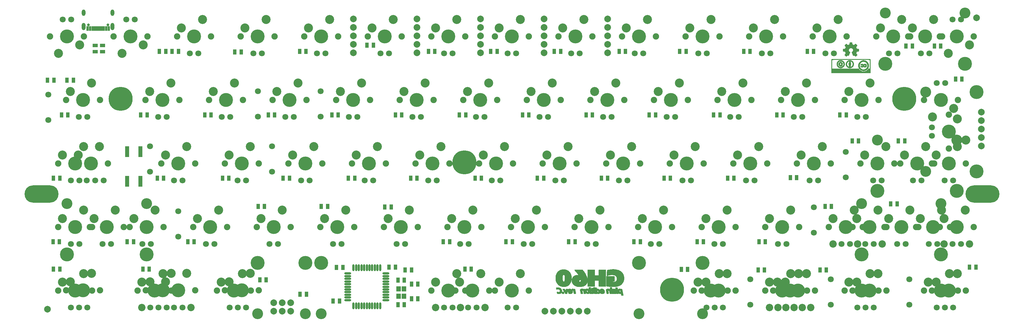
<source format=gbs>
G04 #@! TF.GenerationSoftware,KiCad,Pcbnew,5.1.4+dfsg1-1~bpo10+1*
G04 #@! TF.CreationDate,2019-09-21T15:36:56+08:00*
G04 #@! TF.ProjectId,keyboard,6b657962-6f61-4726-942e-6b696361645f,B*
G04 #@! TF.SameCoordinates,Original*
G04 #@! TF.FileFunction,Soldermask,Bot*
G04 #@! TF.FilePolarity,Negative*
%FSLAX46Y46*%
G04 Gerber Fmt 4.6, Leading zero omitted, Abs format (unit mm)*
G04 Created by KiCad (PCBNEW 5.1.4+dfsg1-1~bpo10+1) date 2019-09-21 15:36:56*
%MOMM*%
%LPD*%
G04 APERTURE LIST*
%ADD10C,0.010000*%
%ADD11R,0.803200X1.363200*%
%ADD12C,0.803200*%
%ADD13R,0.503200X1.363200*%
%ADD14O,1.103200X1.903200*%
%ADD15O,1.103200X2.203200*%
%ADD16C,2.203200*%
%ADD17C,1.803400*%
%ADD18C,2.003200*%
%ADD19R,1.092200X1.600200*%
%ADD20R,1.600200X1.092200*%
%ADD21R,1.353820X1.602740*%
%ADD22C,3.251200*%
%ADD23C,4.183400*%
%ADD24C,4.183380*%
%ADD25C,2.702560*%
%ADD26C,1.902460*%
%ADD27O,2.103120X0.609600*%
%ADD28O,0.609600X2.103120*%
%ADD29O,10.203180X5.204460*%
%ADD30C,7.203440*%
%ADD31C,7.204500*%
%ADD32C,2.000000*%
%ADD33R,1.203200X3.303200*%
%ADD34C,1.803200*%
G04 APERTURE END LIST*
D10*
G36*
X234441243Y-149061275D02*
G01*
X234411860Y-149061513D01*
X234225104Y-149063146D01*
X234194292Y-149078275D01*
X234162494Y-149099430D01*
X234138475Y-149127294D01*
X234122971Y-149160676D01*
X234116720Y-149198383D01*
X234116625Y-149203834D01*
X234117723Y-149217366D01*
X234120769Y-149239291D01*
X234125389Y-149267675D01*
X234131207Y-149300586D01*
X234137851Y-149336090D01*
X234144946Y-149372255D01*
X234152117Y-149407147D01*
X234158990Y-149438833D01*
X234165192Y-149465381D01*
X234170348Y-149484857D01*
X234172106Y-149490448D01*
X234178887Y-149510292D01*
X234043245Y-149510408D01*
X234001346Y-149510499D01*
X233968594Y-149510759D01*
X233943552Y-149511285D01*
X233924784Y-149512175D01*
X233910853Y-149513529D01*
X233900324Y-149515443D01*
X233891760Y-149518018D01*
X233883791Y-149521319D01*
X233866805Y-149530231D01*
X233852085Y-149539953D01*
X233847979Y-149543381D01*
X233835979Y-149554646D01*
X233808291Y-149542516D01*
X233764426Y-149524619D01*
X233717484Y-149507741D01*
X233671540Y-149493253D01*
X233630664Y-149482531D01*
X233629815Y-149482339D01*
X233597133Y-149476899D01*
X233556774Y-149473136D01*
X233511516Y-149471069D01*
X233464134Y-149470713D01*
X233417404Y-149472086D01*
X233374102Y-149475203D01*
X233337005Y-149480082D01*
X233334244Y-149480575D01*
X233262483Y-149496744D01*
X233199260Y-149517639D01*
X233143379Y-149543831D01*
X233093646Y-149575892D01*
X233048865Y-149614392D01*
X233044075Y-149619162D01*
X233021376Y-149643755D01*
X233003862Y-149667358D01*
X232988201Y-149694685D01*
X232982077Y-149706960D01*
X232962836Y-149751280D01*
X232950246Y-149792713D01*
X232943368Y-149835412D01*
X232941265Y-149883526D01*
X232941274Y-149887614D01*
X232941457Y-149898339D01*
X232941984Y-149909572D01*
X232942983Y-149922038D01*
X232944584Y-149936461D01*
X232946915Y-149953567D01*
X232950106Y-149974078D01*
X232954284Y-149998720D01*
X232959579Y-150028217D01*
X232966120Y-150063293D01*
X232974036Y-150104673D01*
X232983455Y-150153081D01*
X232994506Y-150209241D01*
X233007318Y-150273878D01*
X233022021Y-150347717D01*
X233032107Y-150398260D01*
X233045784Y-150466472D01*
X233059045Y-150532051D01*
X233071723Y-150594207D01*
X233083652Y-150652149D01*
X233094666Y-150705087D01*
X233104598Y-150752228D01*
X233113282Y-150792784D01*
X233120551Y-150825963D01*
X233126240Y-150850974D01*
X233130181Y-150867027D01*
X233131967Y-150872896D01*
X233151125Y-150905043D01*
X233177380Y-150929636D01*
X233197038Y-150941276D01*
X233224411Y-150954917D01*
X233427159Y-150954917D01*
X233478972Y-150954895D01*
X233521310Y-150954795D01*
X233555279Y-150954561D01*
X233581986Y-150954140D01*
X233602540Y-150953477D01*
X233618047Y-150952519D01*
X233629614Y-150951209D01*
X233638350Y-150949496D01*
X233645361Y-150947323D01*
X233651755Y-150944637D01*
X233653507Y-150943823D01*
X233682835Y-150924742D01*
X233707135Y-150898545D01*
X233724825Y-150867642D01*
X233734324Y-150834444D01*
X233735509Y-150818831D01*
X233734493Y-150809098D01*
X233731522Y-150789908D01*
X233726765Y-150762170D01*
X233720392Y-150726795D01*
X233712574Y-150684693D01*
X233703481Y-150636774D01*
X233693283Y-150583949D01*
X233682152Y-150527127D01*
X233670257Y-150467218D01*
X233661703Y-150424602D01*
X233649411Y-150363566D01*
X233637717Y-150305359D01*
X233626792Y-150250845D01*
X233616809Y-150200889D01*
X233607939Y-150156353D01*
X233600355Y-150118102D01*
X233594227Y-150087001D01*
X233589729Y-150063913D01*
X233587031Y-150049702D01*
X233586297Y-150045428D01*
X233589761Y-150033374D01*
X233601989Y-150022999D01*
X233621220Y-150014846D01*
X233645697Y-150009455D01*
X233673659Y-150007370D01*
X233703349Y-150009131D01*
X233703875Y-150009200D01*
X233749379Y-150020385D01*
X233791399Y-150041143D01*
X233829213Y-150070827D01*
X233862100Y-150108792D01*
X233889336Y-150154394D01*
X233903595Y-150187627D01*
X233906567Y-150198041D01*
X233911336Y-150217834D01*
X233917687Y-150245992D01*
X233925407Y-150281505D01*
X233934281Y-150323359D01*
X233944093Y-150370542D01*
X233954628Y-150422043D01*
X233965673Y-150476849D01*
X233976023Y-150528939D01*
X233987276Y-150585695D01*
X233998127Y-150639932D01*
X234008371Y-150690657D01*
X234017803Y-150736878D01*
X234026219Y-150777604D01*
X234033413Y-150811842D01*
X234039182Y-150838600D01*
X234043318Y-150856885D01*
X234045522Y-150865418D01*
X234060131Y-150893842D01*
X234084748Y-150920618D01*
X234108299Y-150938482D01*
X234129078Y-150952271D01*
X234539570Y-150952157D01*
X234604762Y-150952131D01*
X234667031Y-150952092D01*
X234725545Y-150952042D01*
X234779470Y-150951981D01*
X234827976Y-150951911D01*
X234870230Y-150951833D01*
X234905399Y-150951749D01*
X234932651Y-150951660D01*
X234951155Y-150951568D01*
X234960077Y-150951474D01*
X234960646Y-150951454D01*
X234968193Y-150951379D01*
X234985086Y-150951419D01*
X235010089Y-150951566D01*
X235041964Y-150951810D01*
X235079474Y-150952141D01*
X235121384Y-150952550D01*
X235166455Y-150953028D01*
X235170721Y-150953075D01*
X235223248Y-150953604D01*
X235266258Y-150953897D01*
X235300816Y-150953925D01*
X235327985Y-150953658D01*
X235348829Y-150953069D01*
X235364413Y-150952128D01*
X235375802Y-150950806D01*
X235384059Y-150949075D01*
X235389666Y-150947155D01*
X235401126Y-150943007D01*
X235411207Y-150941872D01*
X235423679Y-150943910D01*
X235442311Y-150949278D01*
X235442687Y-150949394D01*
X235473816Y-150957830D01*
X235512568Y-150966509D01*
X235556012Y-150974898D01*
X235601219Y-150982460D01*
X235645256Y-150988661D01*
X235677666Y-150992281D01*
X235759065Y-150995894D01*
X235835118Y-150990562D01*
X235906318Y-150976167D01*
X235973158Y-150952590D01*
X236036130Y-150919714D01*
X236067462Y-150898939D01*
X236084276Y-150887305D01*
X236094575Y-150881443D01*
X236100202Y-150880632D01*
X236103001Y-150884150D01*
X236103264Y-150884924D01*
X236110980Y-150898051D01*
X236125195Y-150913523D01*
X236143065Y-150928718D01*
X236161742Y-150941014D01*
X236167157Y-150943783D01*
X236173630Y-150946642D01*
X236180406Y-150948966D01*
X236188602Y-150950809D01*
X236199336Y-150952226D01*
X236213722Y-150953274D01*
X236232879Y-150954008D01*
X236257923Y-150954484D01*
X236289970Y-150954757D01*
X236330138Y-150954882D01*
X236379543Y-150954916D01*
X236390945Y-150954917D01*
X236591047Y-150954917D01*
X236618420Y-150941276D01*
X236650055Y-150919833D01*
X236674424Y-150891167D01*
X236690676Y-150856474D01*
X236696409Y-150831761D01*
X236699640Y-150815089D01*
X236703694Y-150808115D01*
X236709920Y-150809968D01*
X236717962Y-150817867D01*
X236729436Y-150828084D01*
X236748105Y-150841971D01*
X236771855Y-150858162D01*
X236798576Y-150875289D01*
X236826154Y-150891985D01*
X236852476Y-150906881D01*
X236868042Y-150915017D01*
X236932676Y-150943922D01*
X236995065Y-150964329D01*
X237058169Y-150976955D01*
X237124950Y-150982516D01*
X237148750Y-150982924D01*
X237197702Y-150981345D01*
X237242282Y-150975867D01*
X237285836Y-150965757D01*
X237331706Y-150950284D01*
X237370568Y-150934314D01*
X237391372Y-150925420D01*
X237408173Y-150918556D01*
X237418887Y-150914556D01*
X237421661Y-150913915D01*
X237422918Y-150919207D01*
X237426032Y-150933861D01*
X237430797Y-150956858D01*
X237437003Y-150987180D01*
X237444444Y-151023808D01*
X237452913Y-151065726D01*
X237462200Y-151111914D01*
X237471902Y-151160362D01*
X237483429Y-151217866D01*
X237493169Y-151265938D01*
X237501352Y-151305535D01*
X237508210Y-151337613D01*
X237513972Y-151363130D01*
X237518871Y-151383041D01*
X237523138Y-151398304D01*
X237527002Y-151409876D01*
X237530695Y-151418713D01*
X237534448Y-151425773D01*
X237536896Y-151429660D01*
X237560394Y-151456113D01*
X237590763Y-151476500D01*
X237625138Y-151488909D01*
X237625781Y-151489048D01*
X237639511Y-151490772D01*
X237661948Y-151492160D01*
X237691466Y-151493220D01*
X237726436Y-151493956D01*
X237765228Y-151494376D01*
X237806217Y-151494487D01*
X237847772Y-151494295D01*
X237888266Y-151493807D01*
X237926071Y-151493030D01*
X237959559Y-151491969D01*
X237987101Y-151490632D01*
X238007069Y-151489025D01*
X238016845Y-151487459D01*
X238052748Y-151472785D01*
X238082211Y-151450507D01*
X238104279Y-151421849D01*
X238117994Y-151388033D01*
X238122416Y-151352453D01*
X238121383Y-151344063D01*
X238118372Y-151325982D01*
X238113519Y-151298888D01*
X238106960Y-151263460D01*
X238098830Y-151220377D01*
X238089264Y-151170318D01*
X238078399Y-151113961D01*
X238066369Y-151051986D01*
X238053310Y-150985072D01*
X238039357Y-150913896D01*
X238024646Y-150839139D01*
X238009313Y-150761478D01*
X237993492Y-150681593D01*
X237977319Y-150600162D01*
X237960930Y-150517865D01*
X237944460Y-150435380D01*
X237934573Y-150385990D01*
X237312791Y-150385990D01*
X237308008Y-150410639D01*
X237294734Y-150431476D01*
X237274584Y-150447833D01*
X237249171Y-150459046D01*
X237220111Y-150464446D01*
X237189017Y-150463368D01*
X237157504Y-150455144D01*
X237151396Y-150452629D01*
X237121622Y-150434742D01*
X237092788Y-150408447D01*
X237066910Y-150375864D01*
X237048624Y-150344568D01*
X237034048Y-150312770D01*
X237021981Y-150280589D01*
X237011609Y-150245331D01*
X237002118Y-150204305D01*
X236994788Y-150166482D01*
X236988004Y-150122711D01*
X236985357Y-150087642D01*
X236986907Y-150060208D01*
X236992718Y-150039343D01*
X237002849Y-150023981D01*
X237003006Y-150023816D01*
X237025598Y-150007301D01*
X237055629Y-149995972D01*
X237091193Y-149990042D01*
X237130387Y-149989724D01*
X237171307Y-149995232D01*
X237197899Y-150002027D01*
X237217245Y-150008263D01*
X237232268Y-150013680D01*
X237240420Y-150017339D01*
X237241137Y-150017941D01*
X237243268Y-150024882D01*
X237247014Y-150040749D01*
X237252087Y-150064055D01*
X237258197Y-150093317D01*
X237265056Y-150127047D01*
X237272373Y-150163762D01*
X237279861Y-150201975D01*
X237287230Y-150240202D01*
X237294190Y-150276957D01*
X237300453Y-150310755D01*
X237305729Y-150340110D01*
X237309729Y-150363538D01*
X237312164Y-150379553D01*
X237312791Y-150385990D01*
X237934573Y-150385990D01*
X237928045Y-150353386D01*
X237911820Y-150272561D01*
X237895920Y-150193585D01*
X237880481Y-150117137D01*
X237865638Y-150043895D01*
X237851527Y-149974538D01*
X237838284Y-149909745D01*
X237826043Y-149850195D01*
X237814940Y-149796566D01*
X237805111Y-149749538D01*
X237796691Y-149709789D01*
X237789816Y-149677998D01*
X237784620Y-149654844D01*
X237781240Y-149641005D01*
X237780277Y-149637802D01*
X237764901Y-149609224D01*
X237742301Y-149583731D01*
X237715713Y-149564901D01*
X237713159Y-149563618D01*
X237697604Y-149558267D01*
X237671603Y-149552195D01*
X237635266Y-149545418D01*
X237588705Y-149537956D01*
X237532031Y-149529827D01*
X237465354Y-149521049D01*
X237421271Y-149515561D01*
X237299837Y-149502224D01*
X237188116Y-149493075D01*
X237086102Y-149488114D01*
X236993791Y-149487342D01*
X236911175Y-149490759D01*
X236838248Y-149498363D01*
X236812729Y-149502411D01*
X236749503Y-149516335D01*
X236690700Y-149534847D01*
X236637397Y-149557377D01*
X236590675Y-149583355D01*
X236551612Y-149612210D01*
X236521288Y-149643374D01*
X236507248Y-149663778D01*
X236497135Y-149680490D01*
X236488750Y-149693108D01*
X236483690Y-149699251D01*
X236483303Y-149699471D01*
X236481503Y-149694719D01*
X236477880Y-149680582D01*
X236472651Y-149658064D01*
X236466036Y-149628165D01*
X236458251Y-149591885D01*
X236449514Y-149550227D01*
X236440044Y-149504192D01*
X236430058Y-149454780D01*
X236429912Y-149454054D01*
X236419726Y-149403459D01*
X236409927Y-149355277D01*
X236400756Y-149310660D01*
X236392456Y-149270759D01*
X236385266Y-149236728D01*
X236379429Y-149209716D01*
X236375185Y-149190877D01*
X236372899Y-149181765D01*
X236357471Y-149147690D01*
X236333695Y-149118631D01*
X236303398Y-149096809D01*
X236302705Y-149096445D01*
X236274416Y-149081667D01*
X236078520Y-149081667D01*
X236018280Y-149081821D01*
X235968261Y-149082290D01*
X235928105Y-149083084D01*
X235897453Y-149084215D01*
X235875946Y-149085691D01*
X235863228Y-149087524D01*
X235861853Y-149087890D01*
X235833883Y-149101400D01*
X235808803Y-149123073D01*
X235788302Y-149150559D01*
X235774066Y-149181505D01*
X235767781Y-149213561D01*
X235767625Y-149219216D01*
X235768664Y-149231912D01*
X235771604Y-149253379D01*
X235776176Y-149282027D01*
X235782111Y-149316268D01*
X235789141Y-149354513D01*
X235796998Y-149395174D01*
X235799343Y-149406945D01*
X235807166Y-149446372D01*
X235814140Y-149482357D01*
X235820029Y-149513618D01*
X235824599Y-149538875D01*
X235827613Y-149556845D01*
X235828838Y-149566248D01*
X235828770Y-149567327D01*
X235823067Y-149567010D01*
X235809073Y-149564527D01*
X235788766Y-149560271D01*
X235764124Y-149554638D01*
X235758687Y-149553341D01*
X235654532Y-149530357D01*
X235556614Y-149513098D01*
X235462477Y-149501252D01*
X235369666Y-149494508D01*
X235280791Y-149492541D01*
X235207001Y-149493858D01*
X235141974Y-149497824D01*
X235084163Y-149504706D01*
X235032019Y-149514767D01*
X234983995Y-149528275D01*
X234938543Y-149545492D01*
X234918240Y-149554652D01*
X234891542Y-149568244D01*
X234871465Y-149581157D01*
X234854521Y-149595853D01*
X234843821Y-149607208D01*
X234817099Y-149637189D01*
X234810116Y-149609942D01*
X234803129Y-149590463D01*
X234791592Y-149572327D01*
X234775615Y-149554285D01*
X234748096Y-149525874D01*
X234761425Y-149498941D01*
X234767313Y-149485304D01*
X234771320Y-149471005D01*
X234773362Y-149454741D01*
X234773351Y-149435209D01*
X234771203Y-149411106D01*
X234766833Y-149381130D01*
X234760155Y-149343978D01*
X234751083Y-149298347D01*
X234746956Y-149278344D01*
X234737729Y-149234615D01*
X234729926Y-149199865D01*
X234723010Y-149172675D01*
X234716442Y-149151625D01*
X234709683Y-149135295D01*
X234702193Y-149122265D01*
X234693436Y-149111114D01*
X234682872Y-149100423D01*
X234677645Y-149095618D01*
X234667339Y-149086806D01*
X234657039Y-149079569D01*
X234645631Y-149073766D01*
X234632003Y-149069253D01*
X234615040Y-149065888D01*
X234593630Y-149063527D01*
X234566658Y-149062029D01*
X234533012Y-149061249D01*
X234491578Y-149061046D01*
X234441243Y-149061275D01*
X234441243Y-149061275D01*
G37*
X234441243Y-149061275D02*
X234411860Y-149061513D01*
X234225104Y-149063146D01*
X234194292Y-149078275D01*
X234162494Y-149099430D01*
X234138475Y-149127294D01*
X234122971Y-149160676D01*
X234116720Y-149198383D01*
X234116625Y-149203834D01*
X234117723Y-149217366D01*
X234120769Y-149239291D01*
X234125389Y-149267675D01*
X234131207Y-149300586D01*
X234137851Y-149336090D01*
X234144946Y-149372255D01*
X234152117Y-149407147D01*
X234158990Y-149438833D01*
X234165192Y-149465381D01*
X234170348Y-149484857D01*
X234172106Y-149490448D01*
X234178887Y-149510292D01*
X234043245Y-149510408D01*
X234001346Y-149510499D01*
X233968594Y-149510759D01*
X233943552Y-149511285D01*
X233924784Y-149512175D01*
X233910853Y-149513529D01*
X233900324Y-149515443D01*
X233891760Y-149518018D01*
X233883791Y-149521319D01*
X233866805Y-149530231D01*
X233852085Y-149539953D01*
X233847979Y-149543381D01*
X233835979Y-149554646D01*
X233808291Y-149542516D01*
X233764426Y-149524619D01*
X233717484Y-149507741D01*
X233671540Y-149493253D01*
X233630664Y-149482531D01*
X233629815Y-149482339D01*
X233597133Y-149476899D01*
X233556774Y-149473136D01*
X233511516Y-149471069D01*
X233464134Y-149470713D01*
X233417404Y-149472086D01*
X233374102Y-149475203D01*
X233337005Y-149480082D01*
X233334244Y-149480575D01*
X233262483Y-149496744D01*
X233199260Y-149517639D01*
X233143379Y-149543831D01*
X233093646Y-149575892D01*
X233048865Y-149614392D01*
X233044075Y-149619162D01*
X233021376Y-149643755D01*
X233003862Y-149667358D01*
X232988201Y-149694685D01*
X232982077Y-149706960D01*
X232962836Y-149751280D01*
X232950246Y-149792713D01*
X232943368Y-149835412D01*
X232941265Y-149883526D01*
X232941274Y-149887614D01*
X232941457Y-149898339D01*
X232941984Y-149909572D01*
X232942983Y-149922038D01*
X232944584Y-149936461D01*
X232946915Y-149953567D01*
X232950106Y-149974078D01*
X232954284Y-149998720D01*
X232959579Y-150028217D01*
X232966120Y-150063293D01*
X232974036Y-150104673D01*
X232983455Y-150153081D01*
X232994506Y-150209241D01*
X233007318Y-150273878D01*
X233022021Y-150347717D01*
X233032107Y-150398260D01*
X233045784Y-150466472D01*
X233059045Y-150532051D01*
X233071723Y-150594207D01*
X233083652Y-150652149D01*
X233094666Y-150705087D01*
X233104598Y-150752228D01*
X233113282Y-150792784D01*
X233120551Y-150825963D01*
X233126240Y-150850974D01*
X233130181Y-150867027D01*
X233131967Y-150872896D01*
X233151125Y-150905043D01*
X233177380Y-150929636D01*
X233197038Y-150941276D01*
X233224411Y-150954917D01*
X233427159Y-150954917D01*
X233478972Y-150954895D01*
X233521310Y-150954795D01*
X233555279Y-150954561D01*
X233581986Y-150954140D01*
X233602540Y-150953477D01*
X233618047Y-150952519D01*
X233629614Y-150951209D01*
X233638350Y-150949496D01*
X233645361Y-150947323D01*
X233651755Y-150944637D01*
X233653507Y-150943823D01*
X233682835Y-150924742D01*
X233707135Y-150898545D01*
X233724825Y-150867642D01*
X233734324Y-150834444D01*
X233735509Y-150818831D01*
X233734493Y-150809098D01*
X233731522Y-150789908D01*
X233726765Y-150762170D01*
X233720392Y-150726795D01*
X233712574Y-150684693D01*
X233703481Y-150636774D01*
X233693283Y-150583949D01*
X233682152Y-150527127D01*
X233670257Y-150467218D01*
X233661703Y-150424602D01*
X233649411Y-150363566D01*
X233637717Y-150305359D01*
X233626792Y-150250845D01*
X233616809Y-150200889D01*
X233607939Y-150156353D01*
X233600355Y-150118102D01*
X233594227Y-150087001D01*
X233589729Y-150063913D01*
X233587031Y-150049702D01*
X233586297Y-150045428D01*
X233589761Y-150033374D01*
X233601989Y-150022999D01*
X233621220Y-150014846D01*
X233645697Y-150009455D01*
X233673659Y-150007370D01*
X233703349Y-150009131D01*
X233703875Y-150009200D01*
X233749379Y-150020385D01*
X233791399Y-150041143D01*
X233829213Y-150070827D01*
X233862100Y-150108792D01*
X233889336Y-150154394D01*
X233903595Y-150187627D01*
X233906567Y-150198041D01*
X233911336Y-150217834D01*
X233917687Y-150245992D01*
X233925407Y-150281505D01*
X233934281Y-150323359D01*
X233944093Y-150370542D01*
X233954628Y-150422043D01*
X233965673Y-150476849D01*
X233976023Y-150528939D01*
X233987276Y-150585695D01*
X233998127Y-150639932D01*
X234008371Y-150690657D01*
X234017803Y-150736878D01*
X234026219Y-150777604D01*
X234033413Y-150811842D01*
X234039182Y-150838600D01*
X234043318Y-150856885D01*
X234045522Y-150865418D01*
X234060131Y-150893842D01*
X234084748Y-150920618D01*
X234108299Y-150938482D01*
X234129078Y-150952271D01*
X234539570Y-150952157D01*
X234604762Y-150952131D01*
X234667031Y-150952092D01*
X234725545Y-150952042D01*
X234779470Y-150951981D01*
X234827976Y-150951911D01*
X234870230Y-150951833D01*
X234905399Y-150951749D01*
X234932651Y-150951660D01*
X234951155Y-150951568D01*
X234960077Y-150951474D01*
X234960646Y-150951454D01*
X234968193Y-150951379D01*
X234985086Y-150951419D01*
X235010089Y-150951566D01*
X235041964Y-150951810D01*
X235079474Y-150952141D01*
X235121384Y-150952550D01*
X235166455Y-150953028D01*
X235170721Y-150953075D01*
X235223248Y-150953604D01*
X235266258Y-150953897D01*
X235300816Y-150953925D01*
X235327985Y-150953658D01*
X235348829Y-150953069D01*
X235364413Y-150952128D01*
X235375802Y-150950806D01*
X235384059Y-150949075D01*
X235389666Y-150947155D01*
X235401126Y-150943007D01*
X235411207Y-150941872D01*
X235423679Y-150943910D01*
X235442311Y-150949278D01*
X235442687Y-150949394D01*
X235473816Y-150957830D01*
X235512568Y-150966509D01*
X235556012Y-150974898D01*
X235601219Y-150982460D01*
X235645256Y-150988661D01*
X235677666Y-150992281D01*
X235759065Y-150995894D01*
X235835118Y-150990562D01*
X235906318Y-150976167D01*
X235973158Y-150952590D01*
X236036130Y-150919714D01*
X236067462Y-150898939D01*
X236084276Y-150887305D01*
X236094575Y-150881443D01*
X236100202Y-150880632D01*
X236103001Y-150884150D01*
X236103264Y-150884924D01*
X236110980Y-150898051D01*
X236125195Y-150913523D01*
X236143065Y-150928718D01*
X236161742Y-150941014D01*
X236167157Y-150943783D01*
X236173630Y-150946642D01*
X236180406Y-150948966D01*
X236188602Y-150950809D01*
X236199336Y-150952226D01*
X236213722Y-150953274D01*
X236232879Y-150954008D01*
X236257923Y-150954484D01*
X236289970Y-150954757D01*
X236330138Y-150954882D01*
X236379543Y-150954916D01*
X236390945Y-150954917D01*
X236591047Y-150954917D01*
X236618420Y-150941276D01*
X236650055Y-150919833D01*
X236674424Y-150891167D01*
X236690676Y-150856474D01*
X236696409Y-150831761D01*
X236699640Y-150815089D01*
X236703694Y-150808115D01*
X236709920Y-150809968D01*
X236717962Y-150817867D01*
X236729436Y-150828084D01*
X236748105Y-150841971D01*
X236771855Y-150858162D01*
X236798576Y-150875289D01*
X236826154Y-150891985D01*
X236852476Y-150906881D01*
X236868042Y-150915017D01*
X236932676Y-150943922D01*
X236995065Y-150964329D01*
X237058169Y-150976955D01*
X237124950Y-150982516D01*
X237148750Y-150982924D01*
X237197702Y-150981345D01*
X237242282Y-150975867D01*
X237285836Y-150965757D01*
X237331706Y-150950284D01*
X237370568Y-150934314D01*
X237391372Y-150925420D01*
X237408173Y-150918556D01*
X237418887Y-150914556D01*
X237421661Y-150913915D01*
X237422918Y-150919207D01*
X237426032Y-150933861D01*
X237430797Y-150956858D01*
X237437003Y-150987180D01*
X237444444Y-151023808D01*
X237452913Y-151065726D01*
X237462200Y-151111914D01*
X237471902Y-151160362D01*
X237483429Y-151217866D01*
X237493169Y-151265938D01*
X237501352Y-151305535D01*
X237508210Y-151337613D01*
X237513972Y-151363130D01*
X237518871Y-151383041D01*
X237523138Y-151398304D01*
X237527002Y-151409876D01*
X237530695Y-151418713D01*
X237534448Y-151425773D01*
X237536896Y-151429660D01*
X237560394Y-151456113D01*
X237590763Y-151476500D01*
X237625138Y-151488909D01*
X237625781Y-151489048D01*
X237639511Y-151490772D01*
X237661948Y-151492160D01*
X237691466Y-151493220D01*
X237726436Y-151493956D01*
X237765228Y-151494376D01*
X237806217Y-151494487D01*
X237847772Y-151494295D01*
X237888266Y-151493807D01*
X237926071Y-151493030D01*
X237959559Y-151491969D01*
X237987101Y-151490632D01*
X238007069Y-151489025D01*
X238016845Y-151487459D01*
X238052748Y-151472785D01*
X238082211Y-151450507D01*
X238104279Y-151421849D01*
X238117994Y-151388033D01*
X238122416Y-151352453D01*
X238121383Y-151344063D01*
X238118372Y-151325982D01*
X238113519Y-151298888D01*
X238106960Y-151263460D01*
X238098830Y-151220377D01*
X238089264Y-151170318D01*
X238078399Y-151113961D01*
X238066369Y-151051986D01*
X238053310Y-150985072D01*
X238039357Y-150913896D01*
X238024646Y-150839139D01*
X238009313Y-150761478D01*
X237993492Y-150681593D01*
X237977319Y-150600162D01*
X237960930Y-150517865D01*
X237944460Y-150435380D01*
X237934573Y-150385990D01*
X237312791Y-150385990D01*
X237308008Y-150410639D01*
X237294734Y-150431476D01*
X237274584Y-150447833D01*
X237249171Y-150459046D01*
X237220111Y-150464446D01*
X237189017Y-150463368D01*
X237157504Y-150455144D01*
X237151396Y-150452629D01*
X237121622Y-150434742D01*
X237092788Y-150408447D01*
X237066910Y-150375864D01*
X237048624Y-150344568D01*
X237034048Y-150312770D01*
X237021981Y-150280589D01*
X237011609Y-150245331D01*
X237002118Y-150204305D01*
X236994788Y-150166482D01*
X236988004Y-150122711D01*
X236985357Y-150087642D01*
X236986907Y-150060208D01*
X236992718Y-150039343D01*
X237002849Y-150023981D01*
X237003006Y-150023816D01*
X237025598Y-150007301D01*
X237055629Y-149995972D01*
X237091193Y-149990042D01*
X237130387Y-149989724D01*
X237171307Y-149995232D01*
X237197899Y-150002027D01*
X237217245Y-150008263D01*
X237232268Y-150013680D01*
X237240420Y-150017339D01*
X237241137Y-150017941D01*
X237243268Y-150024882D01*
X237247014Y-150040749D01*
X237252087Y-150064055D01*
X237258197Y-150093317D01*
X237265056Y-150127047D01*
X237272373Y-150163762D01*
X237279861Y-150201975D01*
X237287230Y-150240202D01*
X237294190Y-150276957D01*
X237300453Y-150310755D01*
X237305729Y-150340110D01*
X237309729Y-150363538D01*
X237312164Y-150379553D01*
X237312791Y-150385990D01*
X237934573Y-150385990D01*
X237928045Y-150353386D01*
X237911820Y-150272561D01*
X237895920Y-150193585D01*
X237880481Y-150117137D01*
X237865638Y-150043895D01*
X237851527Y-149974538D01*
X237838284Y-149909745D01*
X237826043Y-149850195D01*
X237814940Y-149796566D01*
X237805111Y-149749538D01*
X237796691Y-149709789D01*
X237789816Y-149677998D01*
X237784620Y-149654844D01*
X237781240Y-149641005D01*
X237780277Y-149637802D01*
X237764901Y-149609224D01*
X237742301Y-149583731D01*
X237715713Y-149564901D01*
X237713159Y-149563618D01*
X237697604Y-149558267D01*
X237671603Y-149552195D01*
X237635266Y-149545418D01*
X237588705Y-149537956D01*
X237532031Y-149529827D01*
X237465354Y-149521049D01*
X237421271Y-149515561D01*
X237299837Y-149502224D01*
X237188116Y-149493075D01*
X237086102Y-149488114D01*
X236993791Y-149487342D01*
X236911175Y-149490759D01*
X236838248Y-149498363D01*
X236812729Y-149502411D01*
X236749503Y-149516335D01*
X236690700Y-149534847D01*
X236637397Y-149557377D01*
X236590675Y-149583355D01*
X236551612Y-149612210D01*
X236521288Y-149643374D01*
X236507248Y-149663778D01*
X236497135Y-149680490D01*
X236488750Y-149693108D01*
X236483690Y-149699251D01*
X236483303Y-149699471D01*
X236481503Y-149694719D01*
X236477880Y-149680582D01*
X236472651Y-149658064D01*
X236466036Y-149628165D01*
X236458251Y-149591885D01*
X236449514Y-149550227D01*
X236440044Y-149504192D01*
X236430058Y-149454780D01*
X236429912Y-149454054D01*
X236419726Y-149403459D01*
X236409927Y-149355277D01*
X236400756Y-149310660D01*
X236392456Y-149270759D01*
X236385266Y-149236728D01*
X236379429Y-149209716D01*
X236375185Y-149190877D01*
X236372899Y-149181765D01*
X236357471Y-149147690D01*
X236333695Y-149118631D01*
X236303398Y-149096809D01*
X236302705Y-149096445D01*
X236274416Y-149081667D01*
X236078520Y-149081667D01*
X236018280Y-149081821D01*
X235968261Y-149082290D01*
X235928105Y-149083084D01*
X235897453Y-149084215D01*
X235875946Y-149085691D01*
X235863228Y-149087524D01*
X235861853Y-149087890D01*
X235833883Y-149101400D01*
X235808803Y-149123073D01*
X235788302Y-149150559D01*
X235774066Y-149181505D01*
X235767781Y-149213561D01*
X235767625Y-149219216D01*
X235768664Y-149231912D01*
X235771604Y-149253379D01*
X235776176Y-149282027D01*
X235782111Y-149316268D01*
X235789141Y-149354513D01*
X235796998Y-149395174D01*
X235799343Y-149406945D01*
X235807166Y-149446372D01*
X235814140Y-149482357D01*
X235820029Y-149513618D01*
X235824599Y-149538875D01*
X235827613Y-149556845D01*
X235828838Y-149566248D01*
X235828770Y-149567327D01*
X235823067Y-149567010D01*
X235809073Y-149564527D01*
X235788766Y-149560271D01*
X235764124Y-149554638D01*
X235758687Y-149553341D01*
X235654532Y-149530357D01*
X235556614Y-149513098D01*
X235462477Y-149501252D01*
X235369666Y-149494508D01*
X235280791Y-149492541D01*
X235207001Y-149493858D01*
X235141974Y-149497824D01*
X235084163Y-149504706D01*
X235032019Y-149514767D01*
X234983995Y-149528275D01*
X234938543Y-149545492D01*
X234918240Y-149554652D01*
X234891542Y-149568244D01*
X234871465Y-149581157D01*
X234854521Y-149595853D01*
X234843821Y-149607208D01*
X234817099Y-149637189D01*
X234810116Y-149609942D01*
X234803129Y-149590463D01*
X234791592Y-149572327D01*
X234775615Y-149554285D01*
X234748096Y-149525874D01*
X234761425Y-149498941D01*
X234767313Y-149485304D01*
X234771320Y-149471005D01*
X234773362Y-149454741D01*
X234773351Y-149435209D01*
X234771203Y-149411106D01*
X234766833Y-149381130D01*
X234760155Y-149343978D01*
X234751083Y-149298347D01*
X234746956Y-149278344D01*
X234737729Y-149234615D01*
X234729926Y-149199865D01*
X234723010Y-149172675D01*
X234716442Y-149151625D01*
X234709683Y-149135295D01*
X234702193Y-149122265D01*
X234693436Y-149111114D01*
X234682872Y-149100423D01*
X234677645Y-149095618D01*
X234667339Y-149086806D01*
X234657039Y-149079569D01*
X234645631Y-149073766D01*
X234632003Y-149069253D01*
X234615040Y-149065888D01*
X234593630Y-149063527D01*
X234566658Y-149062029D01*
X234533012Y-149061249D01*
X234491578Y-149061046D01*
X234441243Y-149061275D01*
G36*
X229419286Y-149061029D02*
G01*
X229375291Y-149061391D01*
X229323817Y-149061909D01*
X229281734Y-149062503D01*
X229247851Y-149063369D01*
X229220979Y-149064699D01*
X229199925Y-149066687D01*
X229183500Y-149069526D01*
X229170511Y-149073410D01*
X229159768Y-149078532D01*
X229150080Y-149085087D01*
X229140256Y-149093268D01*
X229131629Y-149100996D01*
X229107966Y-149128465D01*
X229091852Y-149160342D01*
X229084585Y-149193874D01*
X229084302Y-149201469D01*
X229085390Y-149218966D01*
X229088344Y-149242741D01*
X229092625Y-149268769D01*
X229094833Y-149280104D01*
X229100214Y-149306392D01*
X229103430Y-149323797D01*
X229104371Y-149333820D01*
X229102926Y-149337960D01*
X229098984Y-149337718D01*
X229092434Y-149334592D01*
X229090864Y-149333785D01*
X229079374Y-149329256D01*
X229059204Y-149322731D01*
X229031838Y-149314596D01*
X228998761Y-149305232D01*
X228961458Y-149295024D01*
X228921415Y-149284355D01*
X228880116Y-149273607D01*
X228839047Y-149263165D01*
X228799692Y-149253412D01*
X228763536Y-149244731D01*
X228732064Y-149237505D01*
X228706762Y-149232117D01*
X228689115Y-149228952D01*
X228682083Y-149228264D01*
X228648846Y-149233183D01*
X228616269Y-149246774D01*
X228587127Y-149267339D01*
X228564198Y-149293181D01*
X228557479Y-149304440D01*
X228548273Y-149325247D01*
X228543177Y-149345804D01*
X228542018Y-149368778D01*
X228544623Y-149396838D01*
X228549620Y-149426418D01*
X228554431Y-149451488D01*
X228558778Y-149473637D01*
X228562141Y-149490253D01*
X228563854Y-149498134D01*
X228564628Y-149502452D01*
X228563548Y-149505578D01*
X228559154Y-149507741D01*
X228549984Y-149509174D01*
X228534577Y-149510109D01*
X228511472Y-149510776D01*
X228480187Y-149511389D01*
X228450443Y-149512186D01*
X228424002Y-149513355D01*
X228402862Y-149514773D01*
X228389020Y-149516315D01*
X228384901Y-149517317D01*
X228380096Y-149518797D01*
X228379980Y-149515049D01*
X228384731Y-149504257D01*
X228386561Y-149500528D01*
X228392738Y-149486426D01*
X228396969Y-149471995D01*
X228399181Y-149455846D01*
X228399303Y-149436585D01*
X228397263Y-149412823D01*
X228392989Y-149383166D01*
X228386408Y-149346225D01*
X228377448Y-149300607D01*
X228375772Y-149292327D01*
X228367319Y-149252068D01*
X228359117Y-149215577D01*
X228351535Y-149184348D01*
X228344944Y-149159874D01*
X228339713Y-149143649D01*
X228337908Y-149139449D01*
X228316300Y-149108553D01*
X228286542Y-149083933D01*
X228269333Y-149074466D01*
X228262839Y-149071549D01*
X228256117Y-149069181D01*
X228248043Y-149067305D01*
X228237496Y-149065864D01*
X228223351Y-149064801D01*
X228204488Y-149064058D01*
X228179782Y-149063578D01*
X228148112Y-149063304D01*
X228108355Y-149063179D01*
X228059388Y-149063146D01*
X228047083Y-149063146D01*
X227996037Y-149063158D01*
X227954450Y-149063237D01*
X227921195Y-149063444D01*
X227895148Y-149063842D01*
X227875184Y-149064493D01*
X227860177Y-149065458D01*
X227849003Y-149066801D01*
X227840535Y-149068583D01*
X227833650Y-149070867D01*
X227827222Y-149073714D01*
X227823570Y-149075495D01*
X227794398Y-149095157D01*
X227769979Y-149121933D01*
X227751906Y-149153332D01*
X227741776Y-149186863D01*
X227740166Y-149205761D01*
X227741332Y-149218141D01*
X227744570Y-149238793D01*
X227749492Y-149265914D01*
X227755710Y-149297703D01*
X227762836Y-149332358D01*
X227770480Y-149368077D01*
X227778256Y-149403059D01*
X227785774Y-149435502D01*
X227792647Y-149463604D01*
X227798486Y-149485563D01*
X227802903Y-149499578D01*
X227804082Y-149502354D01*
X227814743Y-149518933D01*
X227829265Y-149536044D01*
X227835546Y-149542112D01*
X227856412Y-149560703D01*
X227843268Y-149586665D01*
X227834530Y-149608203D01*
X227830647Y-149630878D01*
X227830125Y-149646769D01*
X227830125Y-149680910D01*
X227802344Y-149657332D01*
X227741772Y-149611318D01*
X227673499Y-149568962D01*
X227600149Y-149531596D01*
X227524346Y-149500553D01*
X227448714Y-149477165D01*
X227446479Y-149476597D01*
X227379353Y-149463115D01*
X227307308Y-149454894D01*
X227232878Y-149451895D01*
X227158597Y-149454077D01*
X227086999Y-149461399D01*
X227020617Y-149473820D01*
X226983458Y-149483982D01*
X226946420Y-149497666D01*
X226905142Y-149516349D01*
X226863387Y-149538101D01*
X226824917Y-149560996D01*
X226800544Y-149577712D01*
X226781855Y-149592658D01*
X226761108Y-149611010D01*
X226739791Y-149631232D01*
X226719395Y-149651789D01*
X226701410Y-149671143D01*
X226687325Y-149687759D01*
X226678630Y-149700100D01*
X226676541Y-149705581D01*
X226675612Y-149711886D01*
X226672904Y-149708125D01*
X226668535Y-149694644D01*
X226662624Y-149671788D01*
X226657608Y-149650289D01*
X226647163Y-149610954D01*
X226635083Y-149580444D01*
X226620190Y-149557012D01*
X226601307Y-149538911D01*
X226577256Y-149524392D01*
X226570708Y-149521303D01*
X226564049Y-149518505D01*
X226556928Y-149516237D01*
X226548215Y-149514441D01*
X226536779Y-149513062D01*
X226521487Y-149512043D01*
X226501209Y-149511330D01*
X226474813Y-149510866D01*
X226441169Y-149510594D01*
X226399144Y-149510460D01*
X226350571Y-149510408D01*
X226296791Y-149510418D01*
X226252481Y-149510599D01*
X226216525Y-149511070D01*
X226187809Y-149511949D01*
X226165220Y-149513358D01*
X226147642Y-149515415D01*
X226133962Y-149518239D01*
X226123065Y-149521950D01*
X226113836Y-149526668D01*
X226105163Y-149532511D01*
X226098737Y-149537404D01*
X226086139Y-149546469D01*
X226076707Y-149551917D01*
X226074334Y-149552625D01*
X226067434Y-149550569D01*
X226053744Y-149545148D01*
X226036063Y-149537476D01*
X226033745Y-149536429D01*
X226004529Y-149524457D01*
X225968565Y-149511642D01*
X225929497Y-149499133D01*
X225890972Y-149488081D01*
X225856635Y-149479637D01*
X225848396Y-149477922D01*
X225825642Y-149474835D01*
X225794936Y-149472651D01*
X225758872Y-149471370D01*
X225720040Y-149470991D01*
X225681035Y-149471515D01*
X225644449Y-149472939D01*
X225612874Y-149475264D01*
X225591750Y-149477976D01*
X225513806Y-149494685D01*
X225444706Y-149516722D01*
X225384024Y-149544312D01*
X225331330Y-149577679D01*
X225286199Y-149617047D01*
X225253064Y-149655935D01*
X225234960Y-149682321D01*
X225220734Y-149708281D01*
X225208639Y-149737467D01*
X225197039Y-149773169D01*
X225190467Y-149797347D01*
X225186253Y-149819221D01*
X225183899Y-149842634D01*
X225182907Y-149871433D01*
X225182791Y-149883354D01*
X225182780Y-149894672D01*
X225182967Y-149905573D01*
X225183479Y-149916788D01*
X225184445Y-149929049D01*
X225185994Y-149943090D01*
X225188253Y-149959642D01*
X225191352Y-149979438D01*
X225195418Y-150003210D01*
X225200580Y-150031690D01*
X225206966Y-150065611D01*
X225214705Y-150105705D01*
X225223924Y-150152704D01*
X225234753Y-150207341D01*
X225247319Y-150270348D01*
X225261751Y-150342458D01*
X225273673Y-150401937D01*
X225289485Y-150480453D01*
X225304353Y-150553578D01*
X225318160Y-150620765D01*
X225330789Y-150681466D01*
X225342123Y-150735131D01*
X225352044Y-150781212D01*
X225360436Y-150819161D01*
X225367182Y-150848431D01*
X225372164Y-150868471D01*
X225375267Y-150878734D01*
X225375504Y-150879278D01*
X225392926Y-150905276D01*
X225417948Y-150928334D01*
X225445883Y-150944913D01*
X225452138Y-150947432D01*
X225459437Y-150949482D01*
X225468878Y-150951110D01*
X225481559Y-150952366D01*
X225498579Y-150953298D01*
X225521035Y-150953955D01*
X225550026Y-150954386D01*
X225586649Y-150954639D01*
X225632004Y-150954764D01*
X225668763Y-150954800D01*
X225870130Y-150954917D01*
X225897615Y-150941220D01*
X225927979Y-150920792D01*
X225952328Y-150893726D01*
X225969288Y-150862141D01*
X225977490Y-150828155D01*
X225978041Y-150816942D01*
X225977013Y-150808619D01*
X225974039Y-150790793D01*
X225969286Y-150764332D01*
X225962919Y-150730105D01*
X225955105Y-150688980D01*
X225946010Y-150641825D01*
X225935800Y-150589507D01*
X225924641Y-150532895D01*
X225912699Y-150472857D01*
X225901583Y-150417421D01*
X225889179Y-150355531D01*
X225877482Y-150296642D01*
X225866648Y-150241579D01*
X225856836Y-150191168D01*
X225848202Y-150146233D01*
X225840905Y-150107600D01*
X225835101Y-150076095D01*
X225830947Y-150052541D01*
X225828602Y-150037765D01*
X225828182Y-150032624D01*
X225837980Y-150024493D01*
X225855286Y-150016976D01*
X225877030Y-150011015D01*
X225900140Y-150007549D01*
X225911613Y-150007047D01*
X225959775Y-150012095D01*
X226004755Y-150026840D01*
X226045816Y-150050680D01*
X226082222Y-150083014D01*
X226113235Y-150123243D01*
X226138121Y-150170766D01*
X226149270Y-150200854D01*
X226151806Y-150210720D01*
X226156172Y-150229985D01*
X226162163Y-150257660D01*
X226169574Y-150292758D01*
X226178199Y-150334291D01*
X226187835Y-150381273D01*
X226198275Y-150432715D01*
X226209315Y-150487630D01*
X226220750Y-150545030D01*
X226221026Y-150546425D01*
X226234687Y-150615224D01*
X226246533Y-150674433D01*
X226256791Y-150724844D01*
X226265687Y-150767253D01*
X226273448Y-150802453D01*
X226280299Y-150831237D01*
X226286467Y-150854401D01*
X226292178Y-150872737D01*
X226297657Y-150887040D01*
X226303132Y-150898104D01*
X226308829Y-150906722D01*
X226314973Y-150913689D01*
X226321791Y-150919799D01*
X226329017Y-150925469D01*
X226338784Y-150932765D01*
X226347865Y-150938744D01*
X226357392Y-150943537D01*
X226368496Y-150947275D01*
X226382308Y-150950089D01*
X226399960Y-150952111D01*
X226422583Y-150953471D01*
X226451309Y-150954300D01*
X226487268Y-150954730D01*
X226531592Y-150954892D01*
X226583121Y-150954917D01*
X226636837Y-150954891D01*
X226681085Y-150954718D01*
X226716979Y-150954257D01*
X226745633Y-150953365D01*
X226768164Y-150951901D01*
X226785685Y-150949722D01*
X226799311Y-150946686D01*
X226810157Y-150942652D01*
X226819338Y-150937477D01*
X226827968Y-150931019D01*
X226837162Y-150923137D01*
X226837943Y-150922452D01*
X226852323Y-150907407D01*
X226866464Y-150888890D01*
X226871213Y-150881430D01*
X226878432Y-150867851D01*
X226882750Y-150855087D01*
X226884881Y-150839635D01*
X226885543Y-150817993D01*
X226885562Y-150811234D01*
X226885562Y-150765447D01*
X226906729Y-150781415D01*
X226989573Y-150837374D01*
X227077207Y-150884102D01*
X227168873Y-150921379D01*
X227263809Y-150948983D01*
X227361256Y-150966696D01*
X227460453Y-150974296D01*
X227560642Y-150971563D01*
X227562214Y-150971437D01*
X227593188Y-150968569D01*
X227624059Y-150965090D01*
X227651478Y-150961414D01*
X227672098Y-150957957D01*
X227674021Y-150957563D01*
X227752128Y-150936434D01*
X227825042Y-150907293D01*
X227891898Y-150870613D01*
X227951834Y-150826864D01*
X228002388Y-150778292D01*
X228017858Y-150761513D01*
X228030699Y-150748148D01*
X228039286Y-150739857D01*
X228041911Y-150737958D01*
X228044020Y-150742825D01*
X228047554Y-150756079D01*
X228052021Y-150775696D01*
X228056928Y-150799656D01*
X228056945Y-150799745D01*
X228062600Y-150826130D01*
X228068741Y-150850509D01*
X228074573Y-150869936D01*
X228078738Y-150880443D01*
X228097687Y-150907192D01*
X228123897Y-150930264D01*
X228147625Y-150943918D01*
X228154268Y-150946705D01*
X228161377Y-150948966D01*
X228170080Y-150950758D01*
X228181503Y-150952136D01*
X228196773Y-150953154D01*
X228217018Y-150953869D01*
X228243366Y-150954336D01*
X228276943Y-150954610D01*
X228318877Y-150954746D01*
X228368894Y-150954800D01*
X228420027Y-150954806D01*
X228461715Y-150954720D01*
X228495092Y-150954487D01*
X228521298Y-150954051D01*
X228541467Y-150953357D01*
X228556738Y-150952349D01*
X228568246Y-150950971D01*
X228577130Y-150949169D01*
X228584525Y-150946886D01*
X228591569Y-150944067D01*
X228591946Y-150943906D01*
X228617542Y-150932895D01*
X228696115Y-150948927D01*
X228750340Y-150959657D01*
X228796631Y-150967970D01*
X228837288Y-150974141D01*
X228874613Y-150978442D01*
X228910908Y-150981149D01*
X228948472Y-150982536D01*
X228981062Y-150982879D01*
X229015833Y-150982773D01*
X229042588Y-150982164D01*
X229063890Y-150980805D01*
X229082305Y-150978452D01*
X229100396Y-150974857D01*
X229120727Y-150969775D01*
X229122555Y-150969289D01*
X229173716Y-150952930D01*
X229217329Y-150932600D01*
X229256144Y-150906775D01*
X229291064Y-150875774D01*
X229327531Y-150833299D01*
X229354079Y-150788066D01*
X229371197Y-150739234D01*
X229371780Y-150736828D01*
X229375762Y-150722240D01*
X229379257Y-150713086D01*
X229380613Y-150711500D01*
X229382623Y-150716383D01*
X229386214Y-150729796D01*
X229390936Y-150749879D01*
X229396336Y-150774777D01*
X229398298Y-150784260D01*
X229406878Y-150823415D01*
X229415065Y-150853791D01*
X229423576Y-150877137D01*
X229433130Y-150895199D01*
X229444444Y-150909724D01*
X229453434Y-150918406D01*
X229460754Y-150924970D01*
X229467255Y-150930695D01*
X229473673Y-150935637D01*
X229480747Y-150939854D01*
X229489215Y-150943404D01*
X229499814Y-150946343D01*
X229513282Y-150948729D01*
X229530357Y-150950618D01*
X229551777Y-150952069D01*
X229578280Y-150953139D01*
X229610604Y-150953884D01*
X229649485Y-150954363D01*
X229695663Y-150954631D01*
X229749874Y-150954747D01*
X229812858Y-150954769D01*
X229885350Y-150954752D01*
X229921706Y-150954747D01*
X230006291Y-150954686D01*
X230080622Y-150954504D01*
X230145026Y-150954198D01*
X230199833Y-150953761D01*
X230245369Y-150953190D01*
X230281964Y-150952480D01*
X230309945Y-150951626D01*
X230329641Y-150950624D01*
X230341380Y-150949470D01*
X230344457Y-150948804D01*
X230360825Y-150941474D01*
X230377742Y-150931268D01*
X230379876Y-150929730D01*
X230397564Y-150916588D01*
X230434311Y-150931005D01*
X230518469Y-150959026D01*
X230601871Y-150976830D01*
X230684155Y-150984387D01*
X230764962Y-150981668D01*
X230843932Y-150968644D01*
X230856792Y-150965494D01*
X230921962Y-150945159D01*
X230980079Y-150918897D01*
X231033551Y-150885340D01*
X231084784Y-150843120D01*
X231103410Y-150825271D01*
X231136923Y-150789544D01*
X231163282Y-150755146D01*
X231184642Y-150718660D01*
X231203154Y-150676670D01*
X231211753Y-150653292D01*
X231218286Y-150635428D01*
X231223849Y-150621623D01*
X231227241Y-150614859D01*
X231227247Y-150614853D01*
X231229904Y-150618448D01*
X231235504Y-150630719D01*
X231243516Y-150650344D01*
X231253414Y-150676002D01*
X231264668Y-150706369D01*
X231272276Y-150727491D01*
X231288271Y-150771548D01*
X231301858Y-150806732D01*
X231313725Y-150834290D01*
X231324560Y-150855469D01*
X231335050Y-150871516D01*
X231345885Y-150883678D01*
X231357751Y-150893203D01*
X231366797Y-150898830D01*
X231384564Y-150907346D01*
X231409890Y-150917348D01*
X231440027Y-150927906D01*
X231472230Y-150938092D01*
X231503753Y-150946979D01*
X231523708Y-150951876D01*
X231602715Y-150966788D01*
X231687939Y-150977562D01*
X231775758Y-150983956D01*
X231862549Y-150985727D01*
X231944690Y-150982636D01*
X231963189Y-150981154D01*
X232051221Y-150969322D01*
X232133628Y-150950163D01*
X232209821Y-150923927D01*
X232279213Y-150890861D01*
X232341214Y-150851215D01*
X232395237Y-150805236D01*
X232406221Y-150794055D01*
X232451497Y-150738801D01*
X232488500Y-150677355D01*
X232517182Y-150610185D01*
X232537495Y-150537759D01*
X232549389Y-150460546D01*
X232551589Y-150408224D01*
X231957625Y-150408224D01*
X231954916Y-150414547D01*
X231948170Y-150425809D01*
X231945719Y-150429523D01*
X231926979Y-150448429D01*
X231899375Y-150463739D01*
X231864052Y-150475298D01*
X231822152Y-150482951D01*
X231774822Y-150486543D01*
X231723204Y-150485920D01*
X231668443Y-150480926D01*
X231621604Y-150473386D01*
X231572396Y-150462784D01*
X231521643Y-150449859D01*
X231473119Y-150435657D01*
X231430600Y-150421223D01*
X231423166Y-150418408D01*
X231389363Y-150405329D01*
X231325271Y-150405329D01*
X231304997Y-150412765D01*
X231287722Y-150420497D01*
X231272170Y-150429615D01*
X231270601Y-150430746D01*
X231260664Y-150437946D01*
X231255311Y-150441409D01*
X231255156Y-150441457D01*
X231254282Y-150436917D01*
X231253845Y-150425535D01*
X231253833Y-150423104D01*
X231253833Y-150404583D01*
X231325271Y-150405329D01*
X231389363Y-150405329D01*
X231388771Y-150405100D01*
X231673198Y-150404842D01*
X231726954Y-150404859D01*
X231777392Y-150405002D01*
X231823545Y-150405259D01*
X231864448Y-150405620D01*
X231899134Y-150406072D01*
X231926636Y-150406605D01*
X231945989Y-150407206D01*
X231956225Y-150407864D01*
X231957625Y-150408224D01*
X232551589Y-150408224D01*
X232552818Y-150379013D01*
X232551347Y-150354300D01*
X230650067Y-150354300D01*
X230649712Y-150382177D01*
X230648430Y-150395207D01*
X230642586Y-150416242D01*
X230632334Y-150437581D01*
X230619723Y-150455728D01*
X230606804Y-150467183D01*
X230606001Y-150467613D01*
X230589206Y-150471956D01*
X230566103Y-150472433D01*
X230540089Y-150469397D01*
X230514564Y-150463203D01*
X230501536Y-150458087D01*
X228755012Y-150458087D01*
X228738391Y-150454928D01*
X228726334Y-150452385D01*
X228706999Y-150448031D01*
X228683392Y-150442552D01*
X228665980Y-150438425D01*
X228642677Y-150432647D01*
X228623067Y-150427402D01*
X228609533Y-150423352D01*
X228604726Y-150421447D01*
X228602863Y-150415907D01*
X228599224Y-150401387D01*
X228594101Y-150379286D01*
X228587788Y-150351005D01*
X228580578Y-150317941D01*
X228579701Y-150313847D01*
X227546282Y-150313847D01*
X227544414Y-150349953D01*
X227538980Y-150384547D01*
X227530465Y-150415694D01*
X227519354Y-150441458D01*
X227506134Y-150459900D01*
X227496750Y-150466988D01*
X227483052Y-150470723D01*
X227460044Y-150472405D01*
X227430298Y-150472184D01*
X227404385Y-150471041D01*
X227385409Y-150468979D01*
X227369721Y-150465205D01*
X227353675Y-150458928D01*
X227340339Y-150452650D01*
X227301781Y-150428797D01*
X227264972Y-150396354D01*
X227231801Y-150357314D01*
X227204155Y-150313669D01*
X227198808Y-150303253D01*
X227174749Y-150245530D01*
X227159908Y-150189485D01*
X227154340Y-150135831D01*
X227158101Y-150085284D01*
X227171247Y-150038556D01*
X227177129Y-150025180D01*
X227194720Y-149999173D01*
X227218121Y-149981814D01*
X227246963Y-149973158D01*
X227280874Y-149973264D01*
X227319483Y-149982187D01*
X227357403Y-149997546D01*
X227397801Y-150022234D01*
X227435566Y-150055718D01*
X227469583Y-150096320D01*
X227498735Y-150142361D01*
X227521905Y-150192164D01*
X227537977Y-150244051D01*
X227544098Y-150278168D01*
X227546282Y-150313847D01*
X228579701Y-150313847D01*
X228572763Y-150281494D01*
X228564637Y-150243063D01*
X228556492Y-150204048D01*
X228548621Y-150165848D01*
X228541319Y-150129862D01*
X228534876Y-150097490D01*
X228529587Y-150070130D01*
X228525744Y-150049182D01*
X228523641Y-150036044D01*
X228523331Y-150032694D01*
X228528302Y-150031302D01*
X228541941Y-150030327D01*
X228562336Y-150029838D01*
X228587577Y-150029906D01*
X228595990Y-150030048D01*
X228668648Y-150031521D01*
X228755012Y-150458087D01*
X230501536Y-150458087D01*
X230496863Y-150456252D01*
X230454537Y-150429815D01*
X230416760Y-150394056D01*
X230398957Y-150371897D01*
X230384186Y-150350137D01*
X230371449Y-150327201D01*
X230360222Y-150301543D01*
X230349978Y-150271620D01*
X230340194Y-150235886D01*
X230330342Y-150192798D01*
X230319898Y-150140812D01*
X230319346Y-150137926D01*
X230312760Y-150103264D01*
X230306897Y-150072080D01*
X230302031Y-150045873D01*
X230298441Y-150026144D01*
X230296404Y-150014391D01*
X230296041Y-150011779D01*
X230300832Y-150008949D01*
X230313494Y-150007768D01*
X230331465Y-150008115D01*
X230352183Y-150009869D01*
X230373086Y-150012911D01*
X230387882Y-150016102D01*
X230448010Y-150036472D01*
X230501158Y-150064622D01*
X230547067Y-150100319D01*
X230585478Y-150143330D01*
X230616131Y-150193422D01*
X230634716Y-150237917D01*
X230640428Y-150260380D01*
X230645105Y-150289719D01*
X230648425Y-150322253D01*
X230650067Y-150354300D01*
X232551347Y-150354300D01*
X232547733Y-150293630D01*
X232534085Y-150204863D01*
X232511827Y-150113181D01*
X232484934Y-150030061D01*
X232449913Y-149948333D01*
X232405838Y-149871486D01*
X232353267Y-149799977D01*
X232292759Y-149734262D01*
X232224873Y-149674799D01*
X232150168Y-149622042D01*
X232069203Y-149576450D01*
X231982537Y-149538478D01*
X231890729Y-149508583D01*
X231827979Y-149493578D01*
X231794236Y-149488186D01*
X231753679Y-149484192D01*
X231708774Y-149481615D01*
X231661989Y-149480477D01*
X231615789Y-149480801D01*
X231572641Y-149482606D01*
X231535012Y-149485915D01*
X231505369Y-149490748D01*
X231505187Y-149490789D01*
X231424351Y-149513416D01*
X231350959Y-149542851D01*
X231285248Y-149578909D01*
X231227457Y-149621401D01*
X231177823Y-149670142D01*
X231136583Y-149724945D01*
X231103975Y-149785624D01*
X231091980Y-149815345D01*
X231084837Y-149833651D01*
X231078612Y-149847328D01*
X231074426Y-149853970D01*
X231073851Y-149854250D01*
X231068867Y-149850365D01*
X231059597Y-149840184D01*
X231048114Y-149825995D01*
X231033501Y-149808721D01*
X231012844Y-149786515D01*
X230988141Y-149761325D01*
X230961389Y-149735098D01*
X230934587Y-149709783D01*
X230909732Y-149687327D01*
X230888823Y-149669677D01*
X230883416Y-149665457D01*
X230814057Y-149618420D01*
X230737294Y-149576542D01*
X230655462Y-149540834D01*
X230570895Y-149512308D01*
X230485925Y-149491976D01*
X230481250Y-149491109D01*
X230441447Y-149485403D01*
X230396911Y-149481618D01*
X230350796Y-149479820D01*
X230306260Y-149480081D01*
X230266458Y-149482469D01*
X230240825Y-149485835D01*
X230219923Y-149489398D01*
X230203478Y-149491924D01*
X230193878Y-149493059D01*
X230192395Y-149492999D01*
X230191109Y-149487701D01*
X230188034Y-149473325D01*
X230183440Y-149451174D01*
X230177593Y-149422551D01*
X230170762Y-149388760D01*
X230163212Y-149351103D01*
X230161189Y-149340958D01*
X230151367Y-149292371D01*
X230142971Y-149252969D01*
X230135562Y-149221521D01*
X230128700Y-149196795D01*
X230121948Y-149177558D01*
X230114865Y-149162579D01*
X230107014Y-149150625D01*
X230097955Y-149140465D01*
X230087250Y-149130866D01*
X230085999Y-149129829D01*
X230075754Y-149121731D01*
X230065810Y-149115111D01*
X230055013Y-149109821D01*
X230042206Y-149105713D01*
X230026234Y-149102638D01*
X230005941Y-149100447D01*
X229980172Y-149098991D01*
X229947770Y-149098122D01*
X229907580Y-149097691D01*
X229858446Y-149097550D01*
X229834959Y-149097542D01*
X229650928Y-149097542D01*
X229631905Y-149084632D01*
X229621674Y-149078300D01*
X229610709Y-149073132D01*
X229597892Y-149069027D01*
X229582099Y-149065883D01*
X229562211Y-149063599D01*
X229537107Y-149062073D01*
X229505666Y-149061204D01*
X229466766Y-149060890D01*
X229419286Y-149061029D01*
X229419286Y-149061029D01*
G37*
X229419286Y-149061029D02*
X229375291Y-149061391D01*
X229323817Y-149061909D01*
X229281734Y-149062503D01*
X229247851Y-149063369D01*
X229220979Y-149064699D01*
X229199925Y-149066687D01*
X229183500Y-149069526D01*
X229170511Y-149073410D01*
X229159768Y-149078532D01*
X229150080Y-149085087D01*
X229140256Y-149093268D01*
X229131629Y-149100996D01*
X229107966Y-149128465D01*
X229091852Y-149160342D01*
X229084585Y-149193874D01*
X229084302Y-149201469D01*
X229085390Y-149218966D01*
X229088344Y-149242741D01*
X229092625Y-149268769D01*
X229094833Y-149280104D01*
X229100214Y-149306392D01*
X229103430Y-149323797D01*
X229104371Y-149333820D01*
X229102926Y-149337960D01*
X229098984Y-149337718D01*
X229092434Y-149334592D01*
X229090864Y-149333785D01*
X229079374Y-149329256D01*
X229059204Y-149322731D01*
X229031838Y-149314596D01*
X228998761Y-149305232D01*
X228961458Y-149295024D01*
X228921415Y-149284355D01*
X228880116Y-149273607D01*
X228839047Y-149263165D01*
X228799692Y-149253412D01*
X228763536Y-149244731D01*
X228732064Y-149237505D01*
X228706762Y-149232117D01*
X228689115Y-149228952D01*
X228682083Y-149228264D01*
X228648846Y-149233183D01*
X228616269Y-149246774D01*
X228587127Y-149267339D01*
X228564198Y-149293181D01*
X228557479Y-149304440D01*
X228548273Y-149325247D01*
X228543177Y-149345804D01*
X228542018Y-149368778D01*
X228544623Y-149396838D01*
X228549620Y-149426418D01*
X228554431Y-149451488D01*
X228558778Y-149473637D01*
X228562141Y-149490253D01*
X228563854Y-149498134D01*
X228564628Y-149502452D01*
X228563548Y-149505578D01*
X228559154Y-149507741D01*
X228549984Y-149509174D01*
X228534577Y-149510109D01*
X228511472Y-149510776D01*
X228480187Y-149511389D01*
X228450443Y-149512186D01*
X228424002Y-149513355D01*
X228402862Y-149514773D01*
X228389020Y-149516315D01*
X228384901Y-149517317D01*
X228380096Y-149518797D01*
X228379980Y-149515049D01*
X228384731Y-149504257D01*
X228386561Y-149500528D01*
X228392738Y-149486426D01*
X228396969Y-149471995D01*
X228399181Y-149455846D01*
X228399303Y-149436585D01*
X228397263Y-149412823D01*
X228392989Y-149383166D01*
X228386408Y-149346225D01*
X228377448Y-149300607D01*
X228375772Y-149292327D01*
X228367319Y-149252068D01*
X228359117Y-149215577D01*
X228351535Y-149184348D01*
X228344944Y-149159874D01*
X228339713Y-149143649D01*
X228337908Y-149139449D01*
X228316300Y-149108553D01*
X228286542Y-149083933D01*
X228269333Y-149074466D01*
X228262839Y-149071549D01*
X228256117Y-149069181D01*
X228248043Y-149067305D01*
X228237496Y-149065864D01*
X228223351Y-149064801D01*
X228204488Y-149064058D01*
X228179782Y-149063578D01*
X228148112Y-149063304D01*
X228108355Y-149063179D01*
X228059388Y-149063146D01*
X228047083Y-149063146D01*
X227996037Y-149063158D01*
X227954450Y-149063237D01*
X227921195Y-149063444D01*
X227895148Y-149063842D01*
X227875184Y-149064493D01*
X227860177Y-149065458D01*
X227849003Y-149066801D01*
X227840535Y-149068583D01*
X227833650Y-149070867D01*
X227827222Y-149073714D01*
X227823570Y-149075495D01*
X227794398Y-149095157D01*
X227769979Y-149121933D01*
X227751906Y-149153332D01*
X227741776Y-149186863D01*
X227740166Y-149205761D01*
X227741332Y-149218141D01*
X227744570Y-149238793D01*
X227749492Y-149265914D01*
X227755710Y-149297703D01*
X227762836Y-149332358D01*
X227770480Y-149368077D01*
X227778256Y-149403059D01*
X227785774Y-149435502D01*
X227792647Y-149463604D01*
X227798486Y-149485563D01*
X227802903Y-149499578D01*
X227804082Y-149502354D01*
X227814743Y-149518933D01*
X227829265Y-149536044D01*
X227835546Y-149542112D01*
X227856412Y-149560703D01*
X227843268Y-149586665D01*
X227834530Y-149608203D01*
X227830647Y-149630878D01*
X227830125Y-149646769D01*
X227830125Y-149680910D01*
X227802344Y-149657332D01*
X227741772Y-149611318D01*
X227673499Y-149568962D01*
X227600149Y-149531596D01*
X227524346Y-149500553D01*
X227448714Y-149477165D01*
X227446479Y-149476597D01*
X227379353Y-149463115D01*
X227307308Y-149454894D01*
X227232878Y-149451895D01*
X227158597Y-149454077D01*
X227086999Y-149461399D01*
X227020617Y-149473820D01*
X226983458Y-149483982D01*
X226946420Y-149497666D01*
X226905142Y-149516349D01*
X226863387Y-149538101D01*
X226824917Y-149560996D01*
X226800544Y-149577712D01*
X226781855Y-149592658D01*
X226761108Y-149611010D01*
X226739791Y-149631232D01*
X226719395Y-149651789D01*
X226701410Y-149671143D01*
X226687325Y-149687759D01*
X226678630Y-149700100D01*
X226676541Y-149705581D01*
X226675612Y-149711886D01*
X226672904Y-149708125D01*
X226668535Y-149694644D01*
X226662624Y-149671788D01*
X226657608Y-149650289D01*
X226647163Y-149610954D01*
X226635083Y-149580444D01*
X226620190Y-149557012D01*
X226601307Y-149538911D01*
X226577256Y-149524392D01*
X226570708Y-149521303D01*
X226564049Y-149518505D01*
X226556928Y-149516237D01*
X226548215Y-149514441D01*
X226536779Y-149513062D01*
X226521487Y-149512043D01*
X226501209Y-149511330D01*
X226474813Y-149510866D01*
X226441169Y-149510594D01*
X226399144Y-149510460D01*
X226350571Y-149510408D01*
X226296791Y-149510418D01*
X226252481Y-149510599D01*
X226216525Y-149511070D01*
X226187809Y-149511949D01*
X226165220Y-149513358D01*
X226147642Y-149515415D01*
X226133962Y-149518239D01*
X226123065Y-149521950D01*
X226113836Y-149526668D01*
X226105163Y-149532511D01*
X226098737Y-149537404D01*
X226086139Y-149546469D01*
X226076707Y-149551917D01*
X226074334Y-149552625D01*
X226067434Y-149550569D01*
X226053744Y-149545148D01*
X226036063Y-149537476D01*
X226033745Y-149536429D01*
X226004529Y-149524457D01*
X225968565Y-149511642D01*
X225929497Y-149499133D01*
X225890972Y-149488081D01*
X225856635Y-149479637D01*
X225848396Y-149477922D01*
X225825642Y-149474835D01*
X225794936Y-149472651D01*
X225758872Y-149471370D01*
X225720040Y-149470991D01*
X225681035Y-149471515D01*
X225644449Y-149472939D01*
X225612874Y-149475264D01*
X225591750Y-149477976D01*
X225513806Y-149494685D01*
X225444706Y-149516722D01*
X225384024Y-149544312D01*
X225331330Y-149577679D01*
X225286199Y-149617047D01*
X225253064Y-149655935D01*
X225234960Y-149682321D01*
X225220734Y-149708281D01*
X225208639Y-149737467D01*
X225197039Y-149773169D01*
X225190467Y-149797347D01*
X225186253Y-149819221D01*
X225183899Y-149842634D01*
X225182907Y-149871433D01*
X225182791Y-149883354D01*
X225182780Y-149894672D01*
X225182967Y-149905573D01*
X225183479Y-149916788D01*
X225184445Y-149929049D01*
X225185994Y-149943090D01*
X225188253Y-149959642D01*
X225191352Y-149979438D01*
X225195418Y-150003210D01*
X225200580Y-150031690D01*
X225206966Y-150065611D01*
X225214705Y-150105705D01*
X225223924Y-150152704D01*
X225234753Y-150207341D01*
X225247319Y-150270348D01*
X225261751Y-150342458D01*
X225273673Y-150401937D01*
X225289485Y-150480453D01*
X225304353Y-150553578D01*
X225318160Y-150620765D01*
X225330789Y-150681466D01*
X225342123Y-150735131D01*
X225352044Y-150781212D01*
X225360436Y-150819161D01*
X225367182Y-150848431D01*
X225372164Y-150868471D01*
X225375267Y-150878734D01*
X225375504Y-150879278D01*
X225392926Y-150905276D01*
X225417948Y-150928334D01*
X225445883Y-150944913D01*
X225452138Y-150947432D01*
X225459437Y-150949482D01*
X225468878Y-150951110D01*
X225481559Y-150952366D01*
X225498579Y-150953298D01*
X225521035Y-150953955D01*
X225550026Y-150954386D01*
X225586649Y-150954639D01*
X225632004Y-150954764D01*
X225668763Y-150954800D01*
X225870130Y-150954917D01*
X225897615Y-150941220D01*
X225927979Y-150920792D01*
X225952328Y-150893726D01*
X225969288Y-150862141D01*
X225977490Y-150828155D01*
X225978041Y-150816942D01*
X225977013Y-150808619D01*
X225974039Y-150790793D01*
X225969286Y-150764332D01*
X225962919Y-150730105D01*
X225955105Y-150688980D01*
X225946010Y-150641825D01*
X225935800Y-150589507D01*
X225924641Y-150532895D01*
X225912699Y-150472857D01*
X225901583Y-150417421D01*
X225889179Y-150355531D01*
X225877482Y-150296642D01*
X225866648Y-150241579D01*
X225856836Y-150191168D01*
X225848202Y-150146233D01*
X225840905Y-150107600D01*
X225835101Y-150076095D01*
X225830947Y-150052541D01*
X225828602Y-150037765D01*
X225828182Y-150032624D01*
X225837980Y-150024493D01*
X225855286Y-150016976D01*
X225877030Y-150011015D01*
X225900140Y-150007549D01*
X225911613Y-150007047D01*
X225959775Y-150012095D01*
X226004755Y-150026840D01*
X226045816Y-150050680D01*
X226082222Y-150083014D01*
X226113235Y-150123243D01*
X226138121Y-150170766D01*
X226149270Y-150200854D01*
X226151806Y-150210720D01*
X226156172Y-150229985D01*
X226162163Y-150257660D01*
X226169574Y-150292758D01*
X226178199Y-150334291D01*
X226187835Y-150381273D01*
X226198275Y-150432715D01*
X226209315Y-150487630D01*
X226220750Y-150545030D01*
X226221026Y-150546425D01*
X226234687Y-150615224D01*
X226246533Y-150674433D01*
X226256791Y-150724844D01*
X226265687Y-150767253D01*
X226273448Y-150802453D01*
X226280299Y-150831237D01*
X226286467Y-150854401D01*
X226292178Y-150872737D01*
X226297657Y-150887040D01*
X226303132Y-150898104D01*
X226308829Y-150906722D01*
X226314973Y-150913689D01*
X226321791Y-150919799D01*
X226329017Y-150925469D01*
X226338784Y-150932765D01*
X226347865Y-150938744D01*
X226357392Y-150943537D01*
X226368496Y-150947275D01*
X226382308Y-150950089D01*
X226399960Y-150952111D01*
X226422583Y-150953471D01*
X226451309Y-150954300D01*
X226487268Y-150954730D01*
X226531592Y-150954892D01*
X226583121Y-150954917D01*
X226636837Y-150954891D01*
X226681085Y-150954718D01*
X226716979Y-150954257D01*
X226745633Y-150953365D01*
X226768164Y-150951901D01*
X226785685Y-150949722D01*
X226799311Y-150946686D01*
X226810157Y-150942652D01*
X226819338Y-150937477D01*
X226827968Y-150931019D01*
X226837162Y-150923137D01*
X226837943Y-150922452D01*
X226852323Y-150907407D01*
X226866464Y-150888890D01*
X226871213Y-150881430D01*
X226878432Y-150867851D01*
X226882750Y-150855087D01*
X226884881Y-150839635D01*
X226885543Y-150817993D01*
X226885562Y-150811234D01*
X226885562Y-150765447D01*
X226906729Y-150781415D01*
X226989573Y-150837374D01*
X227077207Y-150884102D01*
X227168873Y-150921379D01*
X227263809Y-150948983D01*
X227361256Y-150966696D01*
X227460453Y-150974296D01*
X227560642Y-150971563D01*
X227562214Y-150971437D01*
X227593188Y-150968569D01*
X227624059Y-150965090D01*
X227651478Y-150961414D01*
X227672098Y-150957957D01*
X227674021Y-150957563D01*
X227752128Y-150936434D01*
X227825042Y-150907293D01*
X227891898Y-150870613D01*
X227951834Y-150826864D01*
X228002388Y-150778292D01*
X228017858Y-150761513D01*
X228030699Y-150748148D01*
X228039286Y-150739857D01*
X228041911Y-150737958D01*
X228044020Y-150742825D01*
X228047554Y-150756079D01*
X228052021Y-150775696D01*
X228056928Y-150799656D01*
X228056945Y-150799745D01*
X228062600Y-150826130D01*
X228068741Y-150850509D01*
X228074573Y-150869936D01*
X228078738Y-150880443D01*
X228097687Y-150907192D01*
X228123897Y-150930264D01*
X228147625Y-150943918D01*
X228154268Y-150946705D01*
X228161377Y-150948966D01*
X228170080Y-150950758D01*
X228181503Y-150952136D01*
X228196773Y-150953154D01*
X228217018Y-150953869D01*
X228243366Y-150954336D01*
X228276943Y-150954610D01*
X228318877Y-150954746D01*
X228368894Y-150954800D01*
X228420027Y-150954806D01*
X228461715Y-150954720D01*
X228495092Y-150954487D01*
X228521298Y-150954051D01*
X228541467Y-150953357D01*
X228556738Y-150952349D01*
X228568246Y-150950971D01*
X228577130Y-150949169D01*
X228584525Y-150946886D01*
X228591569Y-150944067D01*
X228591946Y-150943906D01*
X228617542Y-150932895D01*
X228696115Y-150948927D01*
X228750340Y-150959657D01*
X228796631Y-150967970D01*
X228837288Y-150974141D01*
X228874613Y-150978442D01*
X228910908Y-150981149D01*
X228948472Y-150982536D01*
X228981062Y-150982879D01*
X229015833Y-150982773D01*
X229042588Y-150982164D01*
X229063890Y-150980805D01*
X229082305Y-150978452D01*
X229100396Y-150974857D01*
X229120727Y-150969775D01*
X229122555Y-150969289D01*
X229173716Y-150952930D01*
X229217329Y-150932600D01*
X229256144Y-150906775D01*
X229291064Y-150875774D01*
X229327531Y-150833299D01*
X229354079Y-150788066D01*
X229371197Y-150739234D01*
X229371780Y-150736828D01*
X229375762Y-150722240D01*
X229379257Y-150713086D01*
X229380613Y-150711500D01*
X229382623Y-150716383D01*
X229386214Y-150729796D01*
X229390936Y-150749879D01*
X229396336Y-150774777D01*
X229398298Y-150784260D01*
X229406878Y-150823415D01*
X229415065Y-150853791D01*
X229423576Y-150877137D01*
X229433130Y-150895199D01*
X229444444Y-150909724D01*
X229453434Y-150918406D01*
X229460754Y-150924970D01*
X229467255Y-150930695D01*
X229473673Y-150935637D01*
X229480747Y-150939854D01*
X229489215Y-150943404D01*
X229499814Y-150946343D01*
X229513282Y-150948729D01*
X229530357Y-150950618D01*
X229551777Y-150952069D01*
X229578280Y-150953139D01*
X229610604Y-150953884D01*
X229649485Y-150954363D01*
X229695663Y-150954631D01*
X229749874Y-150954747D01*
X229812858Y-150954769D01*
X229885350Y-150954752D01*
X229921706Y-150954747D01*
X230006291Y-150954686D01*
X230080622Y-150954504D01*
X230145026Y-150954198D01*
X230199833Y-150953761D01*
X230245369Y-150953190D01*
X230281964Y-150952480D01*
X230309945Y-150951626D01*
X230329641Y-150950624D01*
X230341380Y-150949470D01*
X230344457Y-150948804D01*
X230360825Y-150941474D01*
X230377742Y-150931268D01*
X230379876Y-150929730D01*
X230397564Y-150916588D01*
X230434311Y-150931005D01*
X230518469Y-150959026D01*
X230601871Y-150976830D01*
X230684155Y-150984387D01*
X230764962Y-150981668D01*
X230843932Y-150968644D01*
X230856792Y-150965494D01*
X230921962Y-150945159D01*
X230980079Y-150918897D01*
X231033551Y-150885340D01*
X231084784Y-150843120D01*
X231103410Y-150825271D01*
X231136923Y-150789544D01*
X231163282Y-150755146D01*
X231184642Y-150718660D01*
X231203154Y-150676670D01*
X231211753Y-150653292D01*
X231218286Y-150635428D01*
X231223849Y-150621623D01*
X231227241Y-150614859D01*
X231227247Y-150614853D01*
X231229904Y-150618448D01*
X231235504Y-150630719D01*
X231243516Y-150650344D01*
X231253414Y-150676002D01*
X231264668Y-150706369D01*
X231272276Y-150727491D01*
X231288271Y-150771548D01*
X231301858Y-150806732D01*
X231313725Y-150834290D01*
X231324560Y-150855469D01*
X231335050Y-150871516D01*
X231345885Y-150883678D01*
X231357751Y-150893203D01*
X231366797Y-150898830D01*
X231384564Y-150907346D01*
X231409890Y-150917348D01*
X231440027Y-150927906D01*
X231472230Y-150938092D01*
X231503753Y-150946979D01*
X231523708Y-150951876D01*
X231602715Y-150966788D01*
X231687939Y-150977562D01*
X231775758Y-150983956D01*
X231862549Y-150985727D01*
X231944690Y-150982636D01*
X231963189Y-150981154D01*
X232051221Y-150969322D01*
X232133628Y-150950163D01*
X232209821Y-150923927D01*
X232279213Y-150890861D01*
X232341214Y-150851215D01*
X232395237Y-150805236D01*
X232406221Y-150794055D01*
X232451497Y-150738801D01*
X232488500Y-150677355D01*
X232517182Y-150610185D01*
X232537495Y-150537759D01*
X232549389Y-150460546D01*
X232551589Y-150408224D01*
X231957625Y-150408224D01*
X231954916Y-150414547D01*
X231948170Y-150425809D01*
X231945719Y-150429523D01*
X231926979Y-150448429D01*
X231899375Y-150463739D01*
X231864052Y-150475298D01*
X231822152Y-150482951D01*
X231774822Y-150486543D01*
X231723204Y-150485920D01*
X231668443Y-150480926D01*
X231621604Y-150473386D01*
X231572396Y-150462784D01*
X231521643Y-150449859D01*
X231473119Y-150435657D01*
X231430600Y-150421223D01*
X231423166Y-150418408D01*
X231389363Y-150405329D01*
X231325271Y-150405329D01*
X231304997Y-150412765D01*
X231287722Y-150420497D01*
X231272170Y-150429615D01*
X231270601Y-150430746D01*
X231260664Y-150437946D01*
X231255311Y-150441409D01*
X231255156Y-150441457D01*
X231254282Y-150436917D01*
X231253845Y-150425535D01*
X231253833Y-150423104D01*
X231253833Y-150404583D01*
X231325271Y-150405329D01*
X231389363Y-150405329D01*
X231388771Y-150405100D01*
X231673198Y-150404842D01*
X231726954Y-150404859D01*
X231777392Y-150405002D01*
X231823545Y-150405259D01*
X231864448Y-150405620D01*
X231899134Y-150406072D01*
X231926636Y-150406605D01*
X231945989Y-150407206D01*
X231956225Y-150407864D01*
X231957625Y-150408224D01*
X232551589Y-150408224D01*
X232552818Y-150379013D01*
X232551347Y-150354300D01*
X230650067Y-150354300D01*
X230649712Y-150382177D01*
X230648430Y-150395207D01*
X230642586Y-150416242D01*
X230632334Y-150437581D01*
X230619723Y-150455728D01*
X230606804Y-150467183D01*
X230606001Y-150467613D01*
X230589206Y-150471956D01*
X230566103Y-150472433D01*
X230540089Y-150469397D01*
X230514564Y-150463203D01*
X230501536Y-150458087D01*
X228755012Y-150458087D01*
X228738391Y-150454928D01*
X228726334Y-150452385D01*
X228706999Y-150448031D01*
X228683392Y-150442552D01*
X228665980Y-150438425D01*
X228642677Y-150432647D01*
X228623067Y-150427402D01*
X228609533Y-150423352D01*
X228604726Y-150421447D01*
X228602863Y-150415907D01*
X228599224Y-150401387D01*
X228594101Y-150379286D01*
X228587788Y-150351005D01*
X228580578Y-150317941D01*
X228579701Y-150313847D01*
X227546282Y-150313847D01*
X227544414Y-150349953D01*
X227538980Y-150384547D01*
X227530465Y-150415694D01*
X227519354Y-150441458D01*
X227506134Y-150459900D01*
X227496750Y-150466988D01*
X227483052Y-150470723D01*
X227460044Y-150472405D01*
X227430298Y-150472184D01*
X227404385Y-150471041D01*
X227385409Y-150468979D01*
X227369721Y-150465205D01*
X227353675Y-150458928D01*
X227340339Y-150452650D01*
X227301781Y-150428797D01*
X227264972Y-150396354D01*
X227231801Y-150357314D01*
X227204155Y-150313669D01*
X227198808Y-150303253D01*
X227174749Y-150245530D01*
X227159908Y-150189485D01*
X227154340Y-150135831D01*
X227158101Y-150085284D01*
X227171247Y-150038556D01*
X227177129Y-150025180D01*
X227194720Y-149999173D01*
X227218121Y-149981814D01*
X227246963Y-149973158D01*
X227280874Y-149973264D01*
X227319483Y-149982187D01*
X227357403Y-149997546D01*
X227397801Y-150022234D01*
X227435566Y-150055718D01*
X227469583Y-150096320D01*
X227498735Y-150142361D01*
X227521905Y-150192164D01*
X227537977Y-150244051D01*
X227544098Y-150278168D01*
X227546282Y-150313847D01*
X228579701Y-150313847D01*
X228572763Y-150281494D01*
X228564637Y-150243063D01*
X228556492Y-150204048D01*
X228548621Y-150165848D01*
X228541319Y-150129862D01*
X228534876Y-150097490D01*
X228529587Y-150070130D01*
X228525744Y-150049182D01*
X228523641Y-150036044D01*
X228523331Y-150032694D01*
X228528302Y-150031302D01*
X228541941Y-150030327D01*
X228562336Y-150029838D01*
X228587577Y-150029906D01*
X228595990Y-150030048D01*
X228668648Y-150031521D01*
X228755012Y-150458087D01*
X230501536Y-150458087D01*
X230496863Y-150456252D01*
X230454537Y-150429815D01*
X230416760Y-150394056D01*
X230398957Y-150371897D01*
X230384186Y-150350137D01*
X230371449Y-150327201D01*
X230360222Y-150301543D01*
X230349978Y-150271620D01*
X230340194Y-150235886D01*
X230330342Y-150192798D01*
X230319898Y-150140812D01*
X230319346Y-150137926D01*
X230312760Y-150103264D01*
X230306897Y-150072080D01*
X230302031Y-150045873D01*
X230298441Y-150026144D01*
X230296404Y-150014391D01*
X230296041Y-150011779D01*
X230300832Y-150008949D01*
X230313494Y-150007768D01*
X230331465Y-150008115D01*
X230352183Y-150009869D01*
X230373086Y-150012911D01*
X230387882Y-150016102D01*
X230448010Y-150036472D01*
X230501158Y-150064622D01*
X230547067Y-150100319D01*
X230585478Y-150143330D01*
X230616131Y-150193422D01*
X230634716Y-150237917D01*
X230640428Y-150260380D01*
X230645105Y-150289719D01*
X230648425Y-150322253D01*
X230650067Y-150354300D01*
X232551347Y-150354300D01*
X232547733Y-150293630D01*
X232534085Y-150204863D01*
X232511827Y-150113181D01*
X232484934Y-150030061D01*
X232449913Y-149948333D01*
X232405838Y-149871486D01*
X232353267Y-149799977D01*
X232292759Y-149734262D01*
X232224873Y-149674799D01*
X232150168Y-149622042D01*
X232069203Y-149576450D01*
X231982537Y-149538478D01*
X231890729Y-149508583D01*
X231827979Y-149493578D01*
X231794236Y-149488186D01*
X231753679Y-149484192D01*
X231708774Y-149481615D01*
X231661989Y-149480477D01*
X231615789Y-149480801D01*
X231572641Y-149482606D01*
X231535012Y-149485915D01*
X231505369Y-149490748D01*
X231505187Y-149490789D01*
X231424351Y-149513416D01*
X231350959Y-149542851D01*
X231285248Y-149578909D01*
X231227457Y-149621401D01*
X231177823Y-149670142D01*
X231136583Y-149724945D01*
X231103975Y-149785624D01*
X231091980Y-149815345D01*
X231084837Y-149833651D01*
X231078612Y-149847328D01*
X231074426Y-149853970D01*
X231073851Y-149854250D01*
X231068867Y-149850365D01*
X231059597Y-149840184D01*
X231048114Y-149825995D01*
X231033501Y-149808721D01*
X231012844Y-149786515D01*
X230988141Y-149761325D01*
X230961389Y-149735098D01*
X230934587Y-149709783D01*
X230909732Y-149687327D01*
X230888823Y-149669677D01*
X230883416Y-149665457D01*
X230814057Y-149618420D01*
X230737294Y-149576542D01*
X230655462Y-149540834D01*
X230570895Y-149512308D01*
X230485925Y-149491976D01*
X230481250Y-149491109D01*
X230441447Y-149485403D01*
X230396911Y-149481618D01*
X230350796Y-149479820D01*
X230306260Y-149480081D01*
X230266458Y-149482469D01*
X230240825Y-149485835D01*
X230219923Y-149489398D01*
X230203478Y-149491924D01*
X230193878Y-149493059D01*
X230192395Y-149492999D01*
X230191109Y-149487701D01*
X230188034Y-149473325D01*
X230183440Y-149451174D01*
X230177593Y-149422551D01*
X230170762Y-149388760D01*
X230163212Y-149351103D01*
X230161189Y-149340958D01*
X230151367Y-149292371D01*
X230142971Y-149252969D01*
X230135562Y-149221521D01*
X230128700Y-149196795D01*
X230121948Y-149177558D01*
X230114865Y-149162579D01*
X230107014Y-149150625D01*
X230097955Y-149140465D01*
X230087250Y-149130866D01*
X230085999Y-149129829D01*
X230075754Y-149121731D01*
X230065810Y-149115111D01*
X230055013Y-149109821D01*
X230042206Y-149105713D01*
X230026234Y-149102638D01*
X230005941Y-149100447D01*
X229980172Y-149098991D01*
X229947770Y-149098122D01*
X229907580Y-149097691D01*
X229858446Y-149097550D01*
X229834959Y-149097542D01*
X229650928Y-149097542D01*
X229631905Y-149084632D01*
X229621674Y-149078300D01*
X229610709Y-149073132D01*
X229597892Y-149069027D01*
X229582099Y-149065883D01*
X229562211Y-149063599D01*
X229537107Y-149062073D01*
X229505666Y-149061204D01*
X229466766Y-149060890D01*
X229419286Y-149061029D01*
G36*
X221959368Y-149483118D02*
G01*
X221876139Y-149496625D01*
X221798251Y-149519025D01*
X221725928Y-149550252D01*
X221659393Y-149590237D01*
X221646380Y-149599590D01*
X221614697Y-149624231D01*
X221590234Y-149646408D01*
X221570800Y-149668509D01*
X221554210Y-149692921D01*
X221543584Y-149711783D01*
X221534161Y-149729141D01*
X221526920Y-149741724D01*
X221522989Y-149747604D01*
X221522597Y-149747660D01*
X221523536Y-149741211D01*
X221526150Y-149727138D01*
X221529928Y-149708170D01*
X221531005Y-149702927D01*
X221536613Y-149661841D01*
X221534879Y-149626853D01*
X221525685Y-149596327D01*
X221523003Y-149590735D01*
X221503632Y-149560090D01*
X221480085Y-149537414D01*
X221457795Y-149523932D01*
X221430422Y-149510292D01*
X221032411Y-149510292D01*
X221005038Y-149523932D01*
X220973936Y-149544594D01*
X220950684Y-149572070D01*
X220940046Y-149592312D01*
X220937266Y-149601891D01*
X220933043Y-149620743D01*
X220927600Y-149647688D01*
X220921156Y-149681549D01*
X220913932Y-149721145D01*
X220906150Y-149765297D01*
X220898030Y-149812828D01*
X220892456Y-149846312D01*
X220884428Y-149894677D01*
X220876819Y-149939820D01*
X220869816Y-149980669D01*
X220863609Y-150016152D01*
X220858387Y-150045198D01*
X220854339Y-150066736D01*
X220851655Y-150079694D01*
X220850656Y-150083131D01*
X220847604Y-150079350D01*
X220840071Y-150067036D01*
X220828516Y-150047016D01*
X220813396Y-150020116D01*
X220795171Y-149987163D01*
X220774298Y-149948984D01*
X220751237Y-149906407D01*
X220726445Y-149860257D01*
X220709906Y-149829273D01*
X220683816Y-149780471D01*
X220658815Y-149734074D01*
X220635411Y-149691002D01*
X220614114Y-149652176D01*
X220595432Y-149618515D01*
X220579876Y-149590939D01*
X220567954Y-149570369D01*
X220560174Y-149557724D01*
X220557816Y-149554446D01*
X220544294Y-149542170D01*
X220526174Y-149529665D01*
X220515767Y-149523877D01*
X220488505Y-149510292D01*
X220285604Y-149510292D01*
X220233716Y-149510316D01*
X220191318Y-149510423D01*
X220157319Y-149510665D01*
X220130626Y-149511094D01*
X220110146Y-149511762D01*
X220094787Y-149512720D01*
X220083457Y-149514020D01*
X220075062Y-149515714D01*
X220068512Y-149517855D01*
X220062712Y-149520493D01*
X220061888Y-149520911D01*
X220030347Y-149542637D01*
X220005466Y-149571301D01*
X219988232Y-149604996D01*
X219979633Y-149641819D01*
X219980400Y-149678219D01*
X219981845Y-149683361D01*
X219985196Y-149691406D01*
X219990700Y-149702777D01*
X219998602Y-149717897D01*
X220009150Y-149737188D01*
X220022590Y-149761074D01*
X220039168Y-149789977D01*
X220059131Y-149824321D01*
X220082726Y-149864527D01*
X220110198Y-149911020D01*
X220141796Y-149964222D01*
X220177764Y-150024556D01*
X220218350Y-150092445D01*
X220263800Y-150168311D01*
X220314361Y-150252578D01*
X220343478Y-150301063D01*
X220387500Y-150374282D01*
X220430183Y-150445148D01*
X220471193Y-150513115D01*
X220510199Y-150577635D01*
X220546866Y-150638161D01*
X220580862Y-150694147D01*
X220611853Y-150745046D01*
X220639506Y-150790311D01*
X220663489Y-150829395D01*
X220683467Y-150861751D01*
X220699109Y-150886833D01*
X220710081Y-150904094D01*
X220716049Y-150912987D01*
X220716818Y-150913944D01*
X220729867Y-150924884D01*
X220747510Y-150936433D01*
X220757232Y-150941726D01*
X220783703Y-150954917D01*
X220995653Y-150954800D01*
X221051119Y-150954753D01*
X221097083Y-150954587D01*
X221134630Y-150954166D01*
X221164842Y-150953354D01*
X221188801Y-150952015D01*
X221207589Y-150950013D01*
X221222291Y-150947212D01*
X221233988Y-150943476D01*
X221243763Y-150938668D01*
X221252699Y-150932653D01*
X221261879Y-150925295D01*
X221267395Y-150920650D01*
X221274287Y-150914563D01*
X221280458Y-150908148D01*
X221286115Y-150900632D01*
X221291463Y-150891243D01*
X221296708Y-150879210D01*
X221302056Y-150863760D01*
X221307712Y-150844121D01*
X221313882Y-150819522D01*
X221320772Y-150789191D01*
X221328587Y-150752356D01*
X221337534Y-150708245D01*
X221347817Y-150656086D01*
X221359643Y-150595107D01*
X221373217Y-150524536D01*
X221373896Y-150521000D01*
X221385147Y-150462588D01*
X221395916Y-150407075D01*
X221406022Y-150355363D01*
X221415287Y-150308356D01*
X221423529Y-150266956D01*
X221430569Y-150232064D01*
X221436228Y-150204583D01*
X221440324Y-150185416D01*
X221442678Y-150175466D01*
X221443025Y-150174396D01*
X221446067Y-150169217D01*
X221447547Y-150172744D01*
X221448017Y-150182900D01*
X221449931Y-150198409D01*
X221454700Y-150220850D01*
X221461484Y-150247305D01*
X221469444Y-150274860D01*
X221477741Y-150300600D01*
X221485535Y-150321609D01*
X221491617Y-150334377D01*
X221510489Y-150357738D01*
X221535606Y-150378496D01*
X221562883Y-150393483D01*
X221572135Y-150396765D01*
X221592201Y-150400773D01*
X221619889Y-150403536D01*
X221652284Y-150404779D01*
X221657033Y-150404815D01*
X221682232Y-150404981D01*
X221698013Y-150405390D01*
X221705541Y-150406273D01*
X221705981Y-150407861D01*
X221700499Y-150410385D01*
X221695112Y-150412352D01*
X221663267Y-150429041D01*
X221637918Y-150453533D01*
X221619867Y-150484711D01*
X221609918Y-150521455D01*
X221608688Y-150532663D01*
X221608065Y-150544166D01*
X221608365Y-150555008D01*
X221610006Y-150566808D01*
X221613402Y-150581185D01*
X221618969Y-150599756D01*
X221627125Y-150624140D01*
X221638283Y-150655954D01*
X221645815Y-150677104D01*
X221663207Y-150725717D01*
X221677577Y-150765424D01*
X221689440Y-150797293D01*
X221699310Y-150822394D01*
X221707701Y-150841794D01*
X221715128Y-150856563D01*
X221722105Y-150867769D01*
X221729147Y-150876481D01*
X221736767Y-150883768D01*
X221745481Y-150890698D01*
X221750357Y-150894326D01*
X221769400Y-150905183D01*
X221797340Y-150916728D01*
X221832553Y-150928521D01*
X221873414Y-150940121D01*
X221918296Y-150951089D01*
X221965575Y-150960985D01*
X222013625Y-150969370D01*
X222043687Y-150973695D01*
X222076840Y-150977190D01*
X222116910Y-150980077D01*
X222161325Y-150982292D01*
X222207515Y-150983768D01*
X222252907Y-150984442D01*
X222294931Y-150984247D01*
X222331015Y-150983120D01*
X222353523Y-150981537D01*
X222445199Y-150968617D01*
X222529592Y-150948533D01*
X222606557Y-150921385D01*
X222675951Y-150887272D01*
X222737630Y-150846294D01*
X222791449Y-150798551D01*
X222837266Y-150744142D01*
X222874937Y-150683166D01*
X222904316Y-150615723D01*
X222911004Y-150595801D01*
X222922646Y-150555541D01*
X222931006Y-150517846D01*
X222936419Y-150479890D01*
X222939224Y-150438847D01*
X222939513Y-150413219D01*
X222347958Y-150413219D01*
X222343467Y-150424057D01*
X222331543Y-150437077D01*
X222314512Y-150450362D01*
X222294699Y-150461998D01*
X222281982Y-150467565D01*
X222239823Y-150479166D01*
X222190262Y-150485629D01*
X222135176Y-150486909D01*
X222076440Y-150482959D01*
X222017229Y-150473987D01*
X221956501Y-150461187D01*
X221902986Y-150447525D01*
X221853312Y-150432095D01*
X221829211Y-150423564D01*
X221779104Y-150405136D01*
X222063531Y-150404860D01*
X222125880Y-150404820D01*
X222178467Y-150404849D01*
X222222111Y-150404970D01*
X222257632Y-150405208D01*
X222285852Y-150405587D01*
X222307591Y-150406130D01*
X222323668Y-150406862D01*
X222334905Y-150407807D01*
X222342122Y-150408989D01*
X222346138Y-150410433D01*
X222347775Y-150412162D01*
X222347958Y-150413219D01*
X222939513Y-150413219D01*
X222939754Y-150391891D01*
X222939119Y-150359604D01*
X222937172Y-150311347D01*
X222934187Y-150271348D01*
X222929951Y-150237314D01*
X222925220Y-150211437D01*
X222915871Y-150170062D01*
X222912259Y-150155875D01*
X221448375Y-150155875D01*
X221446439Y-150160230D01*
X221444847Y-150159403D01*
X221444214Y-150153123D01*
X221444847Y-150152347D01*
X221447993Y-150153073D01*
X221448375Y-150155875D01*
X222912259Y-150155875D01*
X222906030Y-150131413D01*
X222896221Y-150097275D01*
X222886966Y-150069429D01*
X222878790Y-150049659D01*
X222876466Y-150045295D01*
X222870000Y-150030629D01*
X222871118Y-150022182D01*
X222871133Y-150022167D01*
X222878524Y-150020194D01*
X222894880Y-150019075D01*
X222918612Y-150018868D01*
X222944174Y-150019479D01*
X222976963Y-150021107D01*
X223001821Y-150023511D01*
X223021394Y-150027070D01*
X223038327Y-150032165D01*
X223041933Y-150033519D01*
X223080107Y-150051962D01*
X223109554Y-150074915D01*
X223131671Y-150103805D01*
X223147855Y-150140062D01*
X223148715Y-150142646D01*
X223151251Y-150152349D01*
X223155672Y-150171480D01*
X223161776Y-150199094D01*
X223169362Y-150234242D01*
X223178230Y-150275979D01*
X223188179Y-150323355D01*
X223199007Y-150375425D01*
X223210515Y-150431242D01*
X223222501Y-150489858D01*
X223226683Y-150510417D01*
X223238777Y-150569599D01*
X223250483Y-150626167D01*
X223261599Y-150679191D01*
X223271923Y-150727742D01*
X223281253Y-150770893D01*
X223289388Y-150807712D01*
X223296127Y-150837273D01*
X223301268Y-150858646D01*
X223304609Y-150870902D01*
X223305329Y-150872896D01*
X223324504Y-150905048D01*
X223350757Y-150929638D01*
X223370413Y-150941276D01*
X223397786Y-150954917D01*
X223597184Y-150954917D01*
X223651224Y-150954899D01*
X223695797Y-150954740D01*
X223732020Y-150954278D01*
X223761012Y-150953355D01*
X223783889Y-150951808D01*
X223801767Y-150949479D01*
X223815765Y-150946207D01*
X223826998Y-150941832D01*
X223836585Y-150936193D01*
X223845642Y-150929130D01*
X223855286Y-150920484D01*
X223858617Y-150917413D01*
X223883485Y-150888547D01*
X223898380Y-150856656D01*
X223903686Y-150820898D01*
X223903708Y-150818243D01*
X223902663Y-150808284D01*
X223899637Y-150788877D01*
X223894792Y-150760826D01*
X223888291Y-150724939D01*
X223880295Y-150682022D01*
X223870967Y-150632881D01*
X223860470Y-150578322D01*
X223848966Y-150519151D01*
X223836618Y-150456174D01*
X223823587Y-150390198D01*
X223810036Y-150322029D01*
X223796128Y-150252472D01*
X223782024Y-150182335D01*
X223767888Y-150112423D01*
X223753882Y-150043542D01*
X223740167Y-149976499D01*
X223726907Y-149912100D01*
X223714264Y-149851150D01*
X223702399Y-149794457D01*
X223691477Y-149742826D01*
X223681658Y-149697064D01*
X223673106Y-149657976D01*
X223665982Y-149626369D01*
X223660449Y-149603049D01*
X223656670Y-149588822D01*
X223655298Y-149584959D01*
X223642206Y-149565726D01*
X223623626Y-149546288D01*
X223602743Y-149529440D01*
X223582743Y-149517975D01*
X223576274Y-149515675D01*
X223566009Y-149514309D01*
X223546287Y-149513096D01*
X223518230Y-149512065D01*
X223482965Y-149511247D01*
X223441616Y-149510670D01*
X223395308Y-149510364D01*
X223370680Y-149510321D01*
X223319515Y-149510379D01*
X223277838Y-149510600D01*
X223244556Y-149511026D01*
X223218573Y-149511700D01*
X223198796Y-149512666D01*
X223184130Y-149513966D01*
X223173482Y-149515643D01*
X223165756Y-149517741D01*
X223163902Y-149518435D01*
X223151011Y-149522916D01*
X223140800Y-149523533D01*
X223128594Y-149520007D01*
X223118125Y-149515681D01*
X223068761Y-149498777D01*
X223012231Y-149486819D01*
X222950855Y-149480059D01*
X222886954Y-149478750D01*
X222822847Y-149483146D01*
X222821323Y-149483324D01*
X222778801Y-149490357D01*
X222744979Y-149500887D01*
X222718291Y-149515830D01*
X222697175Y-149536102D01*
X222680065Y-149562618D01*
X222677635Y-149567420D01*
X222671384Y-149580765D01*
X222667251Y-149592280D01*
X222664864Y-149604609D01*
X222663848Y-149620397D01*
X222663830Y-149642285D01*
X222664206Y-149662427D01*
X222664399Y-149687207D01*
X222663913Y-149707615D01*
X222662842Y-149721629D01*
X222661281Y-149727225D01*
X222661160Y-149727250D01*
X222654912Y-149723721D01*
X222645399Y-149715068D01*
X222643891Y-149713481D01*
X222632013Y-149702462D01*
X222613496Y-149687291D01*
X222590558Y-149669611D01*
X222565413Y-149651068D01*
X222540278Y-149633306D01*
X222517368Y-149617970D01*
X222504062Y-149609690D01*
X222415619Y-149562761D01*
X222325639Y-149526113D01*
X222234374Y-149499817D01*
X222142073Y-149483947D01*
X222048987Y-149478573D01*
X222047713Y-149478573D01*
X221959368Y-149483118D01*
X221959368Y-149483118D01*
G37*
X221959368Y-149483118D02*
X221876139Y-149496625D01*
X221798251Y-149519025D01*
X221725928Y-149550252D01*
X221659393Y-149590237D01*
X221646380Y-149599590D01*
X221614697Y-149624231D01*
X221590234Y-149646408D01*
X221570800Y-149668509D01*
X221554210Y-149692921D01*
X221543584Y-149711783D01*
X221534161Y-149729141D01*
X221526920Y-149741724D01*
X221522989Y-149747604D01*
X221522597Y-149747660D01*
X221523536Y-149741211D01*
X221526150Y-149727138D01*
X221529928Y-149708170D01*
X221531005Y-149702927D01*
X221536613Y-149661841D01*
X221534879Y-149626853D01*
X221525685Y-149596327D01*
X221523003Y-149590735D01*
X221503632Y-149560090D01*
X221480085Y-149537414D01*
X221457795Y-149523932D01*
X221430422Y-149510292D01*
X221032411Y-149510292D01*
X221005038Y-149523932D01*
X220973936Y-149544594D01*
X220950684Y-149572070D01*
X220940046Y-149592312D01*
X220937266Y-149601891D01*
X220933043Y-149620743D01*
X220927600Y-149647688D01*
X220921156Y-149681549D01*
X220913932Y-149721145D01*
X220906150Y-149765297D01*
X220898030Y-149812828D01*
X220892456Y-149846312D01*
X220884428Y-149894677D01*
X220876819Y-149939820D01*
X220869816Y-149980669D01*
X220863609Y-150016152D01*
X220858387Y-150045198D01*
X220854339Y-150066736D01*
X220851655Y-150079694D01*
X220850656Y-150083131D01*
X220847604Y-150079350D01*
X220840071Y-150067036D01*
X220828516Y-150047016D01*
X220813396Y-150020116D01*
X220795171Y-149987163D01*
X220774298Y-149948984D01*
X220751237Y-149906407D01*
X220726445Y-149860257D01*
X220709906Y-149829273D01*
X220683816Y-149780471D01*
X220658815Y-149734074D01*
X220635411Y-149691002D01*
X220614114Y-149652176D01*
X220595432Y-149618515D01*
X220579876Y-149590939D01*
X220567954Y-149570369D01*
X220560174Y-149557724D01*
X220557816Y-149554446D01*
X220544294Y-149542170D01*
X220526174Y-149529665D01*
X220515767Y-149523877D01*
X220488505Y-149510292D01*
X220285604Y-149510292D01*
X220233716Y-149510316D01*
X220191318Y-149510423D01*
X220157319Y-149510665D01*
X220130626Y-149511094D01*
X220110146Y-149511762D01*
X220094787Y-149512720D01*
X220083457Y-149514020D01*
X220075062Y-149515714D01*
X220068512Y-149517855D01*
X220062712Y-149520493D01*
X220061888Y-149520911D01*
X220030347Y-149542637D01*
X220005466Y-149571301D01*
X219988232Y-149604996D01*
X219979633Y-149641819D01*
X219980400Y-149678219D01*
X219981845Y-149683361D01*
X219985196Y-149691406D01*
X219990700Y-149702777D01*
X219998602Y-149717897D01*
X220009150Y-149737188D01*
X220022590Y-149761074D01*
X220039168Y-149789977D01*
X220059131Y-149824321D01*
X220082726Y-149864527D01*
X220110198Y-149911020D01*
X220141796Y-149964222D01*
X220177764Y-150024556D01*
X220218350Y-150092445D01*
X220263800Y-150168311D01*
X220314361Y-150252578D01*
X220343478Y-150301063D01*
X220387500Y-150374282D01*
X220430183Y-150445148D01*
X220471193Y-150513115D01*
X220510199Y-150577635D01*
X220546866Y-150638161D01*
X220580862Y-150694147D01*
X220611853Y-150745046D01*
X220639506Y-150790311D01*
X220663489Y-150829395D01*
X220683467Y-150861751D01*
X220699109Y-150886833D01*
X220710081Y-150904094D01*
X220716049Y-150912987D01*
X220716818Y-150913944D01*
X220729867Y-150924884D01*
X220747510Y-150936433D01*
X220757232Y-150941726D01*
X220783703Y-150954917D01*
X220995653Y-150954800D01*
X221051119Y-150954753D01*
X221097083Y-150954587D01*
X221134630Y-150954166D01*
X221164842Y-150953354D01*
X221188801Y-150952015D01*
X221207589Y-150950013D01*
X221222291Y-150947212D01*
X221233988Y-150943476D01*
X221243763Y-150938668D01*
X221252699Y-150932653D01*
X221261879Y-150925295D01*
X221267395Y-150920650D01*
X221274287Y-150914563D01*
X221280458Y-150908148D01*
X221286115Y-150900632D01*
X221291463Y-150891243D01*
X221296708Y-150879210D01*
X221302056Y-150863760D01*
X221307712Y-150844121D01*
X221313882Y-150819522D01*
X221320772Y-150789191D01*
X221328587Y-150752356D01*
X221337534Y-150708245D01*
X221347817Y-150656086D01*
X221359643Y-150595107D01*
X221373217Y-150524536D01*
X221373896Y-150521000D01*
X221385147Y-150462588D01*
X221395916Y-150407075D01*
X221406022Y-150355363D01*
X221415287Y-150308356D01*
X221423529Y-150266956D01*
X221430569Y-150232064D01*
X221436228Y-150204583D01*
X221440324Y-150185416D01*
X221442678Y-150175466D01*
X221443025Y-150174396D01*
X221446067Y-150169217D01*
X221447547Y-150172744D01*
X221448017Y-150182900D01*
X221449931Y-150198409D01*
X221454700Y-150220850D01*
X221461484Y-150247305D01*
X221469444Y-150274860D01*
X221477741Y-150300600D01*
X221485535Y-150321609D01*
X221491617Y-150334377D01*
X221510489Y-150357738D01*
X221535606Y-150378496D01*
X221562883Y-150393483D01*
X221572135Y-150396765D01*
X221592201Y-150400773D01*
X221619889Y-150403536D01*
X221652284Y-150404779D01*
X221657033Y-150404815D01*
X221682232Y-150404981D01*
X221698013Y-150405390D01*
X221705541Y-150406273D01*
X221705981Y-150407861D01*
X221700499Y-150410385D01*
X221695112Y-150412352D01*
X221663267Y-150429041D01*
X221637918Y-150453533D01*
X221619867Y-150484711D01*
X221609918Y-150521455D01*
X221608688Y-150532663D01*
X221608065Y-150544166D01*
X221608365Y-150555008D01*
X221610006Y-150566808D01*
X221613402Y-150581185D01*
X221618969Y-150599756D01*
X221627125Y-150624140D01*
X221638283Y-150655954D01*
X221645815Y-150677104D01*
X221663207Y-150725717D01*
X221677577Y-150765424D01*
X221689440Y-150797293D01*
X221699310Y-150822394D01*
X221707701Y-150841794D01*
X221715128Y-150856563D01*
X221722105Y-150867769D01*
X221729147Y-150876481D01*
X221736767Y-150883768D01*
X221745481Y-150890698D01*
X221750357Y-150894326D01*
X221769400Y-150905183D01*
X221797340Y-150916728D01*
X221832553Y-150928521D01*
X221873414Y-150940121D01*
X221918296Y-150951089D01*
X221965575Y-150960985D01*
X222013625Y-150969370D01*
X222043687Y-150973695D01*
X222076840Y-150977190D01*
X222116910Y-150980077D01*
X222161325Y-150982292D01*
X222207515Y-150983768D01*
X222252907Y-150984442D01*
X222294931Y-150984247D01*
X222331015Y-150983120D01*
X222353523Y-150981537D01*
X222445199Y-150968617D01*
X222529592Y-150948533D01*
X222606557Y-150921385D01*
X222675951Y-150887272D01*
X222737630Y-150846294D01*
X222791449Y-150798551D01*
X222837266Y-150744142D01*
X222874937Y-150683166D01*
X222904316Y-150615723D01*
X222911004Y-150595801D01*
X222922646Y-150555541D01*
X222931006Y-150517846D01*
X222936419Y-150479890D01*
X222939224Y-150438847D01*
X222939513Y-150413219D01*
X222347958Y-150413219D01*
X222343467Y-150424057D01*
X222331543Y-150437077D01*
X222314512Y-150450362D01*
X222294699Y-150461998D01*
X222281982Y-150467565D01*
X222239823Y-150479166D01*
X222190262Y-150485629D01*
X222135176Y-150486909D01*
X222076440Y-150482959D01*
X222017229Y-150473987D01*
X221956501Y-150461187D01*
X221902986Y-150447525D01*
X221853312Y-150432095D01*
X221829211Y-150423564D01*
X221779104Y-150405136D01*
X222063531Y-150404860D01*
X222125880Y-150404820D01*
X222178467Y-150404849D01*
X222222111Y-150404970D01*
X222257632Y-150405208D01*
X222285852Y-150405587D01*
X222307591Y-150406130D01*
X222323668Y-150406862D01*
X222334905Y-150407807D01*
X222342122Y-150408989D01*
X222346138Y-150410433D01*
X222347775Y-150412162D01*
X222347958Y-150413219D01*
X222939513Y-150413219D01*
X222939754Y-150391891D01*
X222939119Y-150359604D01*
X222937172Y-150311347D01*
X222934187Y-150271348D01*
X222929951Y-150237314D01*
X222925220Y-150211437D01*
X222915871Y-150170062D01*
X222912259Y-150155875D01*
X221448375Y-150155875D01*
X221446439Y-150160230D01*
X221444847Y-150159403D01*
X221444214Y-150153123D01*
X221444847Y-150152347D01*
X221447993Y-150153073D01*
X221448375Y-150155875D01*
X222912259Y-150155875D01*
X222906030Y-150131413D01*
X222896221Y-150097275D01*
X222886966Y-150069429D01*
X222878790Y-150049659D01*
X222876466Y-150045295D01*
X222870000Y-150030629D01*
X222871118Y-150022182D01*
X222871133Y-150022167D01*
X222878524Y-150020194D01*
X222894880Y-150019075D01*
X222918612Y-150018868D01*
X222944174Y-150019479D01*
X222976963Y-150021107D01*
X223001821Y-150023511D01*
X223021394Y-150027070D01*
X223038327Y-150032165D01*
X223041933Y-150033519D01*
X223080107Y-150051962D01*
X223109554Y-150074915D01*
X223131671Y-150103805D01*
X223147855Y-150140062D01*
X223148715Y-150142646D01*
X223151251Y-150152349D01*
X223155672Y-150171480D01*
X223161776Y-150199094D01*
X223169362Y-150234242D01*
X223178230Y-150275979D01*
X223188179Y-150323355D01*
X223199007Y-150375425D01*
X223210515Y-150431242D01*
X223222501Y-150489858D01*
X223226683Y-150510417D01*
X223238777Y-150569599D01*
X223250483Y-150626167D01*
X223261599Y-150679191D01*
X223271923Y-150727742D01*
X223281253Y-150770893D01*
X223289388Y-150807712D01*
X223296127Y-150837273D01*
X223301268Y-150858646D01*
X223304609Y-150870902D01*
X223305329Y-150872896D01*
X223324504Y-150905048D01*
X223350757Y-150929638D01*
X223370413Y-150941276D01*
X223397786Y-150954917D01*
X223597184Y-150954917D01*
X223651224Y-150954899D01*
X223695797Y-150954740D01*
X223732020Y-150954278D01*
X223761012Y-150953355D01*
X223783889Y-150951808D01*
X223801767Y-150949479D01*
X223815765Y-150946207D01*
X223826998Y-150941832D01*
X223836585Y-150936193D01*
X223845642Y-150929130D01*
X223855286Y-150920484D01*
X223858617Y-150917413D01*
X223883485Y-150888547D01*
X223898380Y-150856656D01*
X223903686Y-150820898D01*
X223903708Y-150818243D01*
X223902663Y-150808284D01*
X223899637Y-150788877D01*
X223894792Y-150760826D01*
X223888291Y-150724939D01*
X223880295Y-150682022D01*
X223870967Y-150632881D01*
X223860470Y-150578322D01*
X223848966Y-150519151D01*
X223836618Y-150456174D01*
X223823587Y-150390198D01*
X223810036Y-150322029D01*
X223796128Y-150252472D01*
X223782024Y-150182335D01*
X223767888Y-150112423D01*
X223753882Y-150043542D01*
X223740167Y-149976499D01*
X223726907Y-149912100D01*
X223714264Y-149851150D01*
X223702399Y-149794457D01*
X223691477Y-149742826D01*
X223681658Y-149697064D01*
X223673106Y-149657976D01*
X223665982Y-149626369D01*
X223660449Y-149603049D01*
X223656670Y-149588822D01*
X223655298Y-149584959D01*
X223642206Y-149565726D01*
X223623626Y-149546288D01*
X223602743Y-149529440D01*
X223582743Y-149517975D01*
X223576274Y-149515675D01*
X223566009Y-149514309D01*
X223546287Y-149513096D01*
X223518230Y-149512065D01*
X223482965Y-149511247D01*
X223441616Y-149510670D01*
X223395308Y-149510364D01*
X223370680Y-149510321D01*
X223319515Y-149510379D01*
X223277838Y-149510600D01*
X223244556Y-149511026D01*
X223218573Y-149511700D01*
X223198796Y-149512666D01*
X223184130Y-149513966D01*
X223173482Y-149515643D01*
X223165756Y-149517741D01*
X223163902Y-149518435D01*
X223151011Y-149522916D01*
X223140800Y-149523533D01*
X223128594Y-149520007D01*
X223118125Y-149515681D01*
X223068761Y-149498777D01*
X223012231Y-149486819D01*
X222950855Y-149480059D01*
X222886954Y-149478750D01*
X222822847Y-149483146D01*
X222821323Y-149483324D01*
X222778801Y-149490357D01*
X222744979Y-149500887D01*
X222718291Y-149515830D01*
X222697175Y-149536102D01*
X222680065Y-149562618D01*
X222677635Y-149567420D01*
X222671384Y-149580765D01*
X222667251Y-149592280D01*
X222664864Y-149604609D01*
X222663848Y-149620397D01*
X222663830Y-149642285D01*
X222664206Y-149662427D01*
X222664399Y-149687207D01*
X222663913Y-149707615D01*
X222662842Y-149721629D01*
X222661281Y-149727225D01*
X222661160Y-149727250D01*
X222654912Y-149723721D01*
X222645399Y-149715068D01*
X222643891Y-149713481D01*
X222632013Y-149702462D01*
X222613496Y-149687291D01*
X222590558Y-149669611D01*
X222565413Y-149651068D01*
X222540278Y-149633306D01*
X222517368Y-149617970D01*
X222504062Y-149609690D01*
X222415619Y-149562761D01*
X222325639Y-149526113D01*
X222234374Y-149499817D01*
X222142073Y-149483947D01*
X222048987Y-149478573D01*
X222047713Y-149478573D01*
X221959368Y-149483118D01*
G36*
X218458732Y-149073917D02*
G01*
X218422656Y-149074248D01*
X218393505Y-149074941D01*
X218369451Y-149076100D01*
X218348665Y-149077831D01*
X218329319Y-149080238D01*
X218309583Y-149083426D01*
X218297187Y-149085684D01*
X218258256Y-149093960D01*
X218217355Y-149104377D01*
X218176771Y-149116205D01*
X218138791Y-149128718D01*
X218105703Y-149141188D01*
X218079793Y-149152889D01*
X218071580Y-149157412D01*
X218045603Y-149178282D01*
X218024328Y-149205738D01*
X218009991Y-149236498D01*
X218005817Y-149253996D01*
X218005293Y-149265054D01*
X218005492Y-149285098D01*
X218006353Y-149312559D01*
X218007813Y-149345868D01*
X218009811Y-149383458D01*
X218012285Y-149423759D01*
X218012832Y-149432008D01*
X218015992Y-149477958D01*
X218018727Y-149514600D01*
X218021190Y-149543194D01*
X218023530Y-149565000D01*
X218025902Y-149581279D01*
X218028455Y-149593289D01*
X218031343Y-149602291D01*
X218034079Y-149608335D01*
X218055018Y-149638013D01*
X218083460Y-149662349D01*
X218117010Y-149679738D01*
X218153268Y-149688575D01*
X218154086Y-149688662D01*
X218167862Y-149689344D01*
X218182058Y-149688077D01*
X218199166Y-149684347D01*
X218221674Y-149677641D01*
X218244692Y-149669977D01*
X218305762Y-149650318D01*
X218360396Y-149635506D01*
X218411298Y-149625048D01*
X218461169Y-149618454D01*
X218512714Y-149615232D01*
X218548541Y-149614713D01*
X218624039Y-149618730D01*
X218694234Y-149630936D01*
X218761143Y-149651874D01*
X218826784Y-149682090D01*
X218853069Y-149696856D01*
X218880970Y-149715603D01*
X218912283Y-149740410D01*
X218944707Y-149769099D01*
X218975935Y-149799494D01*
X219003666Y-149829420D01*
X219025596Y-149856698D01*
X219031797Y-149865714D01*
X219070919Y-149934023D01*
X219099539Y-150002083D01*
X219117728Y-150070115D01*
X219125559Y-150138340D01*
X219125907Y-150156785D01*
X219121427Y-150216205D01*
X219108218Y-150269659D01*
X219086367Y-150317035D01*
X219055964Y-150358219D01*
X219017096Y-150393097D01*
X218969852Y-150421557D01*
X218914320Y-150443486D01*
X218898415Y-150448137D01*
X218881806Y-150452246D01*
X218865206Y-150455216D01*
X218846452Y-150457220D01*
X218823378Y-150458432D01*
X218793821Y-150459023D01*
X218760208Y-150459167D01*
X218710890Y-150458344D01*
X218665354Y-150455598D01*
X218621108Y-150450542D01*
X218575661Y-150442789D01*
X218526520Y-150431952D01*
X218471193Y-150417645D01*
X218443950Y-150410066D01*
X218410123Y-150401105D01*
X218379852Y-150394254D01*
X218355379Y-150389976D01*
X218340478Y-150388708D01*
X218307090Y-150393728D01*
X218275564Y-150407704D01*
X218247492Y-150429013D01*
X218224464Y-150456033D01*
X218208073Y-150487141D01*
X218199910Y-150520712D01*
X218199291Y-150532689D01*
X218200932Y-150542637D01*
X218205521Y-150561011D01*
X218212554Y-150586232D01*
X218221529Y-150616718D01*
X218231946Y-150650891D01*
X218243301Y-150687172D01*
X218255093Y-150723979D01*
X218266819Y-150759734D01*
X218277977Y-150792856D01*
X218288065Y-150821767D01*
X218296580Y-150844885D01*
X218303022Y-150860633D01*
X218304554Y-150863838D01*
X218322723Y-150889646D01*
X218347779Y-150912065D01*
X218376027Y-150927944D01*
X218382457Y-150930297D01*
X218401831Y-150935407D01*
X218430190Y-150941174D01*
X218465976Y-150947352D01*
X218507630Y-150953696D01*
X218553592Y-150959960D01*
X218602303Y-150965897D01*
X218622625Y-150968171D01*
X218650667Y-150970686D01*
X218685847Y-150973011D01*
X218726033Y-150975081D01*
X218769092Y-150976834D01*
X218812892Y-150978205D01*
X218855300Y-150979130D01*
X218894186Y-150979546D01*
X218927416Y-150979390D01*
X218952858Y-150978596D01*
X218958646Y-150978225D01*
X219065503Y-150966603D01*
X219164220Y-150948480D01*
X219255099Y-150923740D01*
X219338443Y-150892263D01*
X219414554Y-150853932D01*
X219483734Y-150808630D01*
X219546284Y-150756239D01*
X219558371Y-150744558D01*
X219596041Y-150703970D01*
X219628036Y-150661707D01*
X219657226Y-150613861D01*
X219665027Y-150599425D01*
X219689653Y-150552803D01*
X219720160Y-150702266D01*
X219728395Y-150741774D01*
X219736447Y-150778865D01*
X219743956Y-150811989D01*
X219750559Y-150839593D01*
X219755894Y-150860125D01*
X219759600Y-150872034D01*
X219759955Y-150872896D01*
X219779076Y-150905030D01*
X219805333Y-150929633D01*
X219824996Y-150941276D01*
X219852369Y-150954917D01*
X220060521Y-150954917D01*
X220115282Y-150954894D01*
X220160556Y-150954746D01*
X220197441Y-150954349D01*
X220227034Y-150953580D01*
X220250433Y-150952316D01*
X220268735Y-150950435D01*
X220283036Y-150947814D01*
X220294435Y-150944330D01*
X220304027Y-150939861D01*
X220312911Y-150934283D01*
X220322184Y-150927473D01*
X220325017Y-150925316D01*
X220343442Y-150906398D01*
X220359766Y-150880913D01*
X220371786Y-150852873D01*
X220376885Y-150830786D01*
X220376749Y-150816821D01*
X220374362Y-150794209D01*
X220370048Y-150764501D01*
X220364130Y-150729245D01*
X220356929Y-150689995D01*
X220348770Y-150648298D01*
X220339974Y-150605707D01*
X220330864Y-150563771D01*
X220321764Y-150524042D01*
X220312996Y-150488068D01*
X220304882Y-150457402D01*
X220297745Y-150433592D01*
X220291909Y-150418190D01*
X220290404Y-150415349D01*
X220271454Y-150391171D01*
X220247210Y-150370301D01*
X220221168Y-150355512D01*
X220209998Y-150351632D01*
X220198165Y-150350030D01*
X220176099Y-150348782D01*
X220144146Y-150347895D01*
X220102651Y-150347375D01*
X220051960Y-150347228D01*
X219992416Y-150347461D01*
X219984002Y-150347520D01*
X219931228Y-150347947D01*
X219887982Y-150348415D01*
X219853208Y-150348975D01*
X219825850Y-150349676D01*
X219804853Y-150350570D01*
X219789160Y-150351706D01*
X219777716Y-150353136D01*
X219769466Y-150354910D01*
X219763353Y-150357077D01*
X219761060Y-150358173D01*
X219743266Y-150367325D01*
X219746794Y-150352881D01*
X219748042Y-150343192D01*
X219749409Y-150324839D01*
X219750790Y-150299738D01*
X219752082Y-150269808D01*
X219753178Y-150236965D01*
X219753227Y-150235250D01*
X219754141Y-150189943D01*
X219753998Y-150152344D01*
X219752703Y-150119617D01*
X219750158Y-150088931D01*
X219747470Y-150066292D01*
X219741522Y-150028537D01*
X219733121Y-149985411D01*
X219722948Y-149939714D01*
X219711687Y-149894244D01*
X219700017Y-149851801D01*
X219688620Y-149815184D01*
X219681521Y-149795417D01*
X219639187Y-149700651D01*
X219588034Y-149611459D01*
X219528376Y-149528072D01*
X219460530Y-149450720D01*
X219384812Y-149379633D01*
X219301537Y-149315044D01*
X219211022Y-149257181D01*
X219113581Y-149206277D01*
X219009530Y-149162561D01*
X218899186Y-149126264D01*
X218782864Y-149097617D01*
X218707291Y-149083704D01*
X218684713Y-149080447D01*
X218661281Y-149077955D01*
X218635186Y-149076138D01*
X218604618Y-149074910D01*
X218567767Y-149074184D01*
X218522823Y-149073871D01*
X218503562Y-149073842D01*
X218458732Y-149073917D01*
X218458732Y-149073917D01*
G37*
X218458732Y-149073917D02*
X218422656Y-149074248D01*
X218393505Y-149074941D01*
X218369451Y-149076100D01*
X218348665Y-149077831D01*
X218329319Y-149080238D01*
X218309583Y-149083426D01*
X218297187Y-149085684D01*
X218258256Y-149093960D01*
X218217355Y-149104377D01*
X218176771Y-149116205D01*
X218138791Y-149128718D01*
X218105703Y-149141188D01*
X218079793Y-149152889D01*
X218071580Y-149157412D01*
X218045603Y-149178282D01*
X218024328Y-149205738D01*
X218009991Y-149236498D01*
X218005817Y-149253996D01*
X218005293Y-149265054D01*
X218005492Y-149285098D01*
X218006353Y-149312559D01*
X218007813Y-149345868D01*
X218009811Y-149383458D01*
X218012285Y-149423759D01*
X218012832Y-149432008D01*
X218015992Y-149477958D01*
X218018727Y-149514600D01*
X218021190Y-149543194D01*
X218023530Y-149565000D01*
X218025902Y-149581279D01*
X218028455Y-149593289D01*
X218031343Y-149602291D01*
X218034079Y-149608335D01*
X218055018Y-149638013D01*
X218083460Y-149662349D01*
X218117010Y-149679738D01*
X218153268Y-149688575D01*
X218154086Y-149688662D01*
X218167862Y-149689344D01*
X218182058Y-149688077D01*
X218199166Y-149684347D01*
X218221674Y-149677641D01*
X218244692Y-149669977D01*
X218305762Y-149650318D01*
X218360396Y-149635506D01*
X218411298Y-149625048D01*
X218461169Y-149618454D01*
X218512714Y-149615232D01*
X218548541Y-149614713D01*
X218624039Y-149618730D01*
X218694234Y-149630936D01*
X218761143Y-149651874D01*
X218826784Y-149682090D01*
X218853069Y-149696856D01*
X218880970Y-149715603D01*
X218912283Y-149740410D01*
X218944707Y-149769099D01*
X218975935Y-149799494D01*
X219003666Y-149829420D01*
X219025596Y-149856698D01*
X219031797Y-149865714D01*
X219070919Y-149934023D01*
X219099539Y-150002083D01*
X219117728Y-150070115D01*
X219125559Y-150138340D01*
X219125907Y-150156785D01*
X219121427Y-150216205D01*
X219108218Y-150269659D01*
X219086367Y-150317035D01*
X219055964Y-150358219D01*
X219017096Y-150393097D01*
X218969852Y-150421557D01*
X218914320Y-150443486D01*
X218898415Y-150448137D01*
X218881806Y-150452246D01*
X218865206Y-150455216D01*
X218846452Y-150457220D01*
X218823378Y-150458432D01*
X218793821Y-150459023D01*
X218760208Y-150459167D01*
X218710890Y-150458344D01*
X218665354Y-150455598D01*
X218621108Y-150450542D01*
X218575661Y-150442789D01*
X218526520Y-150431952D01*
X218471193Y-150417645D01*
X218443950Y-150410066D01*
X218410123Y-150401105D01*
X218379852Y-150394254D01*
X218355379Y-150389976D01*
X218340478Y-150388708D01*
X218307090Y-150393728D01*
X218275564Y-150407704D01*
X218247492Y-150429013D01*
X218224464Y-150456033D01*
X218208073Y-150487141D01*
X218199910Y-150520712D01*
X218199291Y-150532689D01*
X218200932Y-150542637D01*
X218205521Y-150561011D01*
X218212554Y-150586232D01*
X218221529Y-150616718D01*
X218231946Y-150650891D01*
X218243301Y-150687172D01*
X218255093Y-150723979D01*
X218266819Y-150759734D01*
X218277977Y-150792856D01*
X218288065Y-150821767D01*
X218296580Y-150844885D01*
X218303022Y-150860633D01*
X218304554Y-150863838D01*
X218322723Y-150889646D01*
X218347779Y-150912065D01*
X218376027Y-150927944D01*
X218382457Y-150930297D01*
X218401831Y-150935407D01*
X218430190Y-150941174D01*
X218465976Y-150947352D01*
X218507630Y-150953696D01*
X218553592Y-150959960D01*
X218602303Y-150965897D01*
X218622625Y-150968171D01*
X218650667Y-150970686D01*
X218685847Y-150973011D01*
X218726033Y-150975081D01*
X218769092Y-150976834D01*
X218812892Y-150978205D01*
X218855300Y-150979130D01*
X218894186Y-150979546D01*
X218927416Y-150979390D01*
X218952858Y-150978596D01*
X218958646Y-150978225D01*
X219065503Y-150966603D01*
X219164220Y-150948480D01*
X219255099Y-150923740D01*
X219338443Y-150892263D01*
X219414554Y-150853932D01*
X219483734Y-150808630D01*
X219546284Y-150756239D01*
X219558371Y-150744558D01*
X219596041Y-150703970D01*
X219628036Y-150661707D01*
X219657226Y-150613861D01*
X219665027Y-150599425D01*
X219689653Y-150552803D01*
X219720160Y-150702266D01*
X219728395Y-150741774D01*
X219736447Y-150778865D01*
X219743956Y-150811989D01*
X219750559Y-150839593D01*
X219755894Y-150860125D01*
X219759600Y-150872034D01*
X219759955Y-150872896D01*
X219779076Y-150905030D01*
X219805333Y-150929633D01*
X219824996Y-150941276D01*
X219852369Y-150954917D01*
X220060521Y-150954917D01*
X220115282Y-150954894D01*
X220160556Y-150954746D01*
X220197441Y-150954349D01*
X220227034Y-150953580D01*
X220250433Y-150952316D01*
X220268735Y-150950435D01*
X220283036Y-150947814D01*
X220294435Y-150944330D01*
X220304027Y-150939861D01*
X220312911Y-150934283D01*
X220322184Y-150927473D01*
X220325017Y-150925316D01*
X220343442Y-150906398D01*
X220359766Y-150880913D01*
X220371786Y-150852873D01*
X220376885Y-150830786D01*
X220376749Y-150816821D01*
X220374362Y-150794209D01*
X220370048Y-150764501D01*
X220364130Y-150729245D01*
X220356929Y-150689995D01*
X220348770Y-150648298D01*
X220339974Y-150605707D01*
X220330864Y-150563771D01*
X220321764Y-150524042D01*
X220312996Y-150488068D01*
X220304882Y-150457402D01*
X220297745Y-150433592D01*
X220291909Y-150418190D01*
X220290404Y-150415349D01*
X220271454Y-150391171D01*
X220247210Y-150370301D01*
X220221168Y-150355512D01*
X220209998Y-150351632D01*
X220198165Y-150350030D01*
X220176099Y-150348782D01*
X220144146Y-150347895D01*
X220102651Y-150347375D01*
X220051960Y-150347228D01*
X219992416Y-150347461D01*
X219984002Y-150347520D01*
X219931228Y-150347947D01*
X219887982Y-150348415D01*
X219853208Y-150348975D01*
X219825850Y-150349676D01*
X219804853Y-150350570D01*
X219789160Y-150351706D01*
X219777716Y-150353136D01*
X219769466Y-150354910D01*
X219763353Y-150357077D01*
X219761060Y-150358173D01*
X219743266Y-150367325D01*
X219746794Y-150352881D01*
X219748042Y-150343192D01*
X219749409Y-150324839D01*
X219750790Y-150299738D01*
X219752082Y-150269808D01*
X219753178Y-150236965D01*
X219753227Y-150235250D01*
X219754141Y-150189943D01*
X219753998Y-150152344D01*
X219752703Y-150119617D01*
X219750158Y-150088931D01*
X219747470Y-150066292D01*
X219741522Y-150028537D01*
X219733121Y-149985411D01*
X219722948Y-149939714D01*
X219711687Y-149894244D01*
X219700017Y-149851801D01*
X219688620Y-149815184D01*
X219681521Y-149795417D01*
X219639187Y-149700651D01*
X219588034Y-149611459D01*
X219528376Y-149528072D01*
X219460530Y-149450720D01*
X219384812Y-149379633D01*
X219301537Y-149315044D01*
X219211022Y-149257181D01*
X219113581Y-149206277D01*
X219009530Y-149162561D01*
X218899186Y-149126264D01*
X218782864Y-149097617D01*
X218707291Y-149083704D01*
X218684713Y-149080447D01*
X218661281Y-149077955D01*
X218635186Y-149076138D01*
X218604618Y-149074910D01*
X218567767Y-149074184D01*
X218522823Y-149073871D01*
X218503562Y-149073842D01*
X218458732Y-149073917D01*
G36*
X235022323Y-143647808D02*
G01*
X234954601Y-143648656D01*
X234890151Y-143649946D01*
X234830952Y-143651670D01*
X234778981Y-143653819D01*
X234756916Y-143655015D01*
X234500033Y-143674667D01*
X234241775Y-143703148D01*
X233980945Y-143740614D01*
X233716343Y-143787217D01*
X233698583Y-143790644D01*
X233650764Y-143800102D01*
X233602365Y-143810007D01*
X233554683Y-143820067D01*
X233509014Y-143829989D01*
X233466654Y-143839480D01*
X233428898Y-143848248D01*
X233397043Y-143856000D01*
X233372385Y-143862443D01*
X233356219Y-143867286D01*
X233351979Y-143868901D01*
X233326942Y-143884836D01*
X233304161Y-143907960D01*
X233286517Y-143934895D01*
X233278554Y-143954957D01*
X233277360Y-143963067D01*
X233275456Y-143980990D01*
X233272896Y-144007985D01*
X233269740Y-144043311D01*
X233266042Y-144086227D01*
X233261862Y-144135990D01*
X233257254Y-144191859D01*
X233252278Y-144253093D01*
X233246988Y-144318950D01*
X233241442Y-144388689D01*
X233235698Y-144461567D01*
X233229812Y-144536844D01*
X233223841Y-144613778D01*
X233217842Y-144691627D01*
X233211872Y-144769651D01*
X233205988Y-144847106D01*
X233200247Y-144923252D01*
X233194705Y-144997348D01*
X233189421Y-145068651D01*
X233184450Y-145136420D01*
X233179850Y-145199914D01*
X233175677Y-145258390D01*
X233171989Y-145311109D01*
X233168842Y-145357327D01*
X233166294Y-145396304D01*
X233164401Y-145427297D01*
X233163220Y-145449566D01*
X233162809Y-145462167D01*
X233167224Y-145501847D01*
X233180226Y-145536089D01*
X233201004Y-145564061D01*
X233228744Y-145584934D01*
X233262635Y-145597878D01*
X233299679Y-145602073D01*
X233316865Y-145601725D01*
X233330988Y-145600081D01*
X233344922Y-145596286D01*
X233361543Y-145589487D01*
X233383726Y-145578829D01*
X233392283Y-145574557D01*
X233462433Y-145542359D01*
X233542023Y-145511173D01*
X233629937Y-145481277D01*
X233725058Y-145452947D01*
X233826269Y-145426457D01*
X233932452Y-145402085D01*
X234042492Y-145380107D01*
X234155270Y-145360799D01*
X234269671Y-145344437D01*
X234370625Y-145332712D01*
X234498752Y-145321829D01*
X234626877Y-145315506D01*
X234753005Y-145313741D01*
X234875140Y-145316536D01*
X234991288Y-145323888D01*
X235077062Y-145332865D01*
X235210560Y-145353355D01*
X235336053Y-145380403D01*
X235453480Y-145413983D01*
X235562781Y-145454068D01*
X235663894Y-145500631D01*
X235756760Y-145553647D01*
X235841318Y-145613089D01*
X235917506Y-145678930D01*
X235950827Y-145712525D01*
X236011344Y-145784352D01*
X236063897Y-145863063D01*
X236108504Y-145948696D01*
X236145182Y-146041288D01*
X236173950Y-146140877D01*
X236191484Y-146226812D01*
X236196927Y-146265509D01*
X236201601Y-146311486D01*
X236205397Y-146362198D01*
X236208203Y-146415102D01*
X236209912Y-146467651D01*
X236210413Y-146517301D01*
X236209597Y-146561506D01*
X236207427Y-146596938D01*
X236193361Y-146698957D01*
X236170779Y-146794741D01*
X236139628Y-146884407D01*
X236099857Y-146968075D01*
X236051414Y-147045863D01*
X235994246Y-147117888D01*
X235963416Y-147150726D01*
X235899774Y-147209436D01*
X235833000Y-147259763D01*
X235761824Y-147302393D01*
X235684970Y-147338013D01*
X235601166Y-147367310D01*
X235524208Y-147387595D01*
X235471772Y-147398149D01*
X235419516Y-147405379D01*
X235364201Y-147409605D01*
X235302588Y-147411149D01*
X235286083Y-147411154D01*
X235246666Y-147410694D01*
X235214096Y-147409437D01*
X235184647Y-147407056D01*
X235154594Y-147403222D01*
X235120209Y-147397610D01*
X235108812Y-147395588D01*
X235024146Y-147380379D01*
X235022667Y-147313247D01*
X235021189Y-147246116D01*
X235194646Y-147244464D01*
X235242089Y-147243994D01*
X235280172Y-147243526D01*
X235310120Y-147242971D01*
X235333155Y-147242241D01*
X235350501Y-147241246D01*
X235363382Y-147239898D01*
X235373021Y-147238109D01*
X235380642Y-147235790D01*
X235387468Y-147232852D01*
X235392990Y-147230093D01*
X235425423Y-147208174D01*
X235451002Y-147178710D01*
X235461569Y-147160792D01*
X235473937Y-147136979D01*
X235473937Y-145824646D01*
X235462750Y-145800463D01*
X235445295Y-145772728D01*
X235421127Y-145747642D01*
X235394000Y-145729071D01*
X235392866Y-145728499D01*
X235390340Y-145727395D01*
X235387092Y-145726378D01*
X235382698Y-145725443D01*
X235376734Y-145724585D01*
X235368777Y-145723801D01*
X235358403Y-145723086D01*
X235345189Y-145722437D01*
X235328710Y-145721849D01*
X235308543Y-145721319D01*
X235284265Y-145720842D01*
X235255451Y-145720415D01*
X235221678Y-145720032D01*
X235182522Y-145719691D01*
X235137560Y-145719387D01*
X235086368Y-145719116D01*
X235028522Y-145718874D01*
X234963598Y-145718657D01*
X234891174Y-145718461D01*
X234810824Y-145718282D01*
X234722126Y-145718116D01*
X234624655Y-145717958D01*
X234517989Y-145717805D01*
X234401702Y-145717653D01*
X234275373Y-145717497D01*
X234238888Y-145717453D01*
X233104380Y-145716094D01*
X233077367Y-145728531D01*
X233043618Y-145749560D01*
X233016930Y-145777872D01*
X233003386Y-145800833D01*
X232992146Y-145824646D01*
X232992146Y-148592187D01*
X233004685Y-148619924D01*
X233021416Y-148647414D01*
X233044091Y-148671521D01*
X233069568Y-148689064D01*
X233075877Y-148691997D01*
X233087271Y-148695335D01*
X233108175Y-148699968D01*
X233137617Y-148705741D01*
X233174625Y-148712496D01*
X233218225Y-148720079D01*
X233267445Y-148728333D01*
X233321313Y-148737103D01*
X233378855Y-148746231D01*
X233439098Y-148755563D01*
X233501071Y-148764942D01*
X233563801Y-148774213D01*
X233626314Y-148783218D01*
X233687639Y-148791803D01*
X233746802Y-148799811D01*
X233754146Y-148800783D01*
X233966649Y-148827219D01*
X234170571Y-148849232D01*
X234366915Y-148866895D01*
X234556680Y-148880279D01*
X234740868Y-148889457D01*
X234920481Y-148894499D01*
X235077062Y-148895568D01*
X235127586Y-148895298D01*
X235178371Y-148894839D01*
X235227614Y-148894222D01*
X235273513Y-148893476D01*
X235314265Y-148892629D01*
X235348065Y-148891712D01*
X235373110Y-148890753D01*
X235373396Y-148890739D01*
X235590406Y-148876550D01*
X235799363Y-148855501D01*
X236000276Y-148827591D01*
X236193155Y-148792815D01*
X236378008Y-148751170D01*
X236554846Y-148702652D01*
X236723677Y-148647259D01*
X236884512Y-148584987D01*
X237037359Y-148515831D01*
X237182229Y-148439790D01*
X237319130Y-148356859D01*
X237448072Y-148267035D01*
X237569065Y-148170315D01*
X237682118Y-148066695D01*
X237696708Y-148052242D01*
X237799179Y-147942557D01*
X237892921Y-147827109D01*
X237977965Y-147705830D01*
X238054342Y-147578652D01*
X238122084Y-147445507D01*
X238181222Y-147306327D01*
X238231788Y-147161044D01*
X238273812Y-147009592D01*
X238307326Y-146851901D01*
X238332362Y-146687905D01*
X238334066Y-146673958D01*
X238340474Y-146611013D01*
X238345529Y-146541558D01*
X238349234Y-146467382D01*
X238351587Y-146390269D01*
X238352590Y-146312007D01*
X238352242Y-146234381D01*
X238350546Y-146159178D01*
X238347500Y-146088184D01*
X238343107Y-146023185D01*
X238337365Y-145965968D01*
X238333844Y-145939866D01*
X238303684Y-145770774D01*
X238264742Y-145607317D01*
X238217096Y-145449616D01*
X238160826Y-145297791D01*
X238096011Y-145151963D01*
X238022728Y-145012253D01*
X237941058Y-144878781D01*
X237851078Y-144751668D01*
X237752868Y-144631034D01*
X237646506Y-144517000D01*
X237532072Y-144409687D01*
X237409643Y-144309215D01*
X237279299Y-144215704D01*
X237156687Y-144138426D01*
X237124079Y-144119162D01*
X237097819Y-144103837D01*
X237075376Y-144091071D01*
X237054217Y-144079486D01*
X237031812Y-144067702D01*
X237005626Y-144054340D01*
X236973129Y-144038021D01*
X236963541Y-144033227D01*
X236805759Y-143959982D01*
X236640652Y-143894267D01*
X236468368Y-143836118D01*
X236289055Y-143785571D01*
X236102861Y-143742662D01*
X235909933Y-143707426D01*
X235710419Y-143679898D01*
X235504468Y-143660116D01*
X235386625Y-143652447D01*
X235340800Y-143650475D01*
X235286382Y-143648994D01*
X235225347Y-143647995D01*
X235159674Y-143647469D01*
X235091340Y-143647410D01*
X235022323Y-143647808D01*
X235022323Y-143647808D01*
G37*
X235022323Y-143647808D02*
X234954601Y-143648656D01*
X234890151Y-143649946D01*
X234830952Y-143651670D01*
X234778981Y-143653819D01*
X234756916Y-143655015D01*
X234500033Y-143674667D01*
X234241775Y-143703148D01*
X233980945Y-143740614D01*
X233716343Y-143787217D01*
X233698583Y-143790644D01*
X233650764Y-143800102D01*
X233602365Y-143810007D01*
X233554683Y-143820067D01*
X233509014Y-143829989D01*
X233466654Y-143839480D01*
X233428898Y-143848248D01*
X233397043Y-143856000D01*
X233372385Y-143862443D01*
X233356219Y-143867286D01*
X233351979Y-143868901D01*
X233326942Y-143884836D01*
X233304161Y-143907960D01*
X233286517Y-143934895D01*
X233278554Y-143954957D01*
X233277360Y-143963067D01*
X233275456Y-143980990D01*
X233272896Y-144007985D01*
X233269740Y-144043311D01*
X233266042Y-144086227D01*
X233261862Y-144135990D01*
X233257254Y-144191859D01*
X233252278Y-144253093D01*
X233246988Y-144318950D01*
X233241442Y-144388689D01*
X233235698Y-144461567D01*
X233229812Y-144536844D01*
X233223841Y-144613778D01*
X233217842Y-144691627D01*
X233211872Y-144769651D01*
X233205988Y-144847106D01*
X233200247Y-144923252D01*
X233194705Y-144997348D01*
X233189421Y-145068651D01*
X233184450Y-145136420D01*
X233179850Y-145199914D01*
X233175677Y-145258390D01*
X233171989Y-145311109D01*
X233168842Y-145357327D01*
X233166294Y-145396304D01*
X233164401Y-145427297D01*
X233163220Y-145449566D01*
X233162809Y-145462167D01*
X233167224Y-145501847D01*
X233180226Y-145536089D01*
X233201004Y-145564061D01*
X233228744Y-145584934D01*
X233262635Y-145597878D01*
X233299679Y-145602073D01*
X233316865Y-145601725D01*
X233330988Y-145600081D01*
X233344922Y-145596286D01*
X233361543Y-145589487D01*
X233383726Y-145578829D01*
X233392283Y-145574557D01*
X233462433Y-145542359D01*
X233542023Y-145511173D01*
X233629937Y-145481277D01*
X233725058Y-145452947D01*
X233826269Y-145426457D01*
X233932452Y-145402085D01*
X234042492Y-145380107D01*
X234155270Y-145360799D01*
X234269671Y-145344437D01*
X234370625Y-145332712D01*
X234498752Y-145321829D01*
X234626877Y-145315506D01*
X234753005Y-145313741D01*
X234875140Y-145316536D01*
X234991288Y-145323888D01*
X235077062Y-145332865D01*
X235210560Y-145353355D01*
X235336053Y-145380403D01*
X235453480Y-145413983D01*
X235562781Y-145454068D01*
X235663894Y-145500631D01*
X235756760Y-145553647D01*
X235841318Y-145613089D01*
X235917506Y-145678930D01*
X235950827Y-145712525D01*
X236011344Y-145784352D01*
X236063897Y-145863063D01*
X236108504Y-145948696D01*
X236145182Y-146041288D01*
X236173950Y-146140877D01*
X236191484Y-146226812D01*
X236196927Y-146265509D01*
X236201601Y-146311486D01*
X236205397Y-146362198D01*
X236208203Y-146415102D01*
X236209912Y-146467651D01*
X236210413Y-146517301D01*
X236209597Y-146561506D01*
X236207427Y-146596938D01*
X236193361Y-146698957D01*
X236170779Y-146794741D01*
X236139628Y-146884407D01*
X236099857Y-146968075D01*
X236051414Y-147045863D01*
X235994246Y-147117888D01*
X235963416Y-147150726D01*
X235899774Y-147209436D01*
X235833000Y-147259763D01*
X235761824Y-147302393D01*
X235684970Y-147338013D01*
X235601166Y-147367310D01*
X235524208Y-147387595D01*
X235471772Y-147398149D01*
X235419516Y-147405379D01*
X235364201Y-147409605D01*
X235302588Y-147411149D01*
X235286083Y-147411154D01*
X235246666Y-147410694D01*
X235214096Y-147409437D01*
X235184647Y-147407056D01*
X235154594Y-147403222D01*
X235120209Y-147397610D01*
X235108812Y-147395588D01*
X235024146Y-147380379D01*
X235022667Y-147313247D01*
X235021189Y-147246116D01*
X235194646Y-147244464D01*
X235242089Y-147243994D01*
X235280172Y-147243526D01*
X235310120Y-147242971D01*
X235333155Y-147242241D01*
X235350501Y-147241246D01*
X235363382Y-147239898D01*
X235373021Y-147238109D01*
X235380642Y-147235790D01*
X235387468Y-147232852D01*
X235392990Y-147230093D01*
X235425423Y-147208174D01*
X235451002Y-147178710D01*
X235461569Y-147160792D01*
X235473937Y-147136979D01*
X235473937Y-145824646D01*
X235462750Y-145800463D01*
X235445295Y-145772728D01*
X235421127Y-145747642D01*
X235394000Y-145729071D01*
X235392866Y-145728499D01*
X235390340Y-145727395D01*
X235387092Y-145726378D01*
X235382698Y-145725443D01*
X235376734Y-145724585D01*
X235368777Y-145723801D01*
X235358403Y-145723086D01*
X235345189Y-145722437D01*
X235328710Y-145721849D01*
X235308543Y-145721319D01*
X235284265Y-145720842D01*
X235255451Y-145720415D01*
X235221678Y-145720032D01*
X235182522Y-145719691D01*
X235137560Y-145719387D01*
X235086368Y-145719116D01*
X235028522Y-145718874D01*
X234963598Y-145718657D01*
X234891174Y-145718461D01*
X234810824Y-145718282D01*
X234722126Y-145718116D01*
X234624655Y-145717958D01*
X234517989Y-145717805D01*
X234401702Y-145717653D01*
X234275373Y-145717497D01*
X234238888Y-145717453D01*
X233104380Y-145716094D01*
X233077367Y-145728531D01*
X233043618Y-145749560D01*
X233016930Y-145777872D01*
X233003386Y-145800833D01*
X232992146Y-145824646D01*
X232992146Y-148592187D01*
X233004685Y-148619924D01*
X233021416Y-148647414D01*
X233044091Y-148671521D01*
X233069568Y-148689064D01*
X233075877Y-148691997D01*
X233087271Y-148695335D01*
X233108175Y-148699968D01*
X233137617Y-148705741D01*
X233174625Y-148712496D01*
X233218225Y-148720079D01*
X233267445Y-148728333D01*
X233321313Y-148737103D01*
X233378855Y-148746231D01*
X233439098Y-148755563D01*
X233501071Y-148764942D01*
X233563801Y-148774213D01*
X233626314Y-148783218D01*
X233687639Y-148791803D01*
X233746802Y-148799811D01*
X233754146Y-148800783D01*
X233966649Y-148827219D01*
X234170571Y-148849232D01*
X234366915Y-148866895D01*
X234556680Y-148880279D01*
X234740868Y-148889457D01*
X234920481Y-148894499D01*
X235077062Y-148895568D01*
X235127586Y-148895298D01*
X235178371Y-148894839D01*
X235227614Y-148894222D01*
X235273513Y-148893476D01*
X235314265Y-148892629D01*
X235348065Y-148891712D01*
X235373110Y-148890753D01*
X235373396Y-148890739D01*
X235590406Y-148876550D01*
X235799363Y-148855501D01*
X236000276Y-148827591D01*
X236193155Y-148792815D01*
X236378008Y-148751170D01*
X236554846Y-148702652D01*
X236723677Y-148647259D01*
X236884512Y-148584987D01*
X237037359Y-148515831D01*
X237182229Y-148439790D01*
X237319130Y-148356859D01*
X237448072Y-148267035D01*
X237569065Y-148170315D01*
X237682118Y-148066695D01*
X237696708Y-148052242D01*
X237799179Y-147942557D01*
X237892921Y-147827109D01*
X237977965Y-147705830D01*
X238054342Y-147578652D01*
X238122084Y-147445507D01*
X238181222Y-147306327D01*
X238231788Y-147161044D01*
X238273812Y-147009592D01*
X238307326Y-146851901D01*
X238332362Y-146687905D01*
X238334066Y-146673958D01*
X238340474Y-146611013D01*
X238345529Y-146541558D01*
X238349234Y-146467382D01*
X238351587Y-146390269D01*
X238352590Y-146312007D01*
X238352242Y-146234381D01*
X238350546Y-146159178D01*
X238347500Y-146088184D01*
X238343107Y-146023185D01*
X238337365Y-145965968D01*
X238333844Y-145939866D01*
X238303684Y-145770774D01*
X238264742Y-145607317D01*
X238217096Y-145449616D01*
X238160826Y-145297791D01*
X238096011Y-145151963D01*
X238022728Y-145012253D01*
X237941058Y-144878781D01*
X237851078Y-144751668D01*
X237752868Y-144631034D01*
X237646506Y-144517000D01*
X237532072Y-144409687D01*
X237409643Y-144309215D01*
X237279299Y-144215704D01*
X237156687Y-144138426D01*
X237124079Y-144119162D01*
X237097819Y-144103837D01*
X237075376Y-144091071D01*
X237054217Y-144079486D01*
X237031812Y-144067702D01*
X237005626Y-144054340D01*
X236973129Y-144038021D01*
X236963541Y-144033227D01*
X236805759Y-143959982D01*
X236640652Y-143894267D01*
X236468368Y-143836118D01*
X236289055Y-143785571D01*
X236102861Y-143742662D01*
X235909933Y-143707426D01*
X235710419Y-143679898D01*
X235504468Y-143660116D01*
X235386625Y-143652447D01*
X235340800Y-143650475D01*
X235286382Y-143648994D01*
X235225347Y-143647995D01*
X235159674Y-143647469D01*
X235091340Y-143647410D01*
X235022323Y-143647808D01*
G36*
X224647026Y-143745029D02*
G01*
X224527398Y-143745057D01*
X224417546Y-143745106D01*
X224317067Y-143745180D01*
X224225558Y-143745281D01*
X224142613Y-143745411D01*
X224067831Y-143745573D01*
X224000806Y-143745771D01*
X223941137Y-143746005D01*
X223888418Y-143746280D01*
X223842248Y-143746598D01*
X223802221Y-143746962D01*
X223767935Y-143747373D01*
X223738985Y-143747835D01*
X223714969Y-143748351D01*
X223695483Y-143748923D01*
X223680123Y-143749553D01*
X223668485Y-143750245D01*
X223660167Y-143751000D01*
X223654764Y-143751822D01*
X223652649Y-143752385D01*
X223630823Y-143763929D01*
X223608366Y-143782042D01*
X223588538Y-143803556D01*
X223574603Y-143825306D01*
X223572530Y-143830125D01*
X223567458Y-143851894D01*
X223565734Y-143878853D01*
X223567201Y-143906903D01*
X223571698Y-143931947D01*
X223577042Y-143946438D01*
X223582820Y-143954794D01*
X223594621Y-143969727D01*
X223611374Y-143989959D01*
X223632010Y-144014213D01*
X223655458Y-144041212D01*
X223674567Y-144062855D01*
X223845201Y-144257399D01*
X224006724Y-144447037D01*
X224159292Y-144631977D01*
X224303059Y-144812425D01*
X224438183Y-144988590D01*
X224564818Y-145160678D01*
X224683120Y-145328897D01*
X224793244Y-145493455D01*
X224895346Y-145654557D01*
X224989581Y-145812413D01*
X224998090Y-145827178D01*
X225018768Y-145863980D01*
X225042154Y-145906970D01*
X225067280Y-145954256D01*
X225093180Y-146003949D01*
X225118888Y-146054158D01*
X225143437Y-146102993D01*
X225165861Y-146148564D01*
X225185192Y-146188980D01*
X225200465Y-146222351D01*
X225202425Y-146226812D01*
X225218261Y-146263507D01*
X225232397Y-146297004D01*
X225244345Y-146326093D01*
X225253618Y-146349559D01*
X225259732Y-146366190D01*
X225262199Y-146374774D01*
X225262121Y-146375642D01*
X225259323Y-146371382D01*
X225251634Y-146358536D01*
X225239405Y-146337713D01*
X225222987Y-146309520D01*
X225202731Y-146274567D01*
X225178987Y-146233460D01*
X225152108Y-146186809D01*
X225122443Y-146135221D01*
X225090344Y-146079305D01*
X225056162Y-146019669D01*
X225020247Y-145956922D01*
X224994052Y-145911100D01*
X224956817Y-145846028D01*
X224920829Y-145783312D01*
X224886462Y-145723596D01*
X224854091Y-145667521D01*
X224824091Y-145615731D01*
X224796834Y-145568867D01*
X224772696Y-145527573D01*
X224752051Y-145492490D01*
X224735274Y-145464262D01*
X224722737Y-145443532D01*
X224714816Y-145430940D01*
X224712323Y-145427428D01*
X224698592Y-145414407D01*
X224681530Y-145403417D01*
X224660208Y-145394277D01*
X224633696Y-145386809D01*
X224601062Y-145380835D01*
X224561378Y-145376176D01*
X224513713Y-145372653D01*
X224457137Y-145370088D01*
X224406416Y-145368641D01*
X224317087Y-145367823D01*
X224235518Y-145369847D01*
X224159216Y-145374931D01*
X224085686Y-145383295D01*
X224012436Y-145395156D01*
X223943396Y-145409292D01*
X223817208Y-145442731D01*
X223695667Y-145485605D01*
X223579083Y-145537692D01*
X223467764Y-145598772D01*
X223362022Y-145668626D01*
X223262165Y-145747033D01*
X223168505Y-145833772D01*
X223081350Y-145928625D01*
X223001010Y-146031369D01*
X222939674Y-146122568D01*
X222873384Y-146238211D01*
X222816409Y-146358729D01*
X222768887Y-146483722D01*
X222730960Y-146612789D01*
X222702767Y-146745528D01*
X222688872Y-146840646D01*
X222684636Y-146886394D01*
X222681750Y-146939494D01*
X222680216Y-146997080D01*
X222680033Y-147056284D01*
X222681204Y-147114242D01*
X222683731Y-147168085D01*
X222687614Y-147214948D01*
X222688681Y-147224292D01*
X222710231Y-147359511D01*
X222741453Y-147490613D01*
X222782171Y-147617347D01*
X222832205Y-147739464D01*
X222891377Y-147856714D01*
X222959510Y-147968847D01*
X223036424Y-148075614D01*
X223121942Y-148176764D01*
X223215885Y-148272048D01*
X223318076Y-148361216D01*
X223428336Y-148444017D01*
X223546486Y-148520203D01*
X223657103Y-148581710D01*
X223791925Y-148645689D01*
X223933558Y-148701615D01*
X224081914Y-148749460D01*
X224236907Y-148789196D01*
X224398448Y-148820796D01*
X224440812Y-148827569D01*
X224484177Y-148834082D01*
X224523600Y-148839688D01*
X224560317Y-148844459D01*
X224595563Y-148848466D01*
X224630573Y-148851782D01*
X224666582Y-148854479D01*
X224704825Y-148856628D01*
X224746537Y-148858303D01*
X224792953Y-148859574D01*
X224845308Y-148860514D01*
X224904836Y-148861196D01*
X224972774Y-148861690D01*
X225030833Y-148861985D01*
X225088809Y-148862211D01*
X225144192Y-148862365D01*
X225195976Y-148862446D01*
X225243160Y-148862458D01*
X225284739Y-148862400D01*
X225319711Y-148862276D01*
X225347072Y-148862084D01*
X225365819Y-148861828D01*
X225374791Y-148861522D01*
X225388969Y-148860407D01*
X225410914Y-148858695D01*
X225437843Y-148856603D01*
X225466974Y-148854347D01*
X225472687Y-148853906D01*
X225635129Y-148837276D01*
X225792151Y-148812977D01*
X225943480Y-148781136D01*
X226088845Y-148741882D01*
X226227975Y-148695341D01*
X226360598Y-148641641D01*
X226486442Y-148580910D01*
X226605236Y-148513274D01*
X226716709Y-148438862D01*
X226820588Y-148357801D01*
X226916603Y-148270217D01*
X227004482Y-148176240D01*
X227058988Y-148109352D01*
X227132928Y-148004641D01*
X227198405Y-147893735D01*
X227255287Y-147776973D01*
X227303440Y-147654689D01*
X227342730Y-147527222D01*
X227373025Y-147394906D01*
X227393019Y-147267706D01*
X227404099Y-147146218D01*
X227408147Y-147018477D01*
X227406879Y-146961279D01*
X225391796Y-146961279D01*
X225391778Y-146966367D01*
X225386218Y-147044333D01*
X225371667Y-147124113D01*
X225348764Y-147203137D01*
X225318151Y-147278834D01*
X225309481Y-147296711D01*
X225292838Y-147326888D01*
X225275710Y-147350408D01*
X225255243Y-147370413D01*
X225228579Y-147390047D01*
X225218931Y-147396343D01*
X225180971Y-147416713D01*
X225145570Y-147427248D01*
X225111676Y-147428062D01*
X225078240Y-147419268D01*
X225064633Y-147413021D01*
X225019611Y-147384063D01*
X224979909Y-147346461D01*
X224946151Y-147301056D01*
X224918959Y-147248690D01*
X224898957Y-147190201D01*
X224898690Y-147189189D01*
X224890661Y-147150764D01*
X224888505Y-147116219D01*
X224892128Y-147080689D01*
X224896208Y-147060465D01*
X224912086Y-147013910D01*
X224937288Y-146971992D01*
X224971396Y-146935208D01*
X225013992Y-146904055D01*
X225038771Y-146890534D01*
X225076613Y-146874055D01*
X225116161Y-146861472D01*
X225159857Y-146852214D01*
X225210146Y-146845711D01*
X225242401Y-146843039D01*
X225274557Y-146840561D01*
X225298459Y-146838008D01*
X225316430Y-146834962D01*
X225330794Y-146831001D01*
X225343874Y-146825706D01*
X225347341Y-146824063D01*
X225362526Y-146817104D01*
X225373312Y-146812913D01*
X225376925Y-146812313D01*
X225379482Y-146820236D01*
X225382263Y-146836438D01*
X225385048Y-146858622D01*
X225387615Y-146884494D01*
X225389743Y-146911757D01*
X225391211Y-146938118D01*
X225391796Y-146961279D01*
X227406879Y-146961279D01*
X227405212Y-146886096D01*
X227395340Y-146750690D01*
X227378579Y-146613873D01*
X227372743Y-146576062D01*
X227342080Y-146413640D01*
X227337857Y-146396146D01*
X225274250Y-146396146D01*
X225271604Y-146398792D01*
X225268958Y-146396146D01*
X225271604Y-146393500D01*
X225274250Y-146396146D01*
X227337857Y-146396146D01*
X227335302Y-146385562D01*
X225268958Y-146385562D01*
X225266312Y-146388208D01*
X225263666Y-146385562D01*
X225266312Y-146382917D01*
X225268958Y-146385562D01*
X227335302Y-146385562D01*
X227301879Y-146247112D01*
X227252255Y-146076712D01*
X227193327Y-145902671D01*
X227125208Y-145725221D01*
X227048015Y-145544595D01*
X226961864Y-145361025D01*
X226866871Y-145174743D01*
X226763152Y-144985981D01*
X226650822Y-144794972D01*
X226529999Y-144601948D01*
X226400797Y-144407141D01*
X226263333Y-144210783D01*
X226117722Y-144013107D01*
X226046378Y-143919646D01*
X226016235Y-143880649D01*
X225991715Y-143849132D01*
X225972003Y-143824174D01*
X225956284Y-143804853D01*
X225943743Y-143790248D01*
X225933566Y-143779440D01*
X225924938Y-143771506D01*
X225917043Y-143765525D01*
X225909068Y-143760578D01*
X225902418Y-143756924D01*
X225880146Y-143745021D01*
X224776833Y-143745021D01*
X224647026Y-143745029D01*
X224647026Y-143745029D01*
G37*
X224647026Y-143745029D02*
X224527398Y-143745057D01*
X224417546Y-143745106D01*
X224317067Y-143745180D01*
X224225558Y-143745281D01*
X224142613Y-143745411D01*
X224067831Y-143745573D01*
X224000806Y-143745771D01*
X223941137Y-143746005D01*
X223888418Y-143746280D01*
X223842248Y-143746598D01*
X223802221Y-143746962D01*
X223767935Y-143747373D01*
X223738985Y-143747835D01*
X223714969Y-143748351D01*
X223695483Y-143748923D01*
X223680123Y-143749553D01*
X223668485Y-143750245D01*
X223660167Y-143751000D01*
X223654764Y-143751822D01*
X223652649Y-143752385D01*
X223630823Y-143763929D01*
X223608366Y-143782042D01*
X223588538Y-143803556D01*
X223574603Y-143825306D01*
X223572530Y-143830125D01*
X223567458Y-143851894D01*
X223565734Y-143878853D01*
X223567201Y-143906903D01*
X223571698Y-143931947D01*
X223577042Y-143946438D01*
X223582820Y-143954794D01*
X223594621Y-143969727D01*
X223611374Y-143989959D01*
X223632010Y-144014213D01*
X223655458Y-144041212D01*
X223674567Y-144062855D01*
X223845201Y-144257399D01*
X224006724Y-144447037D01*
X224159292Y-144631977D01*
X224303059Y-144812425D01*
X224438183Y-144988590D01*
X224564818Y-145160678D01*
X224683120Y-145328897D01*
X224793244Y-145493455D01*
X224895346Y-145654557D01*
X224989581Y-145812413D01*
X224998090Y-145827178D01*
X225018768Y-145863980D01*
X225042154Y-145906970D01*
X225067280Y-145954256D01*
X225093180Y-146003949D01*
X225118888Y-146054158D01*
X225143437Y-146102993D01*
X225165861Y-146148564D01*
X225185192Y-146188980D01*
X225200465Y-146222351D01*
X225202425Y-146226812D01*
X225218261Y-146263507D01*
X225232397Y-146297004D01*
X225244345Y-146326093D01*
X225253618Y-146349559D01*
X225259732Y-146366190D01*
X225262199Y-146374774D01*
X225262121Y-146375642D01*
X225259323Y-146371382D01*
X225251634Y-146358536D01*
X225239405Y-146337713D01*
X225222987Y-146309520D01*
X225202731Y-146274567D01*
X225178987Y-146233460D01*
X225152108Y-146186809D01*
X225122443Y-146135221D01*
X225090344Y-146079305D01*
X225056162Y-146019669D01*
X225020247Y-145956922D01*
X224994052Y-145911100D01*
X224956817Y-145846028D01*
X224920829Y-145783312D01*
X224886462Y-145723596D01*
X224854091Y-145667521D01*
X224824091Y-145615731D01*
X224796834Y-145568867D01*
X224772696Y-145527573D01*
X224752051Y-145492490D01*
X224735274Y-145464262D01*
X224722737Y-145443532D01*
X224714816Y-145430940D01*
X224712323Y-145427428D01*
X224698592Y-145414407D01*
X224681530Y-145403417D01*
X224660208Y-145394277D01*
X224633696Y-145386809D01*
X224601062Y-145380835D01*
X224561378Y-145376176D01*
X224513713Y-145372653D01*
X224457137Y-145370088D01*
X224406416Y-145368641D01*
X224317087Y-145367823D01*
X224235518Y-145369847D01*
X224159216Y-145374931D01*
X224085686Y-145383295D01*
X224012436Y-145395156D01*
X223943396Y-145409292D01*
X223817208Y-145442731D01*
X223695667Y-145485605D01*
X223579083Y-145537692D01*
X223467764Y-145598772D01*
X223362022Y-145668626D01*
X223262165Y-145747033D01*
X223168505Y-145833772D01*
X223081350Y-145928625D01*
X223001010Y-146031369D01*
X222939674Y-146122568D01*
X222873384Y-146238211D01*
X222816409Y-146358729D01*
X222768887Y-146483722D01*
X222730960Y-146612789D01*
X222702767Y-146745528D01*
X222688872Y-146840646D01*
X222684636Y-146886394D01*
X222681750Y-146939494D01*
X222680216Y-146997080D01*
X222680033Y-147056284D01*
X222681204Y-147114242D01*
X222683731Y-147168085D01*
X222687614Y-147214948D01*
X222688681Y-147224292D01*
X222710231Y-147359511D01*
X222741453Y-147490613D01*
X222782171Y-147617347D01*
X222832205Y-147739464D01*
X222891377Y-147856714D01*
X222959510Y-147968847D01*
X223036424Y-148075614D01*
X223121942Y-148176764D01*
X223215885Y-148272048D01*
X223318076Y-148361216D01*
X223428336Y-148444017D01*
X223546486Y-148520203D01*
X223657103Y-148581710D01*
X223791925Y-148645689D01*
X223933558Y-148701615D01*
X224081914Y-148749460D01*
X224236907Y-148789196D01*
X224398448Y-148820796D01*
X224440812Y-148827569D01*
X224484177Y-148834082D01*
X224523600Y-148839688D01*
X224560317Y-148844459D01*
X224595563Y-148848466D01*
X224630573Y-148851782D01*
X224666582Y-148854479D01*
X224704825Y-148856628D01*
X224746537Y-148858303D01*
X224792953Y-148859574D01*
X224845308Y-148860514D01*
X224904836Y-148861196D01*
X224972774Y-148861690D01*
X225030833Y-148861985D01*
X225088809Y-148862211D01*
X225144192Y-148862365D01*
X225195976Y-148862446D01*
X225243160Y-148862458D01*
X225284739Y-148862400D01*
X225319711Y-148862276D01*
X225347072Y-148862084D01*
X225365819Y-148861828D01*
X225374791Y-148861522D01*
X225388969Y-148860407D01*
X225410914Y-148858695D01*
X225437843Y-148856603D01*
X225466974Y-148854347D01*
X225472687Y-148853906D01*
X225635129Y-148837276D01*
X225792151Y-148812977D01*
X225943480Y-148781136D01*
X226088845Y-148741882D01*
X226227975Y-148695341D01*
X226360598Y-148641641D01*
X226486442Y-148580910D01*
X226605236Y-148513274D01*
X226716709Y-148438862D01*
X226820588Y-148357801D01*
X226916603Y-148270217D01*
X227004482Y-148176240D01*
X227058988Y-148109352D01*
X227132928Y-148004641D01*
X227198405Y-147893735D01*
X227255287Y-147776973D01*
X227303440Y-147654689D01*
X227342730Y-147527222D01*
X227373025Y-147394906D01*
X227393019Y-147267706D01*
X227404099Y-147146218D01*
X227408147Y-147018477D01*
X227406879Y-146961279D01*
X225391796Y-146961279D01*
X225391778Y-146966367D01*
X225386218Y-147044333D01*
X225371667Y-147124113D01*
X225348764Y-147203137D01*
X225318151Y-147278834D01*
X225309481Y-147296711D01*
X225292838Y-147326888D01*
X225275710Y-147350408D01*
X225255243Y-147370413D01*
X225228579Y-147390047D01*
X225218931Y-147396343D01*
X225180971Y-147416713D01*
X225145570Y-147427248D01*
X225111676Y-147428062D01*
X225078240Y-147419268D01*
X225064633Y-147413021D01*
X225019611Y-147384063D01*
X224979909Y-147346461D01*
X224946151Y-147301056D01*
X224918959Y-147248690D01*
X224898957Y-147190201D01*
X224898690Y-147189189D01*
X224890661Y-147150764D01*
X224888505Y-147116219D01*
X224892128Y-147080689D01*
X224896208Y-147060465D01*
X224912086Y-147013910D01*
X224937288Y-146971992D01*
X224971396Y-146935208D01*
X225013992Y-146904055D01*
X225038771Y-146890534D01*
X225076613Y-146874055D01*
X225116161Y-146861472D01*
X225159857Y-146852214D01*
X225210146Y-146845711D01*
X225242401Y-146843039D01*
X225274557Y-146840561D01*
X225298459Y-146838008D01*
X225316430Y-146834962D01*
X225330794Y-146831001D01*
X225343874Y-146825706D01*
X225347341Y-146824063D01*
X225362526Y-146817104D01*
X225373312Y-146812913D01*
X225376925Y-146812313D01*
X225379482Y-146820236D01*
X225382263Y-146836438D01*
X225385048Y-146858622D01*
X225387615Y-146884494D01*
X225389743Y-146911757D01*
X225391211Y-146938118D01*
X225391796Y-146961279D01*
X227406879Y-146961279D01*
X227405212Y-146886096D01*
X227395340Y-146750690D01*
X227378579Y-146613873D01*
X227372743Y-146576062D01*
X227342080Y-146413640D01*
X227337857Y-146396146D01*
X225274250Y-146396146D01*
X225271604Y-146398792D01*
X225268958Y-146396146D01*
X225271604Y-146393500D01*
X225274250Y-146396146D01*
X227337857Y-146396146D01*
X227335302Y-146385562D01*
X225268958Y-146385562D01*
X225266312Y-146388208D01*
X225263666Y-146385562D01*
X225266312Y-146382917D01*
X225268958Y-146385562D01*
X227335302Y-146385562D01*
X227301879Y-146247112D01*
X227252255Y-146076712D01*
X227193327Y-145902671D01*
X227125208Y-145725221D01*
X227048015Y-145544595D01*
X226961864Y-145361025D01*
X226866871Y-145174743D01*
X226763152Y-144985981D01*
X226650822Y-144794972D01*
X226529999Y-144601948D01*
X226400797Y-144407141D01*
X226263333Y-144210783D01*
X226117722Y-144013107D01*
X226046378Y-143919646D01*
X226016235Y-143880649D01*
X225991715Y-143849132D01*
X225972003Y-143824174D01*
X225956284Y-143804853D01*
X225943743Y-143790248D01*
X225933566Y-143779440D01*
X225924938Y-143771506D01*
X225917043Y-143765525D01*
X225909068Y-143760578D01*
X225902418Y-143756924D01*
X225880146Y-143745021D01*
X224776833Y-143745021D01*
X224647026Y-143745029D01*
G36*
X220076140Y-143692832D02*
G01*
X219997307Y-143695890D01*
X219927021Y-143700488D01*
X219772124Y-143718095D01*
X219621362Y-143745237D01*
X219474977Y-143781785D01*
X219333209Y-143827609D01*
X219196299Y-143882580D01*
X219064487Y-143946568D01*
X218938016Y-144019443D01*
X218817124Y-144101075D01*
X218702054Y-144191335D01*
X218593046Y-144290092D01*
X218490340Y-144397217D01*
X218394178Y-144512581D01*
X218376135Y-144536125D01*
X218286957Y-144662797D01*
X218205567Y-144796424D01*
X218132095Y-144936656D01*
X218066672Y-145083143D01*
X218009428Y-145235535D01*
X217960494Y-145393482D01*
X217919999Y-145556632D01*
X217888074Y-145724637D01*
X217864850Y-145897145D01*
X217863058Y-145914178D01*
X217856684Y-145988960D01*
X217851945Y-146071636D01*
X217848840Y-146159872D01*
X217847367Y-146251335D01*
X217847526Y-146343690D01*
X217849314Y-146434604D01*
X217852732Y-146521743D01*
X217857778Y-146602772D01*
X217863442Y-146666021D01*
X217885263Y-146827871D01*
X217916244Y-146986949D01*
X217956128Y-147142750D01*
X218004657Y-147294767D01*
X218061574Y-147442493D01*
X218126621Y-147585422D01*
X218199541Y-147723047D01*
X218280077Y-147854861D01*
X218367970Y-147980358D01*
X218462962Y-148099031D01*
X218564798Y-148210374D01*
X218673218Y-148313881D01*
X218723166Y-148356997D01*
X218841862Y-148449449D01*
X218966022Y-148532878D01*
X219095462Y-148607209D01*
X219229993Y-148672366D01*
X219369429Y-148728274D01*
X219513583Y-148774857D01*
X219662268Y-148812040D01*
X219815296Y-148839747D01*
X219961416Y-148856950D01*
X219988845Y-148858809D01*
X220025013Y-148860399D01*
X220068531Y-148861719D01*
X220118011Y-148862770D01*
X220172066Y-148863552D01*
X220229307Y-148864065D01*
X220288347Y-148864310D01*
X220347796Y-148864288D01*
X220406268Y-148863997D01*
X220462373Y-148863439D01*
X220514724Y-148862614D01*
X220561932Y-148861521D01*
X220602611Y-148860162D01*
X220635370Y-148858537D01*
X220657271Y-148856812D01*
X220804353Y-148836387D01*
X220947314Y-148806233D01*
X221086020Y-148766423D01*
X221220340Y-148717032D01*
X221350141Y-148658133D01*
X221475290Y-148589799D01*
X221595655Y-148512104D01*
X221711104Y-148425123D01*
X221821504Y-148328928D01*
X221926722Y-148223593D01*
X222026626Y-148109192D01*
X222046788Y-148084187D01*
X222139183Y-147959672D01*
X222224119Y-147828184D01*
X222301500Y-147690355D01*
X222371230Y-147546817D01*
X222433212Y-147398200D01*
X222487349Y-147245136D01*
X222533545Y-147088256D01*
X222571704Y-146928191D01*
X222601729Y-146765571D01*
X222623523Y-146601029D01*
X222636990Y-146435196D01*
X222637691Y-146412028D01*
X220622678Y-146412028D01*
X220619108Y-146506410D01*
X220611971Y-146603095D01*
X220601486Y-146699619D01*
X220587875Y-146793514D01*
X220571357Y-146882315D01*
X220554423Y-146954936D01*
X220532819Y-147029266D01*
X220508055Y-147098757D01*
X220480599Y-147162593D01*
X220450915Y-147219959D01*
X220419468Y-147270043D01*
X220386726Y-147312028D01*
X220353153Y-147345101D01*
X220319214Y-147368447D01*
X220317487Y-147369360D01*
X220290509Y-147379931D01*
X220265068Y-147381670D01*
X220237953Y-147374613D01*
X220228025Y-147370329D01*
X220193548Y-147349361D01*
X220158688Y-147318828D01*
X220124098Y-147279696D01*
X220090432Y-147232934D01*
X220058342Y-147179508D01*
X220028481Y-147120385D01*
X220001504Y-147056533D01*
X219984952Y-147010344D01*
X219961625Y-146935495D01*
X219941711Y-146860736D01*
X219924963Y-146784509D01*
X219911135Y-146705258D01*
X219899980Y-146621425D01*
X219891253Y-146531454D01*
X219884706Y-146433787D01*
X219881032Y-146353283D01*
X219878640Y-146263578D01*
X219878221Y-146175443D01*
X219879720Y-146090643D01*
X219883086Y-146010943D01*
X219888265Y-145938109D01*
X219895204Y-145873906D01*
X219895421Y-145872271D01*
X219909683Y-145783484D01*
X219928041Y-145699690D01*
X219950192Y-145621527D01*
X219975835Y-145549633D01*
X220004667Y-145484644D01*
X220036388Y-145427199D01*
X220070694Y-145377934D01*
X220107284Y-145337488D01*
X220145857Y-145306498D01*
X220169890Y-145292676D01*
X220186053Y-145285046D01*
X220199681Y-145279848D01*
X220213627Y-145276519D01*
X220230746Y-145274494D01*
X220253892Y-145273211D01*
X220271718Y-145272566D01*
X220310823Y-145272099D01*
X220341735Y-145273880D01*
X220366679Y-145278289D01*
X220387879Y-145285710D01*
X220406242Y-145295685D01*
X220431834Y-145316936D01*
X220457163Y-145347718D01*
X220481741Y-145386982D01*
X220505076Y-145433677D01*
X220526682Y-145486753D01*
X220546069Y-145545161D01*
X220562748Y-145607851D01*
X220572227Y-145652049D01*
X220581036Y-145701120D01*
X220588330Y-145750410D01*
X220594295Y-145801867D01*
X220599120Y-145857439D01*
X220602992Y-145919075D01*
X220606099Y-145988723D01*
X220606945Y-146012500D01*
X220608562Y-146056399D01*
X220610462Y-146101320D01*
X220612526Y-146144868D01*
X220614634Y-146184647D01*
X220616668Y-146218262D01*
X220618237Y-146240042D01*
X220622461Y-146322417D01*
X220622678Y-146412028D01*
X222637691Y-146412028D01*
X222642034Y-146268701D01*
X222638558Y-146102178D01*
X222626465Y-145936256D01*
X222605660Y-145771567D01*
X222576045Y-145608742D01*
X222537524Y-145448413D01*
X222490000Y-145291209D01*
X222478792Y-145258437D01*
X222448565Y-145177049D01*
X222413739Y-145092239D01*
X222375738Y-145007145D01*
X222335988Y-144924906D01*
X222295913Y-144848659D01*
X222279357Y-144819229D01*
X222196851Y-144685841D01*
X222107339Y-144560378D01*
X222010759Y-144442777D01*
X221907050Y-144332975D01*
X221796148Y-144230909D01*
X221677991Y-144136517D01*
X221552516Y-144049734D01*
X221458958Y-143992707D01*
X221342469Y-143930873D01*
X221218327Y-143875363D01*
X221087605Y-143826514D01*
X220951377Y-143784666D01*
X220810718Y-143750156D01*
X220666701Y-143723321D01*
X220554083Y-143708089D01*
X220486202Y-143701695D01*
X220410314Y-143696801D01*
X220328890Y-143693438D01*
X220244405Y-143691635D01*
X220159331Y-143691423D01*
X220076140Y-143692832D01*
X220076140Y-143692832D01*
G37*
X220076140Y-143692832D02*
X219997307Y-143695890D01*
X219927021Y-143700488D01*
X219772124Y-143718095D01*
X219621362Y-143745237D01*
X219474977Y-143781785D01*
X219333209Y-143827609D01*
X219196299Y-143882580D01*
X219064487Y-143946568D01*
X218938016Y-144019443D01*
X218817124Y-144101075D01*
X218702054Y-144191335D01*
X218593046Y-144290092D01*
X218490340Y-144397217D01*
X218394178Y-144512581D01*
X218376135Y-144536125D01*
X218286957Y-144662797D01*
X218205567Y-144796424D01*
X218132095Y-144936656D01*
X218066672Y-145083143D01*
X218009428Y-145235535D01*
X217960494Y-145393482D01*
X217919999Y-145556632D01*
X217888074Y-145724637D01*
X217864850Y-145897145D01*
X217863058Y-145914178D01*
X217856684Y-145988960D01*
X217851945Y-146071636D01*
X217848840Y-146159872D01*
X217847367Y-146251335D01*
X217847526Y-146343690D01*
X217849314Y-146434604D01*
X217852732Y-146521743D01*
X217857778Y-146602772D01*
X217863442Y-146666021D01*
X217885263Y-146827871D01*
X217916244Y-146986949D01*
X217956128Y-147142750D01*
X218004657Y-147294767D01*
X218061574Y-147442493D01*
X218126621Y-147585422D01*
X218199541Y-147723047D01*
X218280077Y-147854861D01*
X218367970Y-147980358D01*
X218462962Y-148099031D01*
X218564798Y-148210374D01*
X218673218Y-148313881D01*
X218723166Y-148356997D01*
X218841862Y-148449449D01*
X218966022Y-148532878D01*
X219095462Y-148607209D01*
X219229993Y-148672366D01*
X219369429Y-148728274D01*
X219513583Y-148774857D01*
X219662268Y-148812040D01*
X219815296Y-148839747D01*
X219961416Y-148856950D01*
X219988845Y-148858809D01*
X220025013Y-148860399D01*
X220068531Y-148861719D01*
X220118011Y-148862770D01*
X220172066Y-148863552D01*
X220229307Y-148864065D01*
X220288347Y-148864310D01*
X220347796Y-148864288D01*
X220406268Y-148863997D01*
X220462373Y-148863439D01*
X220514724Y-148862614D01*
X220561932Y-148861521D01*
X220602611Y-148860162D01*
X220635370Y-148858537D01*
X220657271Y-148856812D01*
X220804353Y-148836387D01*
X220947314Y-148806233D01*
X221086020Y-148766423D01*
X221220340Y-148717032D01*
X221350141Y-148658133D01*
X221475290Y-148589799D01*
X221595655Y-148512104D01*
X221711104Y-148425123D01*
X221821504Y-148328928D01*
X221926722Y-148223593D01*
X222026626Y-148109192D01*
X222046788Y-148084187D01*
X222139183Y-147959672D01*
X222224119Y-147828184D01*
X222301500Y-147690355D01*
X222371230Y-147546817D01*
X222433212Y-147398200D01*
X222487349Y-147245136D01*
X222533545Y-147088256D01*
X222571704Y-146928191D01*
X222601729Y-146765571D01*
X222623523Y-146601029D01*
X222636990Y-146435196D01*
X222637691Y-146412028D01*
X220622678Y-146412028D01*
X220619108Y-146506410D01*
X220611971Y-146603095D01*
X220601486Y-146699619D01*
X220587875Y-146793514D01*
X220571357Y-146882315D01*
X220554423Y-146954936D01*
X220532819Y-147029266D01*
X220508055Y-147098757D01*
X220480599Y-147162593D01*
X220450915Y-147219959D01*
X220419468Y-147270043D01*
X220386726Y-147312028D01*
X220353153Y-147345101D01*
X220319214Y-147368447D01*
X220317487Y-147369360D01*
X220290509Y-147379931D01*
X220265068Y-147381670D01*
X220237953Y-147374613D01*
X220228025Y-147370329D01*
X220193548Y-147349361D01*
X220158688Y-147318828D01*
X220124098Y-147279696D01*
X220090432Y-147232934D01*
X220058342Y-147179508D01*
X220028481Y-147120385D01*
X220001504Y-147056533D01*
X219984952Y-147010344D01*
X219961625Y-146935495D01*
X219941711Y-146860736D01*
X219924963Y-146784509D01*
X219911135Y-146705258D01*
X219899980Y-146621425D01*
X219891253Y-146531454D01*
X219884706Y-146433787D01*
X219881032Y-146353283D01*
X219878640Y-146263578D01*
X219878221Y-146175443D01*
X219879720Y-146090643D01*
X219883086Y-146010943D01*
X219888265Y-145938109D01*
X219895204Y-145873906D01*
X219895421Y-145872271D01*
X219909683Y-145783484D01*
X219928041Y-145699690D01*
X219950192Y-145621527D01*
X219975835Y-145549633D01*
X220004667Y-145484644D01*
X220036388Y-145427199D01*
X220070694Y-145377934D01*
X220107284Y-145337488D01*
X220145857Y-145306498D01*
X220169890Y-145292676D01*
X220186053Y-145285046D01*
X220199681Y-145279848D01*
X220213627Y-145276519D01*
X220230746Y-145274494D01*
X220253892Y-145273211D01*
X220271718Y-145272566D01*
X220310823Y-145272099D01*
X220341735Y-145273880D01*
X220366679Y-145278289D01*
X220387879Y-145285710D01*
X220406242Y-145295685D01*
X220431834Y-145316936D01*
X220457163Y-145347718D01*
X220481741Y-145386982D01*
X220505076Y-145433677D01*
X220526682Y-145486753D01*
X220546069Y-145545161D01*
X220562748Y-145607851D01*
X220572227Y-145652049D01*
X220581036Y-145701120D01*
X220588330Y-145750410D01*
X220594295Y-145801867D01*
X220599120Y-145857439D01*
X220602992Y-145919075D01*
X220606099Y-145988723D01*
X220606945Y-146012500D01*
X220608562Y-146056399D01*
X220610462Y-146101320D01*
X220612526Y-146144868D01*
X220614634Y-146184647D01*
X220616668Y-146218262D01*
X220618237Y-146240042D01*
X220622461Y-146322417D01*
X220622678Y-146412028D01*
X222637691Y-146412028D01*
X222642034Y-146268701D01*
X222638558Y-146102178D01*
X222626465Y-145936256D01*
X222605660Y-145771567D01*
X222576045Y-145608742D01*
X222537524Y-145448413D01*
X222490000Y-145291209D01*
X222478792Y-145258437D01*
X222448565Y-145177049D01*
X222413739Y-145092239D01*
X222375738Y-145007145D01*
X222335988Y-144924906D01*
X222295913Y-144848659D01*
X222279357Y-144819229D01*
X222196851Y-144685841D01*
X222107339Y-144560378D01*
X222010759Y-144442777D01*
X221907050Y-144332975D01*
X221796148Y-144230909D01*
X221677991Y-144136517D01*
X221552516Y-144049734D01*
X221458958Y-143992707D01*
X221342469Y-143930873D01*
X221218327Y-143875363D01*
X221087605Y-143826514D01*
X220951377Y-143784666D01*
X220810718Y-143750156D01*
X220666701Y-143723321D01*
X220554083Y-143708089D01*
X220486202Y-143701695D01*
X220410314Y-143696801D01*
X220328890Y-143693438D01*
X220244405Y-143691635D01*
X220159331Y-143691423D01*
X220076140Y-143692832D01*
G36*
X230845112Y-143757370D02*
G01*
X230818118Y-143775341D01*
X230794258Y-143799882D01*
X230776337Y-143827749D01*
X230769621Y-143844650D01*
X230768530Y-143849361D01*
X230767542Y-143856125D01*
X230766651Y-143865443D01*
X230765854Y-143877817D01*
X230765145Y-143893747D01*
X230764519Y-143913737D01*
X230763971Y-143938287D01*
X230763497Y-143967899D01*
X230763091Y-144003075D01*
X230762748Y-144044317D01*
X230762465Y-144092125D01*
X230762235Y-144147003D01*
X230762053Y-144209450D01*
X230761916Y-144279970D01*
X230761818Y-144359064D01*
X230761754Y-144447232D01*
X230761719Y-144544978D01*
X230761708Y-144652802D01*
X230761708Y-145435708D01*
X229565791Y-145435708D01*
X229565740Y-144645927D01*
X229565688Y-143856146D01*
X229553313Y-143829687D01*
X229532118Y-143796129D01*
X229503687Y-143769537D01*
X229481125Y-143756261D01*
X229457312Y-143745021D01*
X227531146Y-143745021D01*
X227506260Y-143757740D01*
X227473826Y-143779659D01*
X227448248Y-143809123D01*
X227437680Y-143827042D01*
X227425312Y-143850854D01*
X227425312Y-146277083D01*
X227425314Y-146468806D01*
X227425320Y-146650230D01*
X227425332Y-146821640D01*
X227425350Y-146983321D01*
X227425375Y-147135558D01*
X227425409Y-147278635D01*
X227425453Y-147412838D01*
X227425506Y-147538451D01*
X227425572Y-147655759D01*
X227425650Y-147765046D01*
X227425741Y-147866598D01*
X227425847Y-147960699D01*
X227425968Y-148047634D01*
X227426107Y-148127687D01*
X227426262Y-148201145D01*
X227426437Y-148268290D01*
X227426631Y-148329409D01*
X227426845Y-148384785D01*
X227427082Y-148434704D01*
X227427341Y-148479451D01*
X227427623Y-148519309D01*
X227427931Y-148554565D01*
X227428264Y-148585502D01*
X227428624Y-148612406D01*
X227429012Y-148635561D01*
X227429429Y-148655252D01*
X227429875Y-148671764D01*
X227430352Y-148685381D01*
X227430862Y-148696389D01*
X227431404Y-148705072D01*
X227431980Y-148711715D01*
X227432591Y-148716603D01*
X227433237Y-148720020D01*
X227433921Y-148722251D01*
X227434059Y-148722572D01*
X227448640Y-148746503D01*
X227469340Y-148770352D01*
X227492454Y-148790162D01*
X227504326Y-148797623D01*
X227525854Y-148809146D01*
X228494229Y-148809146D01*
X228613043Y-148809144D01*
X228721735Y-148809135D01*
X228820766Y-148809115D01*
X228910599Y-148809078D01*
X228991695Y-148809020D01*
X229064515Y-148808936D01*
X229129521Y-148808820D01*
X229187174Y-148808669D01*
X229237937Y-148808477D01*
X229282269Y-148808239D01*
X229320634Y-148807950D01*
X229353492Y-148807607D01*
X229381306Y-148807203D01*
X229404536Y-148806734D01*
X229423644Y-148806195D01*
X229439091Y-148805581D01*
X229451340Y-148804888D01*
X229460852Y-148804110D01*
X229468087Y-148803242D01*
X229473509Y-148802281D01*
X229477578Y-148801221D01*
X229480756Y-148800056D01*
X229483504Y-148798783D01*
X229483595Y-148798738D01*
X229510477Y-148780868D01*
X229534848Y-148756502D01*
X229552726Y-148729620D01*
X229552738Y-148729595D01*
X229554095Y-148726670D01*
X229555330Y-148723294D01*
X229556449Y-148718974D01*
X229557459Y-148713217D01*
X229558367Y-148705530D01*
X229559180Y-148695420D01*
X229559904Y-148682395D01*
X229560545Y-148665959D01*
X229561111Y-148645622D01*
X229561607Y-148620889D01*
X229562042Y-148591268D01*
X229562420Y-148556265D01*
X229562750Y-148515388D01*
X229563037Y-148468143D01*
X229563288Y-148414037D01*
X229563510Y-148352577D01*
X229563710Y-148283270D01*
X229563893Y-148205623D01*
X229564068Y-148119143D01*
X229564239Y-148023337D01*
X229564415Y-147917711D01*
X229564516Y-147855323D01*
X229565887Y-147002042D01*
X230761582Y-147002042D01*
X230764354Y-148703312D01*
X230775594Y-148727125D01*
X230795925Y-148758635D01*
X230823903Y-148785179D01*
X230843449Y-148797664D01*
X230864896Y-148809146D01*
X231825333Y-148810043D01*
X231925532Y-148810114D01*
X232022983Y-148810140D01*
X232117151Y-148810123D01*
X232207499Y-148810063D01*
X232293492Y-148809964D01*
X232374595Y-148809825D01*
X232450272Y-148809651D01*
X232519987Y-148809441D01*
X232583205Y-148809198D01*
X232639391Y-148808924D01*
X232688007Y-148808620D01*
X232728520Y-148808288D01*
X232760394Y-148807930D01*
X232783092Y-148807548D01*
X232796080Y-148807142D01*
X232799034Y-148806876D01*
X232834739Y-148790545D01*
X232865235Y-148765551D01*
X232889032Y-148733141D01*
X232890485Y-148730482D01*
X232902187Y-148708604D01*
X232902187Y-143845562D01*
X232890706Y-143824116D01*
X232869272Y-143793827D01*
X232840880Y-143767947D01*
X232822812Y-143756460D01*
X232801646Y-143745021D01*
X230870187Y-143745021D01*
X230845112Y-143757370D01*
X230845112Y-143757370D01*
G37*
X230845112Y-143757370D02*
X230818118Y-143775341D01*
X230794258Y-143799882D01*
X230776337Y-143827749D01*
X230769621Y-143844650D01*
X230768530Y-143849361D01*
X230767542Y-143856125D01*
X230766651Y-143865443D01*
X230765854Y-143877817D01*
X230765145Y-143893747D01*
X230764519Y-143913737D01*
X230763971Y-143938287D01*
X230763497Y-143967899D01*
X230763091Y-144003075D01*
X230762748Y-144044317D01*
X230762465Y-144092125D01*
X230762235Y-144147003D01*
X230762053Y-144209450D01*
X230761916Y-144279970D01*
X230761818Y-144359064D01*
X230761754Y-144447232D01*
X230761719Y-144544978D01*
X230761708Y-144652802D01*
X230761708Y-145435708D01*
X229565791Y-145435708D01*
X229565740Y-144645927D01*
X229565688Y-143856146D01*
X229553313Y-143829687D01*
X229532118Y-143796129D01*
X229503687Y-143769537D01*
X229481125Y-143756261D01*
X229457312Y-143745021D01*
X227531146Y-143745021D01*
X227506260Y-143757740D01*
X227473826Y-143779659D01*
X227448248Y-143809123D01*
X227437680Y-143827042D01*
X227425312Y-143850854D01*
X227425312Y-146277083D01*
X227425314Y-146468806D01*
X227425320Y-146650230D01*
X227425332Y-146821640D01*
X227425350Y-146983321D01*
X227425375Y-147135558D01*
X227425409Y-147278635D01*
X227425453Y-147412838D01*
X227425506Y-147538451D01*
X227425572Y-147655759D01*
X227425650Y-147765046D01*
X227425741Y-147866598D01*
X227425847Y-147960699D01*
X227425968Y-148047634D01*
X227426107Y-148127687D01*
X227426262Y-148201145D01*
X227426437Y-148268290D01*
X227426631Y-148329409D01*
X227426845Y-148384785D01*
X227427082Y-148434704D01*
X227427341Y-148479451D01*
X227427623Y-148519309D01*
X227427931Y-148554565D01*
X227428264Y-148585502D01*
X227428624Y-148612406D01*
X227429012Y-148635561D01*
X227429429Y-148655252D01*
X227429875Y-148671764D01*
X227430352Y-148685381D01*
X227430862Y-148696389D01*
X227431404Y-148705072D01*
X227431980Y-148711715D01*
X227432591Y-148716603D01*
X227433237Y-148720020D01*
X227433921Y-148722251D01*
X227434059Y-148722572D01*
X227448640Y-148746503D01*
X227469340Y-148770352D01*
X227492454Y-148790162D01*
X227504326Y-148797623D01*
X227525854Y-148809146D01*
X228494229Y-148809146D01*
X228613043Y-148809144D01*
X228721735Y-148809135D01*
X228820766Y-148809115D01*
X228910599Y-148809078D01*
X228991695Y-148809020D01*
X229064515Y-148808936D01*
X229129521Y-148808820D01*
X229187174Y-148808669D01*
X229237937Y-148808477D01*
X229282269Y-148808239D01*
X229320634Y-148807950D01*
X229353492Y-148807607D01*
X229381306Y-148807203D01*
X229404536Y-148806734D01*
X229423644Y-148806195D01*
X229439091Y-148805581D01*
X229451340Y-148804888D01*
X229460852Y-148804110D01*
X229468087Y-148803242D01*
X229473509Y-148802281D01*
X229477578Y-148801221D01*
X229480756Y-148800056D01*
X229483504Y-148798783D01*
X229483595Y-148798738D01*
X229510477Y-148780868D01*
X229534848Y-148756502D01*
X229552726Y-148729620D01*
X229552738Y-148729595D01*
X229554095Y-148726670D01*
X229555330Y-148723294D01*
X229556449Y-148718974D01*
X229557459Y-148713217D01*
X229558367Y-148705530D01*
X229559180Y-148695420D01*
X229559904Y-148682395D01*
X229560545Y-148665959D01*
X229561111Y-148645622D01*
X229561607Y-148620889D01*
X229562042Y-148591268D01*
X229562420Y-148556265D01*
X229562750Y-148515388D01*
X229563037Y-148468143D01*
X229563288Y-148414037D01*
X229563510Y-148352577D01*
X229563710Y-148283270D01*
X229563893Y-148205623D01*
X229564068Y-148119143D01*
X229564239Y-148023337D01*
X229564415Y-147917711D01*
X229564516Y-147855323D01*
X229565887Y-147002042D01*
X230761582Y-147002042D01*
X230764354Y-148703312D01*
X230775594Y-148727125D01*
X230795925Y-148758635D01*
X230823903Y-148785179D01*
X230843449Y-148797664D01*
X230864896Y-148809146D01*
X231825333Y-148810043D01*
X231925532Y-148810114D01*
X232022983Y-148810140D01*
X232117151Y-148810123D01*
X232207499Y-148810063D01*
X232293492Y-148809964D01*
X232374595Y-148809825D01*
X232450272Y-148809651D01*
X232519987Y-148809441D01*
X232583205Y-148809198D01*
X232639391Y-148808924D01*
X232688007Y-148808620D01*
X232728520Y-148808288D01*
X232760394Y-148807930D01*
X232783092Y-148807548D01*
X232796080Y-148807142D01*
X232799034Y-148806876D01*
X232834739Y-148790545D01*
X232865235Y-148765551D01*
X232889032Y-148733141D01*
X232890485Y-148730482D01*
X232902187Y-148708604D01*
X232902187Y-143845562D01*
X232890706Y-143824116D01*
X232869272Y-143793827D01*
X232840880Y-143767947D01*
X232822812Y-143756460D01*
X232801646Y-143745021D01*
X230870187Y-143745021D01*
X230845112Y-143757370D01*
G36*
X300687820Y-80616474D02*
G01*
X300644289Y-80632682D01*
X300604893Y-80654722D01*
X300570009Y-80682214D01*
X300540016Y-80714780D01*
X300515292Y-80752042D01*
X300496217Y-80793621D01*
X300489132Y-80815162D01*
X300480786Y-80843986D01*
X300480786Y-84712043D01*
X300490873Y-84732582D01*
X300506241Y-84755981D01*
X300526872Y-84775427D01*
X300547470Y-84787744D01*
X300564243Y-84795500D01*
X306342743Y-84796165D01*
X306599589Y-84796193D01*
X306849266Y-84796219D01*
X307091861Y-84796242D01*
X307327463Y-84796261D01*
X307556160Y-84796278D01*
X307778040Y-84796291D01*
X307993191Y-84796301D01*
X308201700Y-84796308D01*
X308403657Y-84796311D01*
X308599148Y-84796311D01*
X308788262Y-84796307D01*
X308971087Y-84796300D01*
X309147710Y-84796290D01*
X309318220Y-84796276D01*
X309482705Y-84796258D01*
X309641253Y-84796236D01*
X309793951Y-84796210D01*
X309940888Y-84796181D01*
X310082152Y-84796148D01*
X310217831Y-84796111D01*
X310348012Y-84796069D01*
X310472784Y-84796024D01*
X310592235Y-84795974D01*
X310706452Y-84795921D01*
X310815524Y-84795863D01*
X310919539Y-84795800D01*
X311018585Y-84795734D01*
X311112749Y-84795662D01*
X311202119Y-84795587D01*
X311286785Y-84795507D01*
X311366833Y-84795422D01*
X311442351Y-84795332D01*
X311513428Y-84795238D01*
X311580152Y-84795139D01*
X311642611Y-84795035D01*
X311700892Y-84794926D01*
X311755083Y-84794813D01*
X311805274Y-84794694D01*
X311851550Y-84794570D01*
X311894002Y-84794441D01*
X311932716Y-84794307D01*
X311967780Y-84794168D01*
X311999283Y-84794023D01*
X312027312Y-84793873D01*
X312051957Y-84793718D01*
X312073303Y-84793557D01*
X312091440Y-84793390D01*
X312106456Y-84793218D01*
X312118438Y-84793041D01*
X312127474Y-84792857D01*
X312133653Y-84792668D01*
X312137063Y-84792473D01*
X312137751Y-84792375D01*
X312163463Y-84781782D01*
X312185686Y-84765146D01*
X312203610Y-84743167D01*
X312211574Y-84728556D01*
X312219215Y-84712043D01*
X312219215Y-82171926D01*
X311999686Y-82171926D01*
X311999686Y-83462000D01*
X311814512Y-83462000D01*
X311771385Y-83462013D01*
X311734895Y-83462087D01*
X311704421Y-83462268D01*
X311679344Y-83462608D01*
X311659042Y-83463154D01*
X311642897Y-83463956D01*
X311630288Y-83465062D01*
X311620594Y-83466521D01*
X311613196Y-83468383D01*
X311607472Y-83470696D01*
X311602803Y-83473510D01*
X311598569Y-83476873D01*
X311595888Y-83479258D01*
X311591744Y-83484402D01*
X311584755Y-83494572D01*
X311575734Y-83508524D01*
X311565493Y-83525017D01*
X311559794Y-83534455D01*
X311499232Y-83629039D01*
X311433894Y-83718173D01*
X311363702Y-83801938D01*
X311288579Y-83880413D01*
X311208448Y-83953681D01*
X311123231Y-84021819D01*
X311032852Y-84084910D01*
X311027229Y-84088559D01*
X310935012Y-84144171D01*
X310840817Y-84193041D01*
X310744359Y-84235263D01*
X310645353Y-84270930D01*
X310543511Y-84300137D01*
X310438549Y-84322978D01*
X310330181Y-84339547D01*
X310236200Y-84348694D01*
X310223010Y-84349265D01*
X310203868Y-84349562D01*
X310180074Y-84349609D01*
X310152927Y-84349432D01*
X310123727Y-84349054D01*
X310093774Y-84348500D01*
X310064366Y-84347795D01*
X310036804Y-84346962D01*
X310012387Y-84346028D01*
X309992414Y-84345015D01*
X309978184Y-84343949D01*
X309976757Y-84343800D01*
X309866155Y-84328459D01*
X309759311Y-84306995D01*
X309655926Y-84279302D01*
X309555703Y-84245277D01*
X309458343Y-84204813D01*
X309363548Y-84157806D01*
X309271019Y-84104150D01*
X309239355Y-84083938D01*
X309151272Y-84022617D01*
X309068757Y-83957333D01*
X308991401Y-83887661D01*
X308918796Y-83813177D01*
X308850533Y-83733457D01*
X308786204Y-83648076D01*
X308725400Y-83556610D01*
X308714166Y-83538433D01*
X308701115Y-83517258D01*
X308690987Y-83501406D01*
X308683054Y-83489930D01*
X308676584Y-83481882D01*
X308670848Y-83476316D01*
X308665116Y-83472285D01*
X308661737Y-83470397D01*
X308645745Y-83462000D01*
X300700315Y-83462000D01*
X300700315Y-82171926D01*
X300700317Y-82056080D01*
X300700324Y-81947271D01*
X300700338Y-81845281D01*
X300700359Y-81749890D01*
X300700387Y-81660879D01*
X300700425Y-81578029D01*
X300700473Y-81501121D01*
X300700531Y-81429934D01*
X300700601Y-81364250D01*
X300700684Y-81303849D01*
X300700780Y-81248513D01*
X300700891Y-81198022D01*
X300701018Y-81152156D01*
X300701161Y-81110696D01*
X300701321Y-81073424D01*
X300701500Y-81040119D01*
X300701698Y-81010563D01*
X300701916Y-80984536D01*
X300702156Y-80961818D01*
X300702417Y-80942191D01*
X300702702Y-80925435D01*
X300703010Y-80911332D01*
X300703344Y-80899661D01*
X300703703Y-80890203D01*
X300704089Y-80882739D01*
X300704503Y-80877050D01*
X300704945Y-80872917D01*
X300705417Y-80870119D01*
X300705896Y-80868495D01*
X300714255Y-80852842D01*
X300725158Y-80841952D01*
X300738415Y-80834481D01*
X300739183Y-80834192D01*
X300740280Y-80833910D01*
X300741811Y-80833637D01*
X300743883Y-80833373D01*
X300746604Y-80833116D01*
X300750079Y-80832868D01*
X300754416Y-80832627D01*
X300759722Y-80832394D01*
X300766103Y-80832169D01*
X300773667Y-80831951D01*
X300782519Y-80831741D01*
X300792767Y-80831538D01*
X300804518Y-80831342D01*
X300817878Y-80831153D01*
X300832954Y-80830971D01*
X300849853Y-80830795D01*
X300868682Y-80830627D01*
X300889547Y-80830464D01*
X300912556Y-80830308D01*
X300937815Y-80830159D01*
X300965431Y-80830015D01*
X300995511Y-80829878D01*
X301028161Y-80829746D01*
X301063489Y-80829620D01*
X301101601Y-80829499D01*
X301142603Y-80829384D01*
X301186604Y-80829275D01*
X301233709Y-80829170D01*
X301284026Y-80829071D01*
X301337661Y-80828977D01*
X301394721Y-80828887D01*
X301455312Y-80828802D01*
X301519542Y-80828722D01*
X301587518Y-80828646D01*
X301659346Y-80828575D01*
X301735132Y-80828508D01*
X301814985Y-80828445D01*
X301899010Y-80828386D01*
X301987314Y-80828330D01*
X302080005Y-80828278D01*
X302177189Y-80828230D01*
X302278972Y-80828186D01*
X302385463Y-80828144D01*
X302496766Y-80828106D01*
X302612990Y-80828071D01*
X302734241Y-80828039D01*
X302860625Y-80828010D01*
X302992250Y-80827983D01*
X303129223Y-80827959D01*
X303271650Y-80827937D01*
X303419638Y-80827918D01*
X303573293Y-80827900D01*
X303732723Y-80827885D01*
X303898035Y-80827872D01*
X304069335Y-80827860D01*
X304246730Y-80827851D01*
X304430327Y-80827842D01*
X304620232Y-80827836D01*
X304816553Y-80827830D01*
X305019396Y-80827826D01*
X305228868Y-80827822D01*
X305445075Y-80827820D01*
X305668126Y-80827818D01*
X305898126Y-80827817D01*
X306135182Y-80827816D01*
X306593363Y-80827816D01*
X306829575Y-80827817D01*
X307058743Y-80827818D01*
X307280975Y-80827820D01*
X307496377Y-80827823D01*
X307705055Y-80827826D01*
X307907118Y-80827831D01*
X308102670Y-80827836D01*
X308291820Y-80827843D01*
X308474675Y-80827852D01*
X308651340Y-80827862D01*
X308821922Y-80827873D01*
X308986529Y-80827887D01*
X309145268Y-80827902D01*
X309298244Y-80827920D01*
X309445566Y-80827939D01*
X309587339Y-80827961D01*
X309723670Y-80827986D01*
X309854667Y-80828013D01*
X309980436Y-80828043D01*
X310101084Y-80828075D01*
X310216717Y-80828111D01*
X310327443Y-80828149D01*
X310433368Y-80828191D01*
X310534600Y-80828236D01*
X310631244Y-80828284D01*
X310723408Y-80828337D01*
X310811198Y-80828392D01*
X310894722Y-80828452D01*
X310974086Y-80828516D01*
X311049396Y-80828583D01*
X311120761Y-80828655D01*
X311188285Y-80828732D01*
X311252078Y-80828812D01*
X311312244Y-80828898D01*
X311368891Y-80828988D01*
X311422126Y-80829083D01*
X311472055Y-80829183D01*
X311518786Y-80829288D01*
X311562425Y-80829398D01*
X311603078Y-80829513D01*
X311640854Y-80829634D01*
X311675858Y-80829761D01*
X311708197Y-80829894D01*
X311737978Y-80830032D01*
X311765309Y-80830176D01*
X311790295Y-80830327D01*
X311813043Y-80830483D01*
X311833661Y-80830646D01*
X311852255Y-80830816D01*
X311868932Y-80830992D01*
X311883798Y-80831175D01*
X311896962Y-80831365D01*
X311908528Y-80831562D01*
X311918605Y-80831766D01*
X311927298Y-80831977D01*
X311934715Y-80832195D01*
X311940963Y-80832422D01*
X311946148Y-80832655D01*
X311950378Y-80832897D01*
X311953758Y-80833146D01*
X311956396Y-80833404D01*
X311958398Y-80833669D01*
X311959872Y-80833943D01*
X311960924Y-80834225D01*
X311961586Y-80834481D01*
X311976592Y-80843268D01*
X311987001Y-80854669D01*
X311994105Y-80868495D01*
X311994606Y-80870222D01*
X311995077Y-80873076D01*
X311995518Y-80877276D01*
X311995930Y-80883042D01*
X311996315Y-80890592D01*
X311996673Y-80900147D01*
X311997005Y-80911925D01*
X311997313Y-80926146D01*
X311997596Y-80943029D01*
X311997857Y-80962794D01*
X311998095Y-80985659D01*
X311998312Y-81011843D01*
X311998509Y-81041567D01*
X311998687Y-81075050D01*
X311998847Y-81112510D01*
X311998989Y-81154168D01*
X311999115Y-81200241D01*
X311999225Y-81250951D01*
X311999321Y-81306515D01*
X311999403Y-81367154D01*
X311999473Y-81433086D01*
X311999531Y-81504531D01*
X311999578Y-81581709D01*
X311999615Y-81664837D01*
X311999643Y-81754137D01*
X311999663Y-81849826D01*
X311999677Y-81952125D01*
X311999684Y-82061253D01*
X311999686Y-82171926D01*
X312219215Y-82171926D01*
X312219215Y-80843986D01*
X312210869Y-80815162D01*
X312194661Y-80771632D01*
X312172621Y-80732235D01*
X312145129Y-80697351D01*
X312112563Y-80667358D01*
X312075301Y-80642634D01*
X312033722Y-80623559D01*
X312012181Y-80616474D01*
X311983357Y-80608128D01*
X300716643Y-80608128D01*
X300687820Y-80616474D01*
X300687820Y-80616474D01*
G37*
X300687820Y-80616474D02*
X300644289Y-80632682D01*
X300604893Y-80654722D01*
X300570009Y-80682214D01*
X300540016Y-80714780D01*
X300515292Y-80752042D01*
X300496217Y-80793621D01*
X300489132Y-80815162D01*
X300480786Y-80843986D01*
X300480786Y-84712043D01*
X300490873Y-84732582D01*
X300506241Y-84755981D01*
X300526872Y-84775427D01*
X300547470Y-84787744D01*
X300564243Y-84795500D01*
X306342743Y-84796165D01*
X306599589Y-84796193D01*
X306849266Y-84796219D01*
X307091861Y-84796242D01*
X307327463Y-84796261D01*
X307556160Y-84796278D01*
X307778040Y-84796291D01*
X307993191Y-84796301D01*
X308201700Y-84796308D01*
X308403657Y-84796311D01*
X308599148Y-84796311D01*
X308788262Y-84796307D01*
X308971087Y-84796300D01*
X309147710Y-84796290D01*
X309318220Y-84796276D01*
X309482705Y-84796258D01*
X309641253Y-84796236D01*
X309793951Y-84796210D01*
X309940888Y-84796181D01*
X310082152Y-84796148D01*
X310217831Y-84796111D01*
X310348012Y-84796069D01*
X310472784Y-84796024D01*
X310592235Y-84795974D01*
X310706452Y-84795921D01*
X310815524Y-84795863D01*
X310919539Y-84795800D01*
X311018585Y-84795734D01*
X311112749Y-84795662D01*
X311202119Y-84795587D01*
X311286785Y-84795507D01*
X311366833Y-84795422D01*
X311442351Y-84795332D01*
X311513428Y-84795238D01*
X311580152Y-84795139D01*
X311642611Y-84795035D01*
X311700892Y-84794926D01*
X311755083Y-84794813D01*
X311805274Y-84794694D01*
X311851550Y-84794570D01*
X311894002Y-84794441D01*
X311932716Y-84794307D01*
X311967780Y-84794168D01*
X311999283Y-84794023D01*
X312027312Y-84793873D01*
X312051957Y-84793718D01*
X312073303Y-84793557D01*
X312091440Y-84793390D01*
X312106456Y-84793218D01*
X312118438Y-84793041D01*
X312127474Y-84792857D01*
X312133653Y-84792668D01*
X312137063Y-84792473D01*
X312137751Y-84792375D01*
X312163463Y-84781782D01*
X312185686Y-84765146D01*
X312203610Y-84743167D01*
X312211574Y-84728556D01*
X312219215Y-84712043D01*
X312219215Y-82171926D01*
X311999686Y-82171926D01*
X311999686Y-83462000D01*
X311814512Y-83462000D01*
X311771385Y-83462013D01*
X311734895Y-83462087D01*
X311704421Y-83462268D01*
X311679344Y-83462608D01*
X311659042Y-83463154D01*
X311642897Y-83463956D01*
X311630288Y-83465062D01*
X311620594Y-83466521D01*
X311613196Y-83468383D01*
X311607472Y-83470696D01*
X311602803Y-83473510D01*
X311598569Y-83476873D01*
X311595888Y-83479258D01*
X311591744Y-83484402D01*
X311584755Y-83494572D01*
X311575734Y-83508524D01*
X311565493Y-83525017D01*
X311559794Y-83534455D01*
X311499232Y-83629039D01*
X311433894Y-83718173D01*
X311363702Y-83801938D01*
X311288579Y-83880413D01*
X311208448Y-83953681D01*
X311123231Y-84021819D01*
X311032852Y-84084910D01*
X311027229Y-84088559D01*
X310935012Y-84144171D01*
X310840817Y-84193041D01*
X310744359Y-84235263D01*
X310645353Y-84270930D01*
X310543511Y-84300137D01*
X310438549Y-84322978D01*
X310330181Y-84339547D01*
X310236200Y-84348694D01*
X310223010Y-84349265D01*
X310203868Y-84349562D01*
X310180074Y-84349609D01*
X310152927Y-84349432D01*
X310123727Y-84349054D01*
X310093774Y-84348500D01*
X310064366Y-84347795D01*
X310036804Y-84346962D01*
X310012387Y-84346028D01*
X309992414Y-84345015D01*
X309978184Y-84343949D01*
X309976757Y-84343800D01*
X309866155Y-84328459D01*
X309759311Y-84306995D01*
X309655926Y-84279302D01*
X309555703Y-84245277D01*
X309458343Y-84204813D01*
X309363548Y-84157806D01*
X309271019Y-84104150D01*
X309239355Y-84083938D01*
X309151272Y-84022617D01*
X309068757Y-83957333D01*
X308991401Y-83887661D01*
X308918796Y-83813177D01*
X308850533Y-83733457D01*
X308786204Y-83648076D01*
X308725400Y-83556610D01*
X308714166Y-83538433D01*
X308701115Y-83517258D01*
X308690987Y-83501406D01*
X308683054Y-83489930D01*
X308676584Y-83481882D01*
X308670848Y-83476316D01*
X308665116Y-83472285D01*
X308661737Y-83470397D01*
X308645745Y-83462000D01*
X300700315Y-83462000D01*
X300700315Y-82171926D01*
X300700317Y-82056080D01*
X300700324Y-81947271D01*
X300700338Y-81845281D01*
X300700359Y-81749890D01*
X300700387Y-81660879D01*
X300700425Y-81578029D01*
X300700473Y-81501121D01*
X300700531Y-81429934D01*
X300700601Y-81364250D01*
X300700684Y-81303849D01*
X300700780Y-81248513D01*
X300700891Y-81198022D01*
X300701018Y-81152156D01*
X300701161Y-81110696D01*
X300701321Y-81073424D01*
X300701500Y-81040119D01*
X300701698Y-81010563D01*
X300701916Y-80984536D01*
X300702156Y-80961818D01*
X300702417Y-80942191D01*
X300702702Y-80925435D01*
X300703010Y-80911332D01*
X300703344Y-80899661D01*
X300703703Y-80890203D01*
X300704089Y-80882739D01*
X300704503Y-80877050D01*
X300704945Y-80872917D01*
X300705417Y-80870119D01*
X300705896Y-80868495D01*
X300714255Y-80852842D01*
X300725158Y-80841952D01*
X300738415Y-80834481D01*
X300739183Y-80834192D01*
X300740280Y-80833910D01*
X300741811Y-80833637D01*
X300743883Y-80833373D01*
X300746604Y-80833116D01*
X300750079Y-80832868D01*
X300754416Y-80832627D01*
X300759722Y-80832394D01*
X300766103Y-80832169D01*
X300773667Y-80831951D01*
X300782519Y-80831741D01*
X300792767Y-80831538D01*
X300804518Y-80831342D01*
X300817878Y-80831153D01*
X300832954Y-80830971D01*
X300849853Y-80830795D01*
X300868682Y-80830627D01*
X300889547Y-80830464D01*
X300912556Y-80830308D01*
X300937815Y-80830159D01*
X300965431Y-80830015D01*
X300995511Y-80829878D01*
X301028161Y-80829746D01*
X301063489Y-80829620D01*
X301101601Y-80829499D01*
X301142603Y-80829384D01*
X301186604Y-80829275D01*
X301233709Y-80829170D01*
X301284026Y-80829071D01*
X301337661Y-80828977D01*
X301394721Y-80828887D01*
X301455312Y-80828802D01*
X301519542Y-80828722D01*
X301587518Y-80828646D01*
X301659346Y-80828575D01*
X301735132Y-80828508D01*
X301814985Y-80828445D01*
X301899010Y-80828386D01*
X301987314Y-80828330D01*
X302080005Y-80828278D01*
X302177189Y-80828230D01*
X302278972Y-80828186D01*
X302385463Y-80828144D01*
X302496766Y-80828106D01*
X302612990Y-80828071D01*
X302734241Y-80828039D01*
X302860625Y-80828010D01*
X302992250Y-80827983D01*
X303129223Y-80827959D01*
X303271650Y-80827937D01*
X303419638Y-80827918D01*
X303573293Y-80827900D01*
X303732723Y-80827885D01*
X303898035Y-80827872D01*
X304069335Y-80827860D01*
X304246730Y-80827851D01*
X304430327Y-80827842D01*
X304620232Y-80827836D01*
X304816553Y-80827830D01*
X305019396Y-80827826D01*
X305228868Y-80827822D01*
X305445075Y-80827820D01*
X305668126Y-80827818D01*
X305898126Y-80827817D01*
X306135182Y-80827816D01*
X306593363Y-80827816D01*
X306829575Y-80827817D01*
X307058743Y-80827818D01*
X307280975Y-80827820D01*
X307496377Y-80827823D01*
X307705055Y-80827826D01*
X307907118Y-80827831D01*
X308102670Y-80827836D01*
X308291820Y-80827843D01*
X308474675Y-80827852D01*
X308651340Y-80827862D01*
X308821922Y-80827873D01*
X308986529Y-80827887D01*
X309145268Y-80827902D01*
X309298244Y-80827920D01*
X309445566Y-80827939D01*
X309587339Y-80827961D01*
X309723670Y-80827986D01*
X309854667Y-80828013D01*
X309980436Y-80828043D01*
X310101084Y-80828075D01*
X310216717Y-80828111D01*
X310327443Y-80828149D01*
X310433368Y-80828191D01*
X310534600Y-80828236D01*
X310631244Y-80828284D01*
X310723408Y-80828337D01*
X310811198Y-80828392D01*
X310894722Y-80828452D01*
X310974086Y-80828516D01*
X311049396Y-80828583D01*
X311120761Y-80828655D01*
X311188285Y-80828732D01*
X311252078Y-80828812D01*
X311312244Y-80828898D01*
X311368891Y-80828988D01*
X311422126Y-80829083D01*
X311472055Y-80829183D01*
X311518786Y-80829288D01*
X311562425Y-80829398D01*
X311603078Y-80829513D01*
X311640854Y-80829634D01*
X311675858Y-80829761D01*
X311708197Y-80829894D01*
X311737978Y-80830032D01*
X311765309Y-80830176D01*
X311790295Y-80830327D01*
X311813043Y-80830483D01*
X311833661Y-80830646D01*
X311852255Y-80830816D01*
X311868932Y-80830992D01*
X311883798Y-80831175D01*
X311896962Y-80831365D01*
X311908528Y-80831562D01*
X311918605Y-80831766D01*
X311927298Y-80831977D01*
X311934715Y-80832195D01*
X311940963Y-80832422D01*
X311946148Y-80832655D01*
X311950378Y-80832897D01*
X311953758Y-80833146D01*
X311956396Y-80833404D01*
X311958398Y-80833669D01*
X311959872Y-80833943D01*
X311960924Y-80834225D01*
X311961586Y-80834481D01*
X311976592Y-80843268D01*
X311987001Y-80854669D01*
X311994105Y-80868495D01*
X311994606Y-80870222D01*
X311995077Y-80873076D01*
X311995518Y-80877276D01*
X311995930Y-80883042D01*
X311996315Y-80890592D01*
X311996673Y-80900147D01*
X311997005Y-80911925D01*
X311997313Y-80926146D01*
X311997596Y-80943029D01*
X311997857Y-80962794D01*
X311998095Y-80985659D01*
X311998312Y-81011843D01*
X311998509Y-81041567D01*
X311998687Y-81075050D01*
X311998847Y-81112510D01*
X311998989Y-81154168D01*
X311999115Y-81200241D01*
X311999225Y-81250951D01*
X311999321Y-81306515D01*
X311999403Y-81367154D01*
X311999473Y-81433086D01*
X311999531Y-81504531D01*
X311999578Y-81581709D01*
X311999615Y-81664837D01*
X311999643Y-81754137D01*
X311999663Y-81849826D01*
X311999677Y-81952125D01*
X311999684Y-82061253D01*
X311999686Y-82171926D01*
X312219215Y-82171926D01*
X312219215Y-80843986D01*
X312210869Y-80815162D01*
X312194661Y-80771632D01*
X312172621Y-80732235D01*
X312145129Y-80697351D01*
X312112563Y-80667358D01*
X312075301Y-80642634D01*
X312033722Y-80623559D01*
X312012181Y-80616474D01*
X311983357Y-80608128D01*
X300716643Y-80608128D01*
X300687820Y-80616474D01*
G36*
X310063303Y-80990162D02*
G01*
X309959632Y-80997434D01*
X309857765Y-81010762D01*
X309758808Y-81030135D01*
X309757152Y-81030517D01*
X309656658Y-81057367D01*
X309559403Y-81090613D01*
X309465288Y-81130313D01*
X309374213Y-81176521D01*
X309286076Y-81229297D01*
X309200778Y-81288695D01*
X309118218Y-81354773D01*
X309038296Y-81427588D01*
X309015787Y-81449783D01*
X308942250Y-81528459D01*
X308875060Y-81610545D01*
X308814273Y-81695938D01*
X308759942Y-81784538D01*
X308712121Y-81876240D01*
X308670864Y-81970944D01*
X308636226Y-82068546D01*
X308608261Y-82168945D01*
X308590608Y-82251871D01*
X308584048Y-82288855D01*
X308578692Y-82322666D01*
X308574430Y-82354689D01*
X308571150Y-82386308D01*
X308568739Y-82418907D01*
X308567086Y-82453871D01*
X308566080Y-82492584D01*
X308565607Y-82536430D01*
X308565534Y-82562114D01*
X308565817Y-82615058D01*
X308566838Y-82662242D01*
X308568735Y-82705137D01*
X308571649Y-82745215D01*
X308575716Y-82783948D01*
X308581078Y-82822808D01*
X308587871Y-82863266D01*
X308596235Y-82906795D01*
X308599586Y-82923157D01*
X308623670Y-83021461D01*
X308654579Y-83117522D01*
X308692165Y-83211117D01*
X308736283Y-83302021D01*
X308786787Y-83390010D01*
X308843529Y-83474861D01*
X308906365Y-83556351D01*
X308975147Y-83634255D01*
X309049730Y-83708349D01*
X309129967Y-83778410D01*
X309188617Y-83824333D01*
X309277303Y-83886590D01*
X309367762Y-83941837D01*
X309460196Y-83990149D01*
X309554813Y-84031603D01*
X309651816Y-84066273D01*
X309751412Y-84094236D01*
X309853805Y-84115568D01*
X309959200Y-84130344D01*
X310034753Y-84136820D01*
X310085008Y-84139118D01*
X310138417Y-84139906D01*
X310191730Y-84139187D01*
X310241694Y-84136969D01*
X310248900Y-84136493D01*
X310354427Y-84125757D01*
X310457301Y-84108322D01*
X310557843Y-84084106D01*
X310656375Y-84053029D01*
X310753221Y-84015010D01*
X310778672Y-84003748D01*
X310864861Y-83960932D01*
X310949440Y-83911500D01*
X311031877Y-83855982D01*
X311111641Y-83794908D01*
X311188200Y-83728806D01*
X311261024Y-83658206D01*
X311329580Y-83583638D01*
X311393338Y-83505632D01*
X311451765Y-83424716D01*
X311504330Y-83341421D01*
X311550503Y-83256275D01*
X311570132Y-83215138D01*
X311610051Y-83118907D01*
X311643306Y-83020060D01*
X311669849Y-82918956D01*
X311689635Y-82815955D01*
X311702619Y-82711416D01*
X311708754Y-82605697D01*
X311708462Y-82564689D01*
X311311944Y-82564689D01*
X311311879Y-82598799D01*
X311311335Y-82631105D01*
X311310304Y-82660180D01*
X311308776Y-82684598D01*
X311307165Y-82700000D01*
X311298283Y-82759639D01*
X311288410Y-82813554D01*
X311277148Y-82863253D01*
X311264097Y-82910246D01*
X311248859Y-82956042D01*
X311231034Y-83002148D01*
X311220988Y-83025882D01*
X311186443Y-83097140D01*
X311145248Y-83167690D01*
X311098008Y-83236841D01*
X311045329Y-83303906D01*
X310987818Y-83368193D01*
X310926081Y-83429015D01*
X310860723Y-83485682D01*
X310792352Y-83537505D01*
X310740572Y-83572079D01*
X310688117Y-83602759D01*
X310631123Y-83631824D01*
X310571860Y-83658259D01*
X310512599Y-83681054D01*
X310455729Y-83699160D01*
X310420996Y-83708005D01*
X310381513Y-83716524D01*
X310339656Y-83724302D01*
X310297800Y-83730929D01*
X310258323Y-83735991D01*
X310227129Y-83738845D01*
X310207635Y-83739787D01*
X310182916Y-83740384D01*
X310154811Y-83740647D01*
X310125162Y-83740588D01*
X310095808Y-83740219D01*
X310068592Y-83739549D01*
X310045353Y-83738592D01*
X310031186Y-83737653D01*
X309940292Y-83726602D01*
X309852229Y-83708984D01*
X309766820Y-83684723D01*
X309683888Y-83653746D01*
X309603256Y-83615979D01*
X309524747Y-83571349D01*
X309448182Y-83519783D01*
X309381035Y-83467583D01*
X309360940Y-83450257D01*
X309337840Y-83429198D01*
X309312974Y-83405634D01*
X309287580Y-83380792D01*
X309262897Y-83355901D01*
X309240163Y-83332188D01*
X309220617Y-83310880D01*
X309207029Y-83295086D01*
X309154139Y-83225947D01*
X309107875Y-83155179D01*
X309068054Y-83082317D01*
X309034493Y-83006897D01*
X309007010Y-82928452D01*
X308985423Y-82846520D01*
X308969548Y-82760634D01*
X308959203Y-82670330D01*
X308958566Y-82662335D01*
X308956878Y-82631465D01*
X308956068Y-82595683D01*
X308956093Y-82556946D01*
X308956907Y-82517212D01*
X308958468Y-82478439D01*
X308960731Y-82442585D01*
X308963652Y-82411607D01*
X308964322Y-82406086D01*
X308976922Y-82325832D01*
X308993950Y-82250100D01*
X309015874Y-82177327D01*
X309043163Y-82105952D01*
X309075507Y-82035971D01*
X309110907Y-81970371D01*
X309149763Y-81908622D01*
X309193060Y-81849351D01*
X309241784Y-81791180D01*
X309281886Y-81748063D01*
X309336309Y-81694265D01*
X309389771Y-81646536D01*
X309443439Y-81604009D01*
X309498483Y-81565816D01*
X309556071Y-81531090D01*
X309617372Y-81498963D01*
X309617529Y-81498886D01*
X309689283Y-81466673D01*
X309761802Y-81440082D01*
X309836429Y-81418725D01*
X309914507Y-81402211D01*
X309987643Y-81391313D01*
X310016033Y-81388601D01*
X310049876Y-81386623D01*
X310087452Y-81385378D01*
X310127043Y-81384867D01*
X310166928Y-81385090D01*
X310205387Y-81386048D01*
X310240703Y-81387741D01*
X310271154Y-81390169D01*
X310280846Y-81391254D01*
X310370922Y-81405376D01*
X310456712Y-81425108D01*
X310538615Y-81450646D01*
X310617029Y-81482188D01*
X310692354Y-81519932D01*
X310764989Y-81564075D01*
X310835331Y-81614814D01*
X310903779Y-81672348D01*
X310963280Y-81729276D01*
X311028316Y-81799478D01*
X311086385Y-81871449D01*
X311137621Y-81945455D01*
X311182155Y-82021767D01*
X311220122Y-82100649D01*
X311251655Y-82182372D01*
X311276886Y-82267201D01*
X311295950Y-82355406D01*
X311305396Y-82416971D01*
X311307592Y-82438717D01*
X311309354Y-82465787D01*
X311310672Y-82496757D01*
X311311538Y-82530199D01*
X311311944Y-82564689D01*
X311708462Y-82564689D01*
X311707995Y-82499157D01*
X311700297Y-82392156D01*
X311687341Y-82295414D01*
X311666848Y-82192330D01*
X311639503Y-82091557D01*
X311605376Y-81993233D01*
X311564539Y-81897493D01*
X311517064Y-81804472D01*
X311463020Y-81714309D01*
X311402480Y-81627137D01*
X311335513Y-81543095D01*
X311262192Y-81462316D01*
X311241215Y-81440983D01*
X311162418Y-81367009D01*
X311080553Y-81299600D01*
X310995638Y-81238764D01*
X310907689Y-81184513D01*
X310816727Y-81136855D01*
X310722767Y-81095800D01*
X310625827Y-81061358D01*
X310525926Y-81033538D01*
X310473872Y-81021910D01*
X310374063Y-81004821D01*
X310271626Y-80993842D01*
X310167671Y-80988960D01*
X310063303Y-80990162D01*
X310063303Y-80990162D01*
G37*
X310063303Y-80990162D02*
X309959632Y-80997434D01*
X309857765Y-81010762D01*
X309758808Y-81030135D01*
X309757152Y-81030517D01*
X309656658Y-81057367D01*
X309559403Y-81090613D01*
X309465288Y-81130313D01*
X309374213Y-81176521D01*
X309286076Y-81229297D01*
X309200778Y-81288695D01*
X309118218Y-81354773D01*
X309038296Y-81427588D01*
X309015787Y-81449783D01*
X308942250Y-81528459D01*
X308875060Y-81610545D01*
X308814273Y-81695938D01*
X308759942Y-81784538D01*
X308712121Y-81876240D01*
X308670864Y-81970944D01*
X308636226Y-82068546D01*
X308608261Y-82168945D01*
X308590608Y-82251871D01*
X308584048Y-82288855D01*
X308578692Y-82322666D01*
X308574430Y-82354689D01*
X308571150Y-82386308D01*
X308568739Y-82418907D01*
X308567086Y-82453871D01*
X308566080Y-82492584D01*
X308565607Y-82536430D01*
X308565534Y-82562114D01*
X308565817Y-82615058D01*
X308566838Y-82662242D01*
X308568735Y-82705137D01*
X308571649Y-82745215D01*
X308575716Y-82783948D01*
X308581078Y-82822808D01*
X308587871Y-82863266D01*
X308596235Y-82906795D01*
X308599586Y-82923157D01*
X308623670Y-83021461D01*
X308654579Y-83117522D01*
X308692165Y-83211117D01*
X308736283Y-83302021D01*
X308786787Y-83390010D01*
X308843529Y-83474861D01*
X308906365Y-83556351D01*
X308975147Y-83634255D01*
X309049730Y-83708349D01*
X309129967Y-83778410D01*
X309188617Y-83824333D01*
X309277303Y-83886590D01*
X309367762Y-83941837D01*
X309460196Y-83990149D01*
X309554813Y-84031603D01*
X309651816Y-84066273D01*
X309751412Y-84094236D01*
X309853805Y-84115568D01*
X309959200Y-84130344D01*
X310034753Y-84136820D01*
X310085008Y-84139118D01*
X310138417Y-84139906D01*
X310191730Y-84139187D01*
X310241694Y-84136969D01*
X310248900Y-84136493D01*
X310354427Y-84125757D01*
X310457301Y-84108322D01*
X310557843Y-84084106D01*
X310656375Y-84053029D01*
X310753221Y-84015010D01*
X310778672Y-84003748D01*
X310864861Y-83960932D01*
X310949440Y-83911500D01*
X311031877Y-83855982D01*
X311111641Y-83794908D01*
X311188200Y-83728806D01*
X311261024Y-83658206D01*
X311329580Y-83583638D01*
X311393338Y-83505632D01*
X311451765Y-83424716D01*
X311504330Y-83341421D01*
X311550503Y-83256275D01*
X311570132Y-83215138D01*
X311610051Y-83118907D01*
X311643306Y-83020060D01*
X311669849Y-82918956D01*
X311689635Y-82815955D01*
X311702619Y-82711416D01*
X311708754Y-82605697D01*
X311708462Y-82564689D01*
X311311944Y-82564689D01*
X311311879Y-82598799D01*
X311311335Y-82631105D01*
X311310304Y-82660180D01*
X311308776Y-82684598D01*
X311307165Y-82700000D01*
X311298283Y-82759639D01*
X311288410Y-82813554D01*
X311277148Y-82863253D01*
X311264097Y-82910246D01*
X311248859Y-82956042D01*
X311231034Y-83002148D01*
X311220988Y-83025882D01*
X311186443Y-83097140D01*
X311145248Y-83167690D01*
X311098008Y-83236841D01*
X311045329Y-83303906D01*
X310987818Y-83368193D01*
X310926081Y-83429015D01*
X310860723Y-83485682D01*
X310792352Y-83537505D01*
X310740572Y-83572079D01*
X310688117Y-83602759D01*
X310631123Y-83631824D01*
X310571860Y-83658259D01*
X310512599Y-83681054D01*
X310455729Y-83699160D01*
X310420996Y-83708005D01*
X310381513Y-83716524D01*
X310339656Y-83724302D01*
X310297800Y-83730929D01*
X310258323Y-83735991D01*
X310227129Y-83738845D01*
X310207635Y-83739787D01*
X310182916Y-83740384D01*
X310154811Y-83740647D01*
X310125162Y-83740588D01*
X310095808Y-83740219D01*
X310068592Y-83739549D01*
X310045353Y-83738592D01*
X310031186Y-83737653D01*
X309940292Y-83726602D01*
X309852229Y-83708984D01*
X309766820Y-83684723D01*
X309683888Y-83653746D01*
X309603256Y-83615979D01*
X309524747Y-83571349D01*
X309448182Y-83519783D01*
X309381035Y-83467583D01*
X309360940Y-83450257D01*
X309337840Y-83429198D01*
X309312974Y-83405634D01*
X309287580Y-83380792D01*
X309262897Y-83355901D01*
X309240163Y-83332188D01*
X309220617Y-83310880D01*
X309207029Y-83295086D01*
X309154139Y-83225947D01*
X309107875Y-83155179D01*
X309068054Y-83082317D01*
X309034493Y-83006897D01*
X309007010Y-82928452D01*
X308985423Y-82846520D01*
X308969548Y-82760634D01*
X308959203Y-82670330D01*
X308958566Y-82662335D01*
X308956878Y-82631465D01*
X308956068Y-82595683D01*
X308956093Y-82556946D01*
X308956907Y-82517212D01*
X308958468Y-82478439D01*
X308960731Y-82442585D01*
X308963652Y-82411607D01*
X308964322Y-82406086D01*
X308976922Y-82325832D01*
X308993950Y-82250100D01*
X309015874Y-82177327D01*
X309043163Y-82105952D01*
X309075507Y-82035971D01*
X309110907Y-81970371D01*
X309149763Y-81908622D01*
X309193060Y-81849351D01*
X309241784Y-81791180D01*
X309281886Y-81748063D01*
X309336309Y-81694265D01*
X309389771Y-81646536D01*
X309443439Y-81604009D01*
X309498483Y-81565816D01*
X309556071Y-81531090D01*
X309617372Y-81498963D01*
X309617529Y-81498886D01*
X309689283Y-81466673D01*
X309761802Y-81440082D01*
X309836429Y-81418725D01*
X309914507Y-81402211D01*
X309987643Y-81391313D01*
X310016033Y-81388601D01*
X310049876Y-81386623D01*
X310087452Y-81385378D01*
X310127043Y-81384867D01*
X310166928Y-81385090D01*
X310205387Y-81386048D01*
X310240703Y-81387741D01*
X310271154Y-81390169D01*
X310280846Y-81391254D01*
X310370922Y-81405376D01*
X310456712Y-81425108D01*
X310538615Y-81450646D01*
X310617029Y-81482188D01*
X310692354Y-81519932D01*
X310764989Y-81564075D01*
X310835331Y-81614814D01*
X310903779Y-81672348D01*
X310963280Y-81729276D01*
X311028316Y-81799478D01*
X311086385Y-81871449D01*
X311137621Y-81945455D01*
X311182155Y-82021767D01*
X311220122Y-82100649D01*
X311251655Y-82182372D01*
X311276886Y-82267201D01*
X311295950Y-82355406D01*
X311305396Y-82416971D01*
X311307592Y-82438717D01*
X311309354Y-82465787D01*
X311310672Y-82496757D01*
X311311538Y-82530199D01*
X311311944Y-82564689D01*
X311708462Y-82564689D01*
X311707995Y-82499157D01*
X311700297Y-82392156D01*
X311687341Y-82295414D01*
X311666848Y-82192330D01*
X311639503Y-82091557D01*
X311605376Y-81993233D01*
X311564539Y-81897493D01*
X311517064Y-81804472D01*
X311463020Y-81714309D01*
X311402480Y-81627137D01*
X311335513Y-81543095D01*
X311262192Y-81462316D01*
X311241215Y-81440983D01*
X311162418Y-81367009D01*
X311080553Y-81299600D01*
X310995638Y-81238764D01*
X310907689Y-81184513D01*
X310816727Y-81136855D01*
X310722767Y-81095800D01*
X310625827Y-81061358D01*
X310525926Y-81033538D01*
X310473872Y-81021910D01*
X310374063Y-81004821D01*
X310271626Y-80993842D01*
X310167671Y-80988960D01*
X310063303Y-80990162D01*
G36*
X305973201Y-80935647D02*
G01*
X305941015Y-80936630D01*
X305913244Y-80938198D01*
X305896429Y-80939747D01*
X305807079Y-80952734D01*
X305722494Y-80970734D01*
X305641959Y-80993999D01*
X305564762Y-81022783D01*
X305490189Y-81057338D01*
X305417525Y-81097917D01*
X305376611Y-81123890D01*
X305302283Y-81177243D01*
X305232400Y-81235708D01*
X305167301Y-81298856D01*
X305107325Y-81366259D01*
X305052810Y-81437489D01*
X305004095Y-81512115D01*
X304961519Y-81589710D01*
X304925420Y-81669845D01*
X304907425Y-81717777D01*
X304882480Y-81799866D01*
X304863457Y-81885431D01*
X304850432Y-81973645D01*
X304843484Y-82063678D01*
X304842691Y-82154704D01*
X304848131Y-82245895D01*
X304853382Y-82292594D01*
X304868656Y-82382050D01*
X304890697Y-82469048D01*
X304919371Y-82553376D01*
X304954543Y-82634822D01*
X304996079Y-82713175D01*
X305043845Y-82788223D01*
X305097707Y-82859755D01*
X305157531Y-82927559D01*
X305223184Y-82991423D01*
X305294530Y-83051137D01*
X305367492Y-83103848D01*
X305444575Y-83151718D01*
X305523263Y-83192727D01*
X305604079Y-83227069D01*
X305687545Y-83254940D01*
X305774185Y-83276536D01*
X305864521Y-83292052D01*
X305874657Y-83293390D01*
X305890398Y-83294975D01*
X305911485Y-83296470D01*
X305936541Y-83297835D01*
X305964189Y-83299031D01*
X305993048Y-83300015D01*
X306021742Y-83300749D01*
X306048892Y-83301192D01*
X306073119Y-83301303D01*
X306093046Y-83301042D01*
X306107293Y-83300369D01*
X306108700Y-83300244D01*
X306179136Y-83292346D01*
X306243758Y-83282526D01*
X306303836Y-83270451D01*
X306360638Y-83255790D01*
X306415431Y-83238211D01*
X306469483Y-83217382D01*
X306524063Y-83192973D01*
X306530465Y-83189905D01*
X306609615Y-83147761D01*
X306685866Y-83099260D01*
X306758731Y-83044892D01*
X306827723Y-82985143D01*
X306892357Y-82920504D01*
X306952144Y-82851460D01*
X307006600Y-82778502D01*
X307055235Y-82702117D01*
X307097565Y-82622794D01*
X307099209Y-82619382D01*
X307131851Y-82545147D01*
X307158405Y-82470863D01*
X307179120Y-82395463D01*
X307194246Y-82317878D01*
X307204032Y-82237039D01*
X307208728Y-82151877D01*
X307208768Y-82150271D01*
X307208832Y-82127527D01*
X306882806Y-82127527D01*
X306882413Y-82160867D01*
X306881284Y-82191469D01*
X306879395Y-82217669D01*
X306878199Y-82228286D01*
X306864882Y-82305126D01*
X306845455Y-82378379D01*
X306819776Y-82448323D01*
X306787704Y-82515234D01*
X306749095Y-82579391D01*
X306703810Y-82641069D01*
X306651706Y-82700546D01*
X306620782Y-82731752D01*
X306574938Y-82773922D01*
X306529955Y-82810485D01*
X306484156Y-82842633D01*
X306435864Y-82871557D01*
X306391729Y-82894436D01*
X306323518Y-82924022D01*
X306254159Y-82946751D01*
X306182533Y-82962954D01*
X306134979Y-82970051D01*
X306105785Y-82972720D01*
X306071619Y-82974431D01*
X306034703Y-82975183D01*
X305997260Y-82974971D01*
X305961513Y-82973792D01*
X305929683Y-82971642D01*
X305917471Y-82970385D01*
X305841787Y-82958171D01*
X305769020Y-82939525D01*
X305698962Y-82914344D01*
X305631403Y-82882525D01*
X305566136Y-82843968D01*
X305502951Y-82798570D01*
X305441640Y-82746228D01*
X305421903Y-82727530D01*
X305376912Y-82681586D01*
X305337977Y-82636739D01*
X305304268Y-82591794D01*
X305274957Y-82545556D01*
X305249212Y-82496832D01*
X305227570Y-82447814D01*
X305204702Y-82382475D01*
X305187295Y-82313370D01*
X305175369Y-82241537D01*
X305168946Y-82168017D01*
X305168050Y-82093848D01*
X305172700Y-82020069D01*
X305182919Y-81947719D01*
X305198729Y-81877838D01*
X305214569Y-81826811D01*
X305241277Y-81761161D01*
X305274626Y-81696976D01*
X305314045Y-81634906D01*
X305358962Y-81575604D01*
X305408808Y-81519721D01*
X305463011Y-81467909D01*
X305521000Y-81420819D01*
X305582205Y-81379103D01*
X305631543Y-81350854D01*
X305695919Y-81320973D01*
X305764037Y-81296919D01*
X305835218Y-81278763D01*
X305908785Y-81266576D01*
X305984059Y-81260429D01*
X306060362Y-81260395D01*
X306137017Y-81266542D01*
X306213345Y-81278943D01*
X306246586Y-81286383D01*
X306315739Y-81306921D01*
X306382805Y-81334405D01*
X306447768Y-81368827D01*
X306510613Y-81410177D01*
X306571325Y-81458447D01*
X306620656Y-81504327D01*
X306675949Y-81563231D01*
X306724266Y-81623149D01*
X306765868Y-81684570D01*
X306801016Y-81747981D01*
X306829972Y-81813870D01*
X306852998Y-81882725D01*
X306870355Y-81955032D01*
X306874572Y-81977914D01*
X306877498Y-82000019D01*
X306879809Y-82027694D01*
X306881480Y-82059279D01*
X306882487Y-82093111D01*
X306882806Y-82127527D01*
X307208832Y-82127527D01*
X307208973Y-82077677D01*
X307205733Y-82009927D01*
X307198814Y-81945359D01*
X307187981Y-81882308D01*
X307172998Y-81819109D01*
X307153630Y-81754099D01*
X307152064Y-81749314D01*
X307124249Y-81673171D01*
X307092206Y-81601480D01*
X307054949Y-81532200D01*
X307019501Y-81475284D01*
X306969412Y-81405058D01*
X306913813Y-81337425D01*
X306853697Y-81273412D01*
X306790061Y-81214047D01*
X306723898Y-81160355D01*
X306692672Y-81137695D01*
X306616992Y-81089190D01*
X306538125Y-81047198D01*
X306456058Y-81011713D01*
X306370780Y-80982734D01*
X306282282Y-80960253D01*
X306190551Y-80944269D01*
X306168572Y-80941461D01*
X306143821Y-80939148D01*
X306113791Y-80937360D01*
X306080098Y-80936105D01*
X306044358Y-80935395D01*
X306008187Y-80935238D01*
X305973201Y-80935647D01*
X305973201Y-80935647D01*
G37*
X305973201Y-80935647D02*
X305941015Y-80936630D01*
X305913244Y-80938198D01*
X305896429Y-80939747D01*
X305807079Y-80952734D01*
X305722494Y-80970734D01*
X305641959Y-80993999D01*
X305564762Y-81022783D01*
X305490189Y-81057338D01*
X305417525Y-81097917D01*
X305376611Y-81123890D01*
X305302283Y-81177243D01*
X305232400Y-81235708D01*
X305167301Y-81298856D01*
X305107325Y-81366259D01*
X305052810Y-81437489D01*
X305004095Y-81512115D01*
X304961519Y-81589710D01*
X304925420Y-81669845D01*
X304907425Y-81717777D01*
X304882480Y-81799866D01*
X304863457Y-81885431D01*
X304850432Y-81973645D01*
X304843484Y-82063678D01*
X304842691Y-82154704D01*
X304848131Y-82245895D01*
X304853382Y-82292594D01*
X304868656Y-82382050D01*
X304890697Y-82469048D01*
X304919371Y-82553376D01*
X304954543Y-82634822D01*
X304996079Y-82713175D01*
X305043845Y-82788223D01*
X305097707Y-82859755D01*
X305157531Y-82927559D01*
X305223184Y-82991423D01*
X305294530Y-83051137D01*
X305367492Y-83103848D01*
X305444575Y-83151718D01*
X305523263Y-83192727D01*
X305604079Y-83227069D01*
X305687545Y-83254940D01*
X305774185Y-83276536D01*
X305864521Y-83292052D01*
X305874657Y-83293390D01*
X305890398Y-83294975D01*
X305911485Y-83296470D01*
X305936541Y-83297835D01*
X305964189Y-83299031D01*
X305993048Y-83300015D01*
X306021742Y-83300749D01*
X306048892Y-83301192D01*
X306073119Y-83301303D01*
X306093046Y-83301042D01*
X306107293Y-83300369D01*
X306108700Y-83300244D01*
X306179136Y-83292346D01*
X306243758Y-83282526D01*
X306303836Y-83270451D01*
X306360638Y-83255790D01*
X306415431Y-83238211D01*
X306469483Y-83217382D01*
X306524063Y-83192973D01*
X306530465Y-83189905D01*
X306609615Y-83147761D01*
X306685866Y-83099260D01*
X306758731Y-83044892D01*
X306827723Y-82985143D01*
X306892357Y-82920504D01*
X306952144Y-82851460D01*
X307006600Y-82778502D01*
X307055235Y-82702117D01*
X307097565Y-82622794D01*
X307099209Y-82619382D01*
X307131851Y-82545147D01*
X307158405Y-82470863D01*
X307179120Y-82395463D01*
X307194246Y-82317878D01*
X307204032Y-82237039D01*
X307208728Y-82151877D01*
X307208768Y-82150271D01*
X307208832Y-82127527D01*
X306882806Y-82127527D01*
X306882413Y-82160867D01*
X306881284Y-82191469D01*
X306879395Y-82217669D01*
X306878199Y-82228286D01*
X306864882Y-82305126D01*
X306845455Y-82378379D01*
X306819776Y-82448323D01*
X306787704Y-82515234D01*
X306749095Y-82579391D01*
X306703810Y-82641069D01*
X306651706Y-82700546D01*
X306620782Y-82731752D01*
X306574938Y-82773922D01*
X306529955Y-82810485D01*
X306484156Y-82842633D01*
X306435864Y-82871557D01*
X306391729Y-82894436D01*
X306323518Y-82924022D01*
X306254159Y-82946751D01*
X306182533Y-82962954D01*
X306134979Y-82970051D01*
X306105785Y-82972720D01*
X306071619Y-82974431D01*
X306034703Y-82975183D01*
X305997260Y-82974971D01*
X305961513Y-82973792D01*
X305929683Y-82971642D01*
X305917471Y-82970385D01*
X305841787Y-82958171D01*
X305769020Y-82939525D01*
X305698962Y-82914344D01*
X305631403Y-82882525D01*
X305566136Y-82843968D01*
X305502951Y-82798570D01*
X305441640Y-82746228D01*
X305421903Y-82727530D01*
X305376912Y-82681586D01*
X305337977Y-82636739D01*
X305304268Y-82591794D01*
X305274957Y-82545556D01*
X305249212Y-82496832D01*
X305227570Y-82447814D01*
X305204702Y-82382475D01*
X305187295Y-82313370D01*
X305175369Y-82241537D01*
X305168946Y-82168017D01*
X305168050Y-82093848D01*
X305172700Y-82020069D01*
X305182919Y-81947719D01*
X305198729Y-81877838D01*
X305214569Y-81826811D01*
X305241277Y-81761161D01*
X305274626Y-81696976D01*
X305314045Y-81634906D01*
X305358962Y-81575604D01*
X305408808Y-81519721D01*
X305463011Y-81467909D01*
X305521000Y-81420819D01*
X305582205Y-81379103D01*
X305631543Y-81350854D01*
X305695919Y-81320973D01*
X305764037Y-81296919D01*
X305835218Y-81278763D01*
X305908785Y-81266576D01*
X305984059Y-81260429D01*
X306060362Y-81260395D01*
X306137017Y-81266542D01*
X306213345Y-81278943D01*
X306246586Y-81286383D01*
X306315739Y-81306921D01*
X306382805Y-81334405D01*
X306447768Y-81368827D01*
X306510613Y-81410177D01*
X306571325Y-81458447D01*
X306620656Y-81504327D01*
X306675949Y-81563231D01*
X306724266Y-81623149D01*
X306765868Y-81684570D01*
X306801016Y-81747981D01*
X306829972Y-81813870D01*
X306852998Y-81882725D01*
X306870355Y-81955032D01*
X306874572Y-81977914D01*
X306877498Y-82000019D01*
X306879809Y-82027694D01*
X306881480Y-82059279D01*
X306882487Y-82093111D01*
X306882806Y-82127527D01*
X307208832Y-82127527D01*
X307208973Y-82077677D01*
X307205733Y-82009927D01*
X307198814Y-81945359D01*
X307187981Y-81882308D01*
X307172998Y-81819109D01*
X307153630Y-81754099D01*
X307152064Y-81749314D01*
X307124249Y-81673171D01*
X307092206Y-81601480D01*
X307054949Y-81532200D01*
X307019501Y-81475284D01*
X306969412Y-81405058D01*
X306913813Y-81337425D01*
X306853697Y-81273412D01*
X306790061Y-81214047D01*
X306723898Y-81160355D01*
X306692672Y-81137695D01*
X306616992Y-81089190D01*
X306538125Y-81047198D01*
X306456058Y-81011713D01*
X306370780Y-80982734D01*
X306282282Y-80960253D01*
X306190551Y-80944269D01*
X306168572Y-80941461D01*
X306143821Y-80939148D01*
X306113791Y-80937360D01*
X306080098Y-80936105D01*
X306044358Y-80935395D01*
X306008187Y-80935238D01*
X305973201Y-80935647D01*
G36*
X303222520Y-80935798D02*
G01*
X303190320Y-80936827D01*
X303162739Y-80938452D01*
X303149600Y-80939664D01*
X303057126Y-80952802D01*
X302968959Y-80971588D01*
X302884615Y-80996217D01*
X302803609Y-81026886D01*
X302725457Y-81063791D01*
X302649677Y-81107129D01*
X302575782Y-81157096D01*
X302532883Y-81189757D01*
X302514368Y-81205325D01*
X302492316Y-81225292D01*
X302467864Y-81248506D01*
X302442148Y-81273815D01*
X302416303Y-81300066D01*
X302391467Y-81326105D01*
X302368776Y-81350781D01*
X302349366Y-81372941D01*
X302335459Y-81390017D01*
X302281739Y-81465055D01*
X302234955Y-81542049D01*
X302194999Y-81621195D01*
X302161767Y-81702693D01*
X302151316Y-81732986D01*
X302132996Y-81795727D01*
X302117608Y-81862940D01*
X302105617Y-81932271D01*
X302097493Y-82001364D01*
X302097084Y-82006099D01*
X302095270Y-82035494D01*
X302094257Y-82069772D01*
X302094003Y-82107311D01*
X302094468Y-82146491D01*
X302095614Y-82185689D01*
X302097399Y-82223283D01*
X302099784Y-82257652D01*
X302102728Y-82287175D01*
X302104313Y-82299043D01*
X302116351Y-82369213D01*
X302131117Y-82434330D01*
X302149194Y-82496275D01*
X302171165Y-82556927D01*
X302197612Y-82618166D01*
X302213399Y-82651014D01*
X302255299Y-82727855D01*
X302302716Y-82800395D01*
X302356059Y-82869198D01*
X302415736Y-82934829D01*
X302425754Y-82944928D01*
X302496361Y-83010749D01*
X302569268Y-83069716D01*
X302644639Y-83121910D01*
X302722637Y-83167414D01*
X302803425Y-83206307D01*
X302887166Y-83238672D01*
X302974023Y-83264591D01*
X303064160Y-83284144D01*
X303124460Y-83293462D01*
X303139305Y-83294958D01*
X303159740Y-83296380D01*
X303184375Y-83297689D01*
X303211818Y-83298845D01*
X303240679Y-83299809D01*
X303269567Y-83300541D01*
X303297089Y-83301002D01*
X303321856Y-83301151D01*
X303342475Y-83300950D01*
X303357557
... [119654 chars truncated]
</source>
